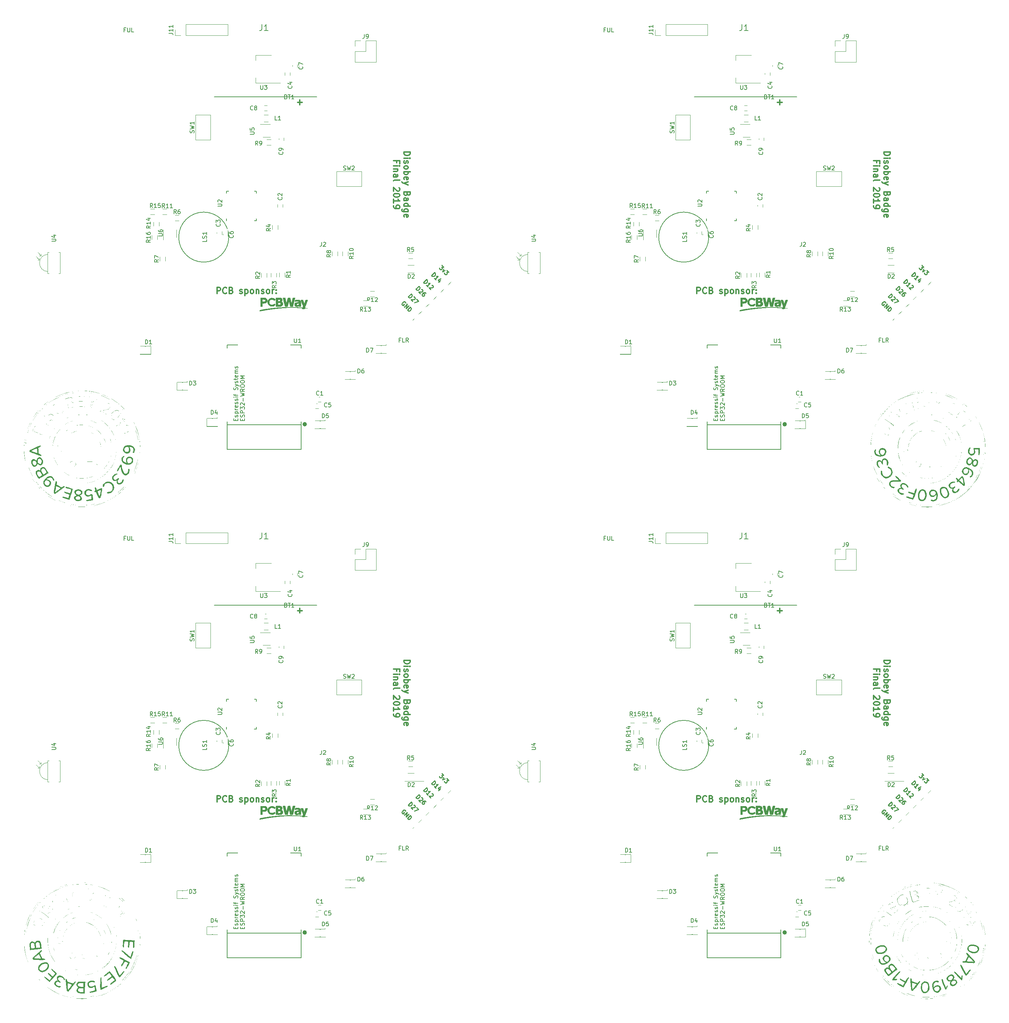
<source format=gto>
G04 #@! TF.FileFunction,Legend,Top*
%FSLAX46Y46*%
G04 Gerber Fmt 4.6, Leading zero omitted, Abs format (unit mm)*
G04 Created by KiCad (PCBNEW 4.0.7-e2-6376~58~ubuntu16.04.1) date Sat Nov  3 10:35:59 2018*
%MOMM*%
%LPD*%
G01*
G04 APERTURE LIST*
%ADD10C,0.150000*%
%ADD11C,0.300000*%
%ADD12C,0.250000*%
%ADD13C,0.120000*%
%ADD14C,0.010000*%
%ADD15C,0.500000*%
%ADD16C,2.540000*%
%ADD17R,1.150000X1.200000*%
%ADD18R,1.050000X1.460000*%
%ADD19R,1.300000X0.900000*%
%ADD20R,0.900000X1.300000*%
%ADD21R,1.200000X1.150000*%
%ADD22R,2.580000X2.000000*%
%ADD23R,2.000000X2.580000*%
%ADD24R,1.620000X1.050000*%
%ADD25R,2.200000X2.200000*%
%ADD26C,2.200000*%
%ADD27R,2.400000X4.200000*%
%ADD28R,2.400000X1.900000*%
%ADD29O,2.924000X1.700000*%
%ADD30R,1.400000X1.650000*%
%ADD31R,2.100000X2.100000*%
%ADD32O,2.100000X2.100000*%
%ADD33R,1.250000X1.050000*%
%ADD34R,2.400000X2.100000*%
%ADD35R,2.000000X1.800000*%
%ADD36R,0.800000X1.750000*%
%ADD37R,2.300000X2.000000*%
%ADD38O,0.700000X1.650000*%
%ADD39R,2.400000X3.400000*%
%ADD40O,0.650000X1.100000*%
%ADD41R,0.650000X1.100000*%
%ADD42O,1.100000X0.650000*%
%ADD43R,1.100000X0.650000*%
%ADD44R,1.687500X1.687500*%
%ADD45O,1.900000X2.924000*%
%ADD46O,2.900000X1.300000*%
%ADD47O,1.300000X2.900000*%
G04 APERTURE END LIST*
D10*
D11*
X187310714Y-144603571D02*
X187310714Y-143103571D01*
X187882142Y-143103571D01*
X188025000Y-143175000D01*
X188096428Y-143246429D01*
X188167857Y-143389286D01*
X188167857Y-143603571D01*
X188096428Y-143746429D01*
X188025000Y-143817857D01*
X187882142Y-143889286D01*
X187310714Y-143889286D01*
X189667857Y-144460714D02*
X189596428Y-144532143D01*
X189382142Y-144603571D01*
X189239285Y-144603571D01*
X189025000Y-144532143D01*
X188882142Y-144389286D01*
X188810714Y-144246429D01*
X188739285Y-143960714D01*
X188739285Y-143746429D01*
X188810714Y-143460714D01*
X188882142Y-143317857D01*
X189025000Y-143175000D01*
X189239285Y-143103571D01*
X189382142Y-143103571D01*
X189596428Y-143175000D01*
X189667857Y-143246429D01*
X190810714Y-143817857D02*
X191025000Y-143889286D01*
X191096428Y-143960714D01*
X191167857Y-144103571D01*
X191167857Y-144317857D01*
X191096428Y-144460714D01*
X191025000Y-144532143D01*
X190882142Y-144603571D01*
X190310714Y-144603571D01*
X190310714Y-143103571D01*
X190810714Y-143103571D01*
X190953571Y-143175000D01*
X191025000Y-143246429D01*
X191096428Y-143389286D01*
X191096428Y-143532143D01*
X191025000Y-143675000D01*
X190953571Y-143746429D01*
X190810714Y-143817857D01*
X190310714Y-143817857D01*
X192882142Y-144532143D02*
X193024999Y-144603571D01*
X193310714Y-144603571D01*
X193453571Y-144532143D01*
X193524999Y-144389286D01*
X193524999Y-144317857D01*
X193453571Y-144175000D01*
X193310714Y-144103571D01*
X193096428Y-144103571D01*
X192953571Y-144032143D01*
X192882142Y-143889286D01*
X192882142Y-143817857D01*
X192953571Y-143675000D01*
X193096428Y-143603571D01*
X193310714Y-143603571D01*
X193453571Y-143675000D01*
X194167857Y-143603571D02*
X194167857Y-145103571D01*
X194167857Y-143675000D02*
X194310714Y-143603571D01*
X194596428Y-143603571D01*
X194739285Y-143675000D01*
X194810714Y-143746429D01*
X194882143Y-143889286D01*
X194882143Y-144317857D01*
X194810714Y-144460714D01*
X194739285Y-144532143D01*
X194596428Y-144603571D01*
X194310714Y-144603571D01*
X194167857Y-144532143D01*
X195739286Y-144603571D02*
X195596428Y-144532143D01*
X195525000Y-144460714D01*
X195453571Y-144317857D01*
X195453571Y-143889286D01*
X195525000Y-143746429D01*
X195596428Y-143675000D01*
X195739286Y-143603571D01*
X195953571Y-143603571D01*
X196096428Y-143675000D01*
X196167857Y-143746429D01*
X196239286Y-143889286D01*
X196239286Y-144317857D01*
X196167857Y-144460714D01*
X196096428Y-144532143D01*
X195953571Y-144603571D01*
X195739286Y-144603571D01*
X196882143Y-143603571D02*
X196882143Y-144603571D01*
X196882143Y-143746429D02*
X196953571Y-143675000D01*
X197096429Y-143603571D01*
X197310714Y-143603571D01*
X197453571Y-143675000D01*
X197525000Y-143817857D01*
X197525000Y-144603571D01*
X198167857Y-144532143D02*
X198310714Y-144603571D01*
X198596429Y-144603571D01*
X198739286Y-144532143D01*
X198810714Y-144389286D01*
X198810714Y-144317857D01*
X198739286Y-144175000D01*
X198596429Y-144103571D01*
X198382143Y-144103571D01*
X198239286Y-144032143D01*
X198167857Y-143889286D01*
X198167857Y-143817857D01*
X198239286Y-143675000D01*
X198382143Y-143603571D01*
X198596429Y-143603571D01*
X198739286Y-143675000D01*
X199667858Y-144603571D02*
X199525000Y-144532143D01*
X199453572Y-144460714D01*
X199382143Y-144317857D01*
X199382143Y-143889286D01*
X199453572Y-143746429D01*
X199525000Y-143675000D01*
X199667858Y-143603571D01*
X199882143Y-143603571D01*
X200025000Y-143675000D01*
X200096429Y-143746429D01*
X200167858Y-143889286D01*
X200167858Y-144317857D01*
X200096429Y-144460714D01*
X200025000Y-144532143D01*
X199882143Y-144603571D01*
X199667858Y-144603571D01*
X200810715Y-144603571D02*
X200810715Y-143603571D01*
X200810715Y-143889286D02*
X200882143Y-143746429D01*
X200953572Y-143675000D01*
X201096429Y-143603571D01*
X201239286Y-143603571D01*
X201739286Y-144460714D02*
X201810714Y-144532143D01*
X201739286Y-144603571D01*
X201667857Y-144532143D01*
X201739286Y-144460714D01*
X201739286Y-144603571D01*
X201739286Y-143675000D02*
X201810714Y-143746429D01*
X201739286Y-143817857D01*
X201667857Y-143746429D01*
X201739286Y-143675000D01*
X201739286Y-143817857D01*
X70310714Y-144603571D02*
X70310714Y-143103571D01*
X70882142Y-143103571D01*
X71025000Y-143175000D01*
X71096428Y-143246429D01*
X71167857Y-143389286D01*
X71167857Y-143603571D01*
X71096428Y-143746429D01*
X71025000Y-143817857D01*
X70882142Y-143889286D01*
X70310714Y-143889286D01*
X72667857Y-144460714D02*
X72596428Y-144532143D01*
X72382142Y-144603571D01*
X72239285Y-144603571D01*
X72025000Y-144532143D01*
X71882142Y-144389286D01*
X71810714Y-144246429D01*
X71739285Y-143960714D01*
X71739285Y-143746429D01*
X71810714Y-143460714D01*
X71882142Y-143317857D01*
X72025000Y-143175000D01*
X72239285Y-143103571D01*
X72382142Y-143103571D01*
X72596428Y-143175000D01*
X72667857Y-143246429D01*
X73810714Y-143817857D02*
X74025000Y-143889286D01*
X74096428Y-143960714D01*
X74167857Y-144103571D01*
X74167857Y-144317857D01*
X74096428Y-144460714D01*
X74025000Y-144532143D01*
X73882142Y-144603571D01*
X73310714Y-144603571D01*
X73310714Y-143103571D01*
X73810714Y-143103571D01*
X73953571Y-143175000D01*
X74025000Y-143246429D01*
X74096428Y-143389286D01*
X74096428Y-143532143D01*
X74025000Y-143675000D01*
X73953571Y-143746429D01*
X73810714Y-143817857D01*
X73310714Y-143817857D01*
X75882142Y-144532143D02*
X76024999Y-144603571D01*
X76310714Y-144603571D01*
X76453571Y-144532143D01*
X76524999Y-144389286D01*
X76524999Y-144317857D01*
X76453571Y-144175000D01*
X76310714Y-144103571D01*
X76096428Y-144103571D01*
X75953571Y-144032143D01*
X75882142Y-143889286D01*
X75882142Y-143817857D01*
X75953571Y-143675000D01*
X76096428Y-143603571D01*
X76310714Y-143603571D01*
X76453571Y-143675000D01*
X77167857Y-143603571D02*
X77167857Y-145103571D01*
X77167857Y-143675000D02*
X77310714Y-143603571D01*
X77596428Y-143603571D01*
X77739285Y-143675000D01*
X77810714Y-143746429D01*
X77882143Y-143889286D01*
X77882143Y-144317857D01*
X77810714Y-144460714D01*
X77739285Y-144532143D01*
X77596428Y-144603571D01*
X77310714Y-144603571D01*
X77167857Y-144532143D01*
X78739286Y-144603571D02*
X78596428Y-144532143D01*
X78525000Y-144460714D01*
X78453571Y-144317857D01*
X78453571Y-143889286D01*
X78525000Y-143746429D01*
X78596428Y-143675000D01*
X78739286Y-143603571D01*
X78953571Y-143603571D01*
X79096428Y-143675000D01*
X79167857Y-143746429D01*
X79239286Y-143889286D01*
X79239286Y-144317857D01*
X79167857Y-144460714D01*
X79096428Y-144532143D01*
X78953571Y-144603571D01*
X78739286Y-144603571D01*
X79882143Y-143603571D02*
X79882143Y-144603571D01*
X79882143Y-143746429D02*
X79953571Y-143675000D01*
X80096429Y-143603571D01*
X80310714Y-143603571D01*
X80453571Y-143675000D01*
X80525000Y-143817857D01*
X80525000Y-144603571D01*
X81167857Y-144532143D02*
X81310714Y-144603571D01*
X81596429Y-144603571D01*
X81739286Y-144532143D01*
X81810714Y-144389286D01*
X81810714Y-144317857D01*
X81739286Y-144175000D01*
X81596429Y-144103571D01*
X81382143Y-144103571D01*
X81239286Y-144032143D01*
X81167857Y-143889286D01*
X81167857Y-143817857D01*
X81239286Y-143675000D01*
X81382143Y-143603571D01*
X81596429Y-143603571D01*
X81739286Y-143675000D01*
X82667858Y-144603571D02*
X82525000Y-144532143D01*
X82453572Y-144460714D01*
X82382143Y-144317857D01*
X82382143Y-143889286D01*
X82453572Y-143746429D01*
X82525000Y-143675000D01*
X82667858Y-143603571D01*
X82882143Y-143603571D01*
X83025000Y-143675000D01*
X83096429Y-143746429D01*
X83167858Y-143889286D01*
X83167858Y-144317857D01*
X83096429Y-144460714D01*
X83025000Y-144532143D01*
X82882143Y-144603571D01*
X82667858Y-144603571D01*
X83810715Y-144603571D02*
X83810715Y-143603571D01*
X83810715Y-143889286D02*
X83882143Y-143746429D01*
X83953572Y-143675000D01*
X84096429Y-143603571D01*
X84239286Y-143603571D01*
X84739286Y-144460714D02*
X84810714Y-144532143D01*
X84739286Y-144603571D01*
X84667857Y-144532143D01*
X84739286Y-144460714D01*
X84739286Y-144603571D01*
X84739286Y-143675000D02*
X84810714Y-143746429D01*
X84739286Y-143817857D01*
X84667857Y-143746429D01*
X84739286Y-143675000D01*
X84739286Y-143817857D01*
X187310714Y-20603571D02*
X187310714Y-19103571D01*
X187882142Y-19103571D01*
X188025000Y-19175000D01*
X188096428Y-19246429D01*
X188167857Y-19389286D01*
X188167857Y-19603571D01*
X188096428Y-19746429D01*
X188025000Y-19817857D01*
X187882142Y-19889286D01*
X187310714Y-19889286D01*
X189667857Y-20460714D02*
X189596428Y-20532143D01*
X189382142Y-20603571D01*
X189239285Y-20603571D01*
X189025000Y-20532143D01*
X188882142Y-20389286D01*
X188810714Y-20246429D01*
X188739285Y-19960714D01*
X188739285Y-19746429D01*
X188810714Y-19460714D01*
X188882142Y-19317857D01*
X189025000Y-19175000D01*
X189239285Y-19103571D01*
X189382142Y-19103571D01*
X189596428Y-19175000D01*
X189667857Y-19246429D01*
X190810714Y-19817857D02*
X191025000Y-19889286D01*
X191096428Y-19960714D01*
X191167857Y-20103571D01*
X191167857Y-20317857D01*
X191096428Y-20460714D01*
X191025000Y-20532143D01*
X190882142Y-20603571D01*
X190310714Y-20603571D01*
X190310714Y-19103571D01*
X190810714Y-19103571D01*
X190953571Y-19175000D01*
X191025000Y-19246429D01*
X191096428Y-19389286D01*
X191096428Y-19532143D01*
X191025000Y-19675000D01*
X190953571Y-19746429D01*
X190810714Y-19817857D01*
X190310714Y-19817857D01*
X192882142Y-20532143D02*
X193024999Y-20603571D01*
X193310714Y-20603571D01*
X193453571Y-20532143D01*
X193524999Y-20389286D01*
X193524999Y-20317857D01*
X193453571Y-20175000D01*
X193310714Y-20103571D01*
X193096428Y-20103571D01*
X192953571Y-20032143D01*
X192882142Y-19889286D01*
X192882142Y-19817857D01*
X192953571Y-19675000D01*
X193096428Y-19603571D01*
X193310714Y-19603571D01*
X193453571Y-19675000D01*
X194167857Y-19603571D02*
X194167857Y-21103571D01*
X194167857Y-19675000D02*
X194310714Y-19603571D01*
X194596428Y-19603571D01*
X194739285Y-19675000D01*
X194810714Y-19746429D01*
X194882143Y-19889286D01*
X194882143Y-20317857D01*
X194810714Y-20460714D01*
X194739285Y-20532143D01*
X194596428Y-20603571D01*
X194310714Y-20603571D01*
X194167857Y-20532143D01*
X195739286Y-20603571D02*
X195596428Y-20532143D01*
X195525000Y-20460714D01*
X195453571Y-20317857D01*
X195453571Y-19889286D01*
X195525000Y-19746429D01*
X195596428Y-19675000D01*
X195739286Y-19603571D01*
X195953571Y-19603571D01*
X196096428Y-19675000D01*
X196167857Y-19746429D01*
X196239286Y-19889286D01*
X196239286Y-20317857D01*
X196167857Y-20460714D01*
X196096428Y-20532143D01*
X195953571Y-20603571D01*
X195739286Y-20603571D01*
X196882143Y-19603571D02*
X196882143Y-20603571D01*
X196882143Y-19746429D02*
X196953571Y-19675000D01*
X197096429Y-19603571D01*
X197310714Y-19603571D01*
X197453571Y-19675000D01*
X197525000Y-19817857D01*
X197525000Y-20603571D01*
X198167857Y-20532143D02*
X198310714Y-20603571D01*
X198596429Y-20603571D01*
X198739286Y-20532143D01*
X198810714Y-20389286D01*
X198810714Y-20317857D01*
X198739286Y-20175000D01*
X198596429Y-20103571D01*
X198382143Y-20103571D01*
X198239286Y-20032143D01*
X198167857Y-19889286D01*
X198167857Y-19817857D01*
X198239286Y-19675000D01*
X198382143Y-19603571D01*
X198596429Y-19603571D01*
X198739286Y-19675000D01*
X199667858Y-20603571D02*
X199525000Y-20532143D01*
X199453572Y-20460714D01*
X199382143Y-20317857D01*
X199382143Y-19889286D01*
X199453572Y-19746429D01*
X199525000Y-19675000D01*
X199667858Y-19603571D01*
X199882143Y-19603571D01*
X200025000Y-19675000D01*
X200096429Y-19746429D01*
X200167858Y-19889286D01*
X200167858Y-20317857D01*
X200096429Y-20460714D01*
X200025000Y-20532143D01*
X199882143Y-20603571D01*
X199667858Y-20603571D01*
X200810715Y-20603571D02*
X200810715Y-19603571D01*
X200810715Y-19889286D02*
X200882143Y-19746429D01*
X200953572Y-19675000D01*
X201096429Y-19603571D01*
X201239286Y-19603571D01*
X201739286Y-20460714D02*
X201810714Y-20532143D01*
X201739286Y-20603571D01*
X201667857Y-20532143D01*
X201739286Y-20460714D01*
X201739286Y-20603571D01*
X201739286Y-19675000D02*
X201810714Y-19746429D01*
X201739286Y-19817857D01*
X201667857Y-19746429D01*
X201739286Y-19675000D01*
X201739286Y-19817857D01*
X232921429Y-110071429D02*
X234421429Y-110071429D01*
X234421429Y-110428572D01*
X234350000Y-110642857D01*
X234207143Y-110785715D01*
X234064286Y-110857143D01*
X233778571Y-110928572D01*
X233564286Y-110928572D01*
X233278571Y-110857143D01*
X233135714Y-110785715D01*
X232992857Y-110642857D01*
X232921429Y-110428572D01*
X232921429Y-110071429D01*
X232921429Y-111571429D02*
X233921429Y-111571429D01*
X234421429Y-111571429D02*
X234350000Y-111500000D01*
X234278571Y-111571429D01*
X234350000Y-111642857D01*
X234421429Y-111571429D01*
X234278571Y-111571429D01*
X232992857Y-112214286D02*
X232921429Y-112357143D01*
X232921429Y-112642858D01*
X232992857Y-112785715D01*
X233135714Y-112857143D01*
X233207143Y-112857143D01*
X233350000Y-112785715D01*
X233421429Y-112642858D01*
X233421429Y-112428572D01*
X233492857Y-112285715D01*
X233635714Y-112214286D01*
X233707143Y-112214286D01*
X233850000Y-112285715D01*
X233921429Y-112428572D01*
X233921429Y-112642858D01*
X233850000Y-112785715D01*
X232921429Y-113714287D02*
X232992857Y-113571429D01*
X233064286Y-113500001D01*
X233207143Y-113428572D01*
X233635714Y-113428572D01*
X233778571Y-113500001D01*
X233850000Y-113571429D01*
X233921429Y-113714287D01*
X233921429Y-113928572D01*
X233850000Y-114071429D01*
X233778571Y-114142858D01*
X233635714Y-114214287D01*
X233207143Y-114214287D01*
X233064286Y-114142858D01*
X232992857Y-114071429D01*
X232921429Y-113928572D01*
X232921429Y-113714287D01*
X232921429Y-114857144D02*
X234421429Y-114857144D01*
X233850000Y-114857144D02*
X233921429Y-115000001D01*
X233921429Y-115285715D01*
X233850000Y-115428572D01*
X233778571Y-115500001D01*
X233635714Y-115571430D01*
X233207143Y-115571430D01*
X233064286Y-115500001D01*
X232992857Y-115428572D01*
X232921429Y-115285715D01*
X232921429Y-115000001D01*
X232992857Y-114857144D01*
X232992857Y-116785715D02*
X232921429Y-116642858D01*
X232921429Y-116357144D01*
X232992857Y-116214287D01*
X233135714Y-116142858D01*
X233707143Y-116142858D01*
X233850000Y-116214287D01*
X233921429Y-116357144D01*
X233921429Y-116642858D01*
X233850000Y-116785715D01*
X233707143Y-116857144D01*
X233564286Y-116857144D01*
X233421429Y-116142858D01*
X233921429Y-117357144D02*
X232921429Y-117714287D01*
X233921429Y-118071429D02*
X232921429Y-117714287D01*
X232564286Y-117571429D01*
X232492857Y-117500001D01*
X232421429Y-117357144D01*
X233707143Y-120285715D02*
X233635714Y-120500001D01*
X233564286Y-120571429D01*
X233421429Y-120642858D01*
X233207143Y-120642858D01*
X233064286Y-120571429D01*
X232992857Y-120500001D01*
X232921429Y-120357143D01*
X232921429Y-119785715D01*
X234421429Y-119785715D01*
X234421429Y-120285715D01*
X234350000Y-120428572D01*
X234278571Y-120500001D01*
X234135714Y-120571429D01*
X233992857Y-120571429D01*
X233850000Y-120500001D01*
X233778571Y-120428572D01*
X233707143Y-120285715D01*
X233707143Y-119785715D01*
X232921429Y-121928572D02*
X233707143Y-121928572D01*
X233850000Y-121857143D01*
X233921429Y-121714286D01*
X233921429Y-121428572D01*
X233850000Y-121285715D01*
X232992857Y-121928572D02*
X232921429Y-121785715D01*
X232921429Y-121428572D01*
X232992857Y-121285715D01*
X233135714Y-121214286D01*
X233278571Y-121214286D01*
X233421429Y-121285715D01*
X233492857Y-121428572D01*
X233492857Y-121785715D01*
X233564286Y-121928572D01*
X232921429Y-123285715D02*
X234421429Y-123285715D01*
X232992857Y-123285715D02*
X232921429Y-123142858D01*
X232921429Y-122857144D01*
X232992857Y-122714286D01*
X233064286Y-122642858D01*
X233207143Y-122571429D01*
X233635714Y-122571429D01*
X233778571Y-122642858D01*
X233850000Y-122714286D01*
X233921429Y-122857144D01*
X233921429Y-123142858D01*
X233850000Y-123285715D01*
X233921429Y-124642858D02*
X232707143Y-124642858D01*
X232564286Y-124571429D01*
X232492857Y-124500001D01*
X232421429Y-124357144D01*
X232421429Y-124142858D01*
X232492857Y-124000001D01*
X232992857Y-124642858D02*
X232921429Y-124500001D01*
X232921429Y-124214287D01*
X232992857Y-124071429D01*
X233064286Y-124000001D01*
X233207143Y-123928572D01*
X233635714Y-123928572D01*
X233778571Y-124000001D01*
X233850000Y-124071429D01*
X233921429Y-124214287D01*
X233921429Y-124500001D01*
X233850000Y-124642858D01*
X232992857Y-125928572D02*
X232921429Y-125785715D01*
X232921429Y-125500001D01*
X232992857Y-125357144D01*
X233135714Y-125285715D01*
X233707143Y-125285715D01*
X233850000Y-125357144D01*
X233921429Y-125500001D01*
X233921429Y-125785715D01*
X233850000Y-125928572D01*
X233707143Y-126000001D01*
X233564286Y-126000001D01*
X233421429Y-125285715D01*
X231157143Y-112678573D02*
X231157143Y-112178573D01*
X230371429Y-112178573D02*
X231871429Y-112178573D01*
X231871429Y-112892859D01*
X230371429Y-113464287D02*
X231371429Y-113464287D01*
X231871429Y-113464287D02*
X231800000Y-113392858D01*
X231728571Y-113464287D01*
X231800000Y-113535715D01*
X231871429Y-113464287D01*
X231728571Y-113464287D01*
X231371429Y-114178573D02*
X230371429Y-114178573D01*
X231228571Y-114178573D02*
X231300000Y-114250001D01*
X231371429Y-114392859D01*
X231371429Y-114607144D01*
X231300000Y-114750001D01*
X231157143Y-114821430D01*
X230371429Y-114821430D01*
X230371429Y-116178573D02*
X231157143Y-116178573D01*
X231300000Y-116107144D01*
X231371429Y-115964287D01*
X231371429Y-115678573D01*
X231300000Y-115535716D01*
X230442857Y-116178573D02*
X230371429Y-116035716D01*
X230371429Y-115678573D01*
X230442857Y-115535716D01*
X230585714Y-115464287D01*
X230728571Y-115464287D01*
X230871429Y-115535716D01*
X230942857Y-115678573D01*
X230942857Y-116035716D01*
X231014286Y-116178573D01*
X230371429Y-117107145D02*
X230442857Y-116964287D01*
X230585714Y-116892859D01*
X231871429Y-116892859D01*
X231728571Y-118750001D02*
X231800000Y-118821430D01*
X231871429Y-118964287D01*
X231871429Y-119321430D01*
X231800000Y-119464287D01*
X231728571Y-119535716D01*
X231585714Y-119607144D01*
X231442857Y-119607144D01*
X231228571Y-119535716D01*
X230371429Y-118678573D01*
X230371429Y-119607144D01*
X231871429Y-120535715D02*
X231871429Y-120678572D01*
X231800000Y-120821429D01*
X231728571Y-120892858D01*
X231585714Y-120964287D01*
X231300000Y-121035715D01*
X230942857Y-121035715D01*
X230657143Y-120964287D01*
X230514286Y-120892858D01*
X230442857Y-120821429D01*
X230371429Y-120678572D01*
X230371429Y-120535715D01*
X230442857Y-120392858D01*
X230514286Y-120321429D01*
X230657143Y-120250001D01*
X230942857Y-120178572D01*
X231300000Y-120178572D01*
X231585714Y-120250001D01*
X231728571Y-120321429D01*
X231800000Y-120392858D01*
X231871429Y-120535715D01*
X230371429Y-122464286D02*
X230371429Y-121607143D01*
X230371429Y-122035715D02*
X231871429Y-122035715D01*
X231657143Y-121892858D01*
X231514286Y-121750000D01*
X231442857Y-121607143D01*
X230371429Y-123178571D02*
X230371429Y-123464286D01*
X230442857Y-123607143D01*
X230514286Y-123678571D01*
X230728571Y-123821429D01*
X231014286Y-123892857D01*
X231585714Y-123892857D01*
X231728571Y-123821429D01*
X231800000Y-123750000D01*
X231871429Y-123607143D01*
X231871429Y-123321429D01*
X231800000Y-123178571D01*
X231728571Y-123107143D01*
X231585714Y-123035714D01*
X231228571Y-123035714D01*
X231085714Y-123107143D01*
X231014286Y-123178571D01*
X230942857Y-123321429D01*
X230942857Y-123607143D01*
X231014286Y-123750000D01*
X231085714Y-123821429D01*
X231228571Y-123892857D01*
X115921429Y-110071429D02*
X117421429Y-110071429D01*
X117421429Y-110428572D01*
X117350000Y-110642857D01*
X117207143Y-110785715D01*
X117064286Y-110857143D01*
X116778571Y-110928572D01*
X116564286Y-110928572D01*
X116278571Y-110857143D01*
X116135714Y-110785715D01*
X115992857Y-110642857D01*
X115921429Y-110428572D01*
X115921429Y-110071429D01*
X115921429Y-111571429D02*
X116921429Y-111571429D01*
X117421429Y-111571429D02*
X117350000Y-111500000D01*
X117278571Y-111571429D01*
X117350000Y-111642857D01*
X117421429Y-111571429D01*
X117278571Y-111571429D01*
X115992857Y-112214286D02*
X115921429Y-112357143D01*
X115921429Y-112642858D01*
X115992857Y-112785715D01*
X116135714Y-112857143D01*
X116207143Y-112857143D01*
X116350000Y-112785715D01*
X116421429Y-112642858D01*
X116421429Y-112428572D01*
X116492857Y-112285715D01*
X116635714Y-112214286D01*
X116707143Y-112214286D01*
X116850000Y-112285715D01*
X116921429Y-112428572D01*
X116921429Y-112642858D01*
X116850000Y-112785715D01*
X115921429Y-113714287D02*
X115992857Y-113571429D01*
X116064286Y-113500001D01*
X116207143Y-113428572D01*
X116635714Y-113428572D01*
X116778571Y-113500001D01*
X116850000Y-113571429D01*
X116921429Y-113714287D01*
X116921429Y-113928572D01*
X116850000Y-114071429D01*
X116778571Y-114142858D01*
X116635714Y-114214287D01*
X116207143Y-114214287D01*
X116064286Y-114142858D01*
X115992857Y-114071429D01*
X115921429Y-113928572D01*
X115921429Y-113714287D01*
X115921429Y-114857144D02*
X117421429Y-114857144D01*
X116850000Y-114857144D02*
X116921429Y-115000001D01*
X116921429Y-115285715D01*
X116850000Y-115428572D01*
X116778571Y-115500001D01*
X116635714Y-115571430D01*
X116207143Y-115571430D01*
X116064286Y-115500001D01*
X115992857Y-115428572D01*
X115921429Y-115285715D01*
X115921429Y-115000001D01*
X115992857Y-114857144D01*
X115992857Y-116785715D02*
X115921429Y-116642858D01*
X115921429Y-116357144D01*
X115992857Y-116214287D01*
X116135714Y-116142858D01*
X116707143Y-116142858D01*
X116850000Y-116214287D01*
X116921429Y-116357144D01*
X116921429Y-116642858D01*
X116850000Y-116785715D01*
X116707143Y-116857144D01*
X116564286Y-116857144D01*
X116421429Y-116142858D01*
X116921429Y-117357144D02*
X115921429Y-117714287D01*
X116921429Y-118071429D02*
X115921429Y-117714287D01*
X115564286Y-117571429D01*
X115492857Y-117500001D01*
X115421429Y-117357144D01*
X116707143Y-120285715D02*
X116635714Y-120500001D01*
X116564286Y-120571429D01*
X116421429Y-120642858D01*
X116207143Y-120642858D01*
X116064286Y-120571429D01*
X115992857Y-120500001D01*
X115921429Y-120357143D01*
X115921429Y-119785715D01*
X117421429Y-119785715D01*
X117421429Y-120285715D01*
X117350000Y-120428572D01*
X117278571Y-120500001D01*
X117135714Y-120571429D01*
X116992857Y-120571429D01*
X116850000Y-120500001D01*
X116778571Y-120428572D01*
X116707143Y-120285715D01*
X116707143Y-119785715D01*
X115921429Y-121928572D02*
X116707143Y-121928572D01*
X116850000Y-121857143D01*
X116921429Y-121714286D01*
X116921429Y-121428572D01*
X116850000Y-121285715D01*
X115992857Y-121928572D02*
X115921429Y-121785715D01*
X115921429Y-121428572D01*
X115992857Y-121285715D01*
X116135714Y-121214286D01*
X116278571Y-121214286D01*
X116421429Y-121285715D01*
X116492857Y-121428572D01*
X116492857Y-121785715D01*
X116564286Y-121928572D01*
X115921429Y-123285715D02*
X117421429Y-123285715D01*
X115992857Y-123285715D02*
X115921429Y-123142858D01*
X115921429Y-122857144D01*
X115992857Y-122714286D01*
X116064286Y-122642858D01*
X116207143Y-122571429D01*
X116635714Y-122571429D01*
X116778571Y-122642858D01*
X116850000Y-122714286D01*
X116921429Y-122857144D01*
X116921429Y-123142858D01*
X116850000Y-123285715D01*
X116921429Y-124642858D02*
X115707143Y-124642858D01*
X115564286Y-124571429D01*
X115492857Y-124500001D01*
X115421429Y-124357144D01*
X115421429Y-124142858D01*
X115492857Y-124000001D01*
X115992857Y-124642858D02*
X115921429Y-124500001D01*
X115921429Y-124214287D01*
X115992857Y-124071429D01*
X116064286Y-124000001D01*
X116207143Y-123928572D01*
X116635714Y-123928572D01*
X116778571Y-124000001D01*
X116850000Y-124071429D01*
X116921429Y-124214287D01*
X116921429Y-124500001D01*
X116850000Y-124642858D01*
X115992857Y-125928572D02*
X115921429Y-125785715D01*
X115921429Y-125500001D01*
X115992857Y-125357144D01*
X116135714Y-125285715D01*
X116707143Y-125285715D01*
X116850000Y-125357144D01*
X116921429Y-125500001D01*
X116921429Y-125785715D01*
X116850000Y-125928572D01*
X116707143Y-126000001D01*
X116564286Y-126000001D01*
X116421429Y-125285715D01*
X114157143Y-112678573D02*
X114157143Y-112178573D01*
X113371429Y-112178573D02*
X114871429Y-112178573D01*
X114871429Y-112892859D01*
X113371429Y-113464287D02*
X114371429Y-113464287D01*
X114871429Y-113464287D02*
X114800000Y-113392858D01*
X114728571Y-113464287D01*
X114800000Y-113535715D01*
X114871429Y-113464287D01*
X114728571Y-113464287D01*
X114371429Y-114178573D02*
X113371429Y-114178573D01*
X114228571Y-114178573D02*
X114300000Y-114250001D01*
X114371429Y-114392859D01*
X114371429Y-114607144D01*
X114300000Y-114750001D01*
X114157143Y-114821430D01*
X113371429Y-114821430D01*
X113371429Y-116178573D02*
X114157143Y-116178573D01*
X114300000Y-116107144D01*
X114371429Y-115964287D01*
X114371429Y-115678573D01*
X114300000Y-115535716D01*
X113442857Y-116178573D02*
X113371429Y-116035716D01*
X113371429Y-115678573D01*
X113442857Y-115535716D01*
X113585714Y-115464287D01*
X113728571Y-115464287D01*
X113871429Y-115535716D01*
X113942857Y-115678573D01*
X113942857Y-116035716D01*
X114014286Y-116178573D01*
X113371429Y-117107145D02*
X113442857Y-116964287D01*
X113585714Y-116892859D01*
X114871429Y-116892859D01*
X114728571Y-118750001D02*
X114800000Y-118821430D01*
X114871429Y-118964287D01*
X114871429Y-119321430D01*
X114800000Y-119464287D01*
X114728571Y-119535716D01*
X114585714Y-119607144D01*
X114442857Y-119607144D01*
X114228571Y-119535716D01*
X113371429Y-118678573D01*
X113371429Y-119607144D01*
X114871429Y-120535715D02*
X114871429Y-120678572D01*
X114800000Y-120821429D01*
X114728571Y-120892858D01*
X114585714Y-120964287D01*
X114300000Y-121035715D01*
X113942857Y-121035715D01*
X113657143Y-120964287D01*
X113514286Y-120892858D01*
X113442857Y-120821429D01*
X113371429Y-120678572D01*
X113371429Y-120535715D01*
X113442857Y-120392858D01*
X113514286Y-120321429D01*
X113657143Y-120250001D01*
X113942857Y-120178572D01*
X114300000Y-120178572D01*
X114585714Y-120250001D01*
X114728571Y-120321429D01*
X114800000Y-120392858D01*
X114871429Y-120535715D01*
X113371429Y-122464286D02*
X113371429Y-121607143D01*
X113371429Y-122035715D02*
X114871429Y-122035715D01*
X114657143Y-121892858D01*
X114514286Y-121750000D01*
X114442857Y-121607143D01*
X113371429Y-123178571D02*
X113371429Y-123464286D01*
X113442857Y-123607143D01*
X113514286Y-123678571D01*
X113728571Y-123821429D01*
X114014286Y-123892857D01*
X114585714Y-123892857D01*
X114728571Y-123821429D01*
X114800000Y-123750000D01*
X114871429Y-123607143D01*
X114871429Y-123321429D01*
X114800000Y-123178571D01*
X114728571Y-123107143D01*
X114585714Y-123035714D01*
X114228571Y-123035714D01*
X114085714Y-123107143D01*
X114014286Y-123178571D01*
X113942857Y-123321429D01*
X113942857Y-123607143D01*
X114014286Y-123750000D01*
X114085714Y-123821429D01*
X114228571Y-123892857D01*
X232921429Y13928571D02*
X234421429Y13928571D01*
X234421429Y13571428D01*
X234350000Y13357143D01*
X234207143Y13214285D01*
X234064286Y13142857D01*
X233778571Y13071428D01*
X233564286Y13071428D01*
X233278571Y13142857D01*
X233135714Y13214285D01*
X232992857Y13357143D01*
X232921429Y13571428D01*
X232921429Y13928571D01*
X232921429Y12428571D02*
X233921429Y12428571D01*
X234421429Y12428571D02*
X234350000Y12500000D01*
X234278571Y12428571D01*
X234350000Y12357143D01*
X234421429Y12428571D01*
X234278571Y12428571D01*
X232992857Y11785714D02*
X232921429Y11642857D01*
X232921429Y11357142D01*
X232992857Y11214285D01*
X233135714Y11142857D01*
X233207143Y11142857D01*
X233350000Y11214285D01*
X233421429Y11357142D01*
X233421429Y11571428D01*
X233492857Y11714285D01*
X233635714Y11785714D01*
X233707143Y11785714D01*
X233850000Y11714285D01*
X233921429Y11571428D01*
X233921429Y11357142D01*
X233850000Y11214285D01*
X232921429Y10285713D02*
X232992857Y10428571D01*
X233064286Y10499999D01*
X233207143Y10571428D01*
X233635714Y10571428D01*
X233778571Y10499999D01*
X233850000Y10428571D01*
X233921429Y10285713D01*
X233921429Y10071428D01*
X233850000Y9928571D01*
X233778571Y9857142D01*
X233635714Y9785713D01*
X233207143Y9785713D01*
X233064286Y9857142D01*
X232992857Y9928571D01*
X232921429Y10071428D01*
X232921429Y10285713D01*
X232921429Y9142856D02*
X234421429Y9142856D01*
X233850000Y9142856D02*
X233921429Y8999999D01*
X233921429Y8714285D01*
X233850000Y8571428D01*
X233778571Y8499999D01*
X233635714Y8428570D01*
X233207143Y8428570D01*
X233064286Y8499999D01*
X232992857Y8571428D01*
X232921429Y8714285D01*
X232921429Y8999999D01*
X232992857Y9142856D01*
X232992857Y7214285D02*
X232921429Y7357142D01*
X232921429Y7642856D01*
X232992857Y7785713D01*
X233135714Y7857142D01*
X233707143Y7857142D01*
X233850000Y7785713D01*
X233921429Y7642856D01*
X233921429Y7357142D01*
X233850000Y7214285D01*
X233707143Y7142856D01*
X233564286Y7142856D01*
X233421429Y7857142D01*
X233921429Y6642856D02*
X232921429Y6285713D01*
X233921429Y5928571D02*
X232921429Y6285713D01*
X232564286Y6428571D01*
X232492857Y6499999D01*
X232421429Y6642856D01*
X233707143Y3714285D02*
X233635714Y3499999D01*
X233564286Y3428571D01*
X233421429Y3357142D01*
X233207143Y3357142D01*
X233064286Y3428571D01*
X232992857Y3499999D01*
X232921429Y3642857D01*
X232921429Y4214285D01*
X234421429Y4214285D01*
X234421429Y3714285D01*
X234350000Y3571428D01*
X234278571Y3499999D01*
X234135714Y3428571D01*
X233992857Y3428571D01*
X233850000Y3499999D01*
X233778571Y3571428D01*
X233707143Y3714285D01*
X233707143Y4214285D01*
X232921429Y2071428D02*
X233707143Y2071428D01*
X233850000Y2142857D01*
X233921429Y2285714D01*
X233921429Y2571428D01*
X233850000Y2714285D01*
X232992857Y2071428D02*
X232921429Y2214285D01*
X232921429Y2571428D01*
X232992857Y2714285D01*
X233135714Y2785714D01*
X233278571Y2785714D01*
X233421429Y2714285D01*
X233492857Y2571428D01*
X233492857Y2214285D01*
X233564286Y2071428D01*
X232921429Y714285D02*
X234421429Y714285D01*
X232992857Y714285D02*
X232921429Y857142D01*
X232921429Y1142856D01*
X232992857Y1285714D01*
X233064286Y1357142D01*
X233207143Y1428571D01*
X233635714Y1428571D01*
X233778571Y1357142D01*
X233850000Y1285714D01*
X233921429Y1142856D01*
X233921429Y857142D01*
X233850000Y714285D01*
X233921429Y-642858D02*
X232707143Y-642858D01*
X232564286Y-571429D01*
X232492857Y-500001D01*
X232421429Y-357144D01*
X232421429Y-142858D01*
X232492857Y-1D01*
X232992857Y-642858D02*
X232921429Y-500001D01*
X232921429Y-214287D01*
X232992857Y-71429D01*
X233064286Y-1D01*
X233207143Y71428D01*
X233635714Y71428D01*
X233778571Y-1D01*
X233850000Y-71429D01*
X233921429Y-214287D01*
X233921429Y-500001D01*
X233850000Y-642858D01*
X232992857Y-1928572D02*
X232921429Y-1785715D01*
X232921429Y-1500001D01*
X232992857Y-1357144D01*
X233135714Y-1285715D01*
X233707143Y-1285715D01*
X233850000Y-1357144D01*
X233921429Y-1500001D01*
X233921429Y-1785715D01*
X233850000Y-1928572D01*
X233707143Y-2000001D01*
X233564286Y-2000001D01*
X233421429Y-1285715D01*
X231157143Y11321427D02*
X231157143Y11821427D01*
X230371429Y11821427D02*
X231871429Y11821427D01*
X231871429Y11107141D01*
X230371429Y10535713D02*
X231371429Y10535713D01*
X231871429Y10535713D02*
X231800000Y10607142D01*
X231728571Y10535713D01*
X231800000Y10464285D01*
X231871429Y10535713D01*
X231728571Y10535713D01*
X231371429Y9821427D02*
X230371429Y9821427D01*
X231228571Y9821427D02*
X231300000Y9749999D01*
X231371429Y9607141D01*
X231371429Y9392856D01*
X231300000Y9249999D01*
X231157143Y9178570D01*
X230371429Y9178570D01*
X230371429Y7821427D02*
X231157143Y7821427D01*
X231300000Y7892856D01*
X231371429Y8035713D01*
X231371429Y8321427D01*
X231300000Y8464284D01*
X230442857Y7821427D02*
X230371429Y7964284D01*
X230371429Y8321427D01*
X230442857Y8464284D01*
X230585714Y8535713D01*
X230728571Y8535713D01*
X230871429Y8464284D01*
X230942857Y8321427D01*
X230942857Y7964284D01*
X231014286Y7821427D01*
X230371429Y6892855D02*
X230442857Y7035713D01*
X230585714Y7107141D01*
X231871429Y7107141D01*
X231728571Y5249999D02*
X231800000Y5178570D01*
X231871429Y5035713D01*
X231871429Y4678570D01*
X231800000Y4535713D01*
X231728571Y4464284D01*
X231585714Y4392856D01*
X231442857Y4392856D01*
X231228571Y4464284D01*
X230371429Y5321427D01*
X230371429Y4392856D01*
X231871429Y3464285D02*
X231871429Y3321428D01*
X231800000Y3178571D01*
X231728571Y3107142D01*
X231585714Y3035713D01*
X231300000Y2964285D01*
X230942857Y2964285D01*
X230657143Y3035713D01*
X230514286Y3107142D01*
X230442857Y3178571D01*
X230371429Y3321428D01*
X230371429Y3464285D01*
X230442857Y3607142D01*
X230514286Y3678571D01*
X230657143Y3749999D01*
X230942857Y3821428D01*
X231300000Y3821428D01*
X231585714Y3749999D01*
X231728571Y3678571D01*
X231800000Y3607142D01*
X231871429Y3464285D01*
X230371429Y1535714D02*
X230371429Y2392857D01*
X230371429Y1964285D02*
X231871429Y1964285D01*
X231657143Y2107142D01*
X231514286Y2250000D01*
X231442857Y2392857D01*
X230371429Y821429D02*
X230371429Y535714D01*
X230442857Y392857D01*
X230514286Y321429D01*
X230728571Y178571D01*
X231014286Y107143D01*
X231585714Y107143D01*
X231728571Y178571D01*
X231800000Y250000D01*
X231871429Y392857D01*
X231871429Y678571D01*
X231800000Y821429D01*
X231728571Y892857D01*
X231585714Y964286D01*
X231228571Y964286D01*
X231085714Y892857D01*
X231014286Y821429D01*
X230942857Y678571D01*
X230942857Y392857D01*
X231014286Y250000D01*
X231085714Y178571D01*
X231228571Y107143D01*
X206953572Y-97957143D02*
X208096429Y-97957143D01*
X207525000Y-98528571D02*
X207525000Y-97385714D01*
X89953572Y-97957143D02*
X91096429Y-97957143D01*
X90525000Y-98528571D02*
X90525000Y-97385714D01*
X206953572Y26042857D02*
X208096429Y26042857D01*
X207525000Y25471429D02*
X207525000Y26614286D01*
D12*
X242145431Y-137695981D02*
X242583164Y-138133714D01*
X242078088Y-138167385D01*
X242179104Y-138268401D01*
X242212776Y-138369416D01*
X242212776Y-138436760D01*
X242179103Y-138537776D01*
X242010745Y-138706134D01*
X241909729Y-138739806D01*
X241842386Y-138739806D01*
X241741371Y-138706134D01*
X241539340Y-138504103D01*
X241505668Y-138403088D01*
X241505668Y-138335745D01*
X242583164Y-138605118D02*
X242280118Y-139244882D01*
X242919882Y-138941836D01*
X243357615Y-138908164D02*
X243795348Y-139345898D01*
X243290271Y-139379569D01*
X243391287Y-139480584D01*
X243424959Y-139581600D01*
X243424959Y-139648943D01*
X243391286Y-139749959D01*
X243222928Y-139918317D01*
X243121913Y-139951989D01*
X243054569Y-139951989D01*
X242953554Y-139918317D01*
X242751523Y-139716286D01*
X242717851Y-139615271D01*
X242717851Y-139547928D01*
X125145431Y-137695981D02*
X125583164Y-138133714D01*
X125078088Y-138167385D01*
X125179104Y-138268401D01*
X125212776Y-138369416D01*
X125212776Y-138436760D01*
X125179103Y-138537776D01*
X125010745Y-138706134D01*
X124909729Y-138739806D01*
X124842386Y-138739806D01*
X124741371Y-138706134D01*
X124539340Y-138504103D01*
X124505668Y-138403088D01*
X124505668Y-138335745D01*
X125583164Y-138605118D02*
X125280118Y-139244882D01*
X125919882Y-138941836D01*
X126357615Y-138908164D02*
X126795348Y-139345898D01*
X126290271Y-139379569D01*
X126391287Y-139480584D01*
X126424959Y-139581600D01*
X126424959Y-139648943D01*
X126391286Y-139749959D01*
X126222928Y-139918317D01*
X126121913Y-139951989D01*
X126054569Y-139951989D01*
X125953554Y-139918317D01*
X125751523Y-139716286D01*
X125717851Y-139615271D01*
X125717851Y-139547928D01*
X242145431Y-13695981D02*
X242583164Y-14133714D01*
X242078088Y-14167385D01*
X242179104Y-14268401D01*
X242212776Y-14369416D01*
X242212776Y-14436760D01*
X242179103Y-14537776D01*
X242010745Y-14706134D01*
X241909729Y-14739806D01*
X241842386Y-14739806D01*
X241741371Y-14706134D01*
X241539340Y-14504103D01*
X241505668Y-14403088D01*
X241505668Y-14335745D01*
X242583164Y-14605118D02*
X242280118Y-15244882D01*
X242919882Y-14941836D01*
X243357615Y-14908164D02*
X243795348Y-15345898D01*
X243290271Y-15379569D01*
X243391287Y-15480584D01*
X243424959Y-15581600D01*
X243424959Y-15648943D01*
X243391286Y-15749959D01*
X243222928Y-15918317D01*
X243121913Y-15951989D01*
X243054569Y-15951989D01*
X242953554Y-15918317D01*
X242751523Y-15716286D01*
X242717851Y-15615271D01*
X242717851Y-15547928D01*
X239621488Y-140161252D02*
X240328595Y-139454145D01*
X240496954Y-139622504D01*
X240564298Y-139757191D01*
X240564298Y-139891878D01*
X240530626Y-139992893D01*
X240429611Y-140161252D01*
X240328595Y-140262268D01*
X240160237Y-140363283D01*
X240059222Y-140396955D01*
X239924535Y-140396955D01*
X239789847Y-140329610D01*
X239621488Y-140161252D01*
X240698985Y-141238748D02*
X240294924Y-140834687D01*
X240496954Y-141036717D02*
X241204061Y-140329610D01*
X241035702Y-140363282D01*
X240901015Y-140363282D01*
X240800000Y-140329610D01*
X241776481Y-141373435D02*
X241305076Y-141844840D01*
X241877496Y-140935702D02*
X241204061Y-141272420D01*
X241641794Y-141710153D01*
X122621488Y-140161252D02*
X123328595Y-139454145D01*
X123496954Y-139622504D01*
X123564298Y-139757191D01*
X123564298Y-139891878D01*
X123530626Y-139992893D01*
X123429611Y-140161252D01*
X123328595Y-140262268D01*
X123160237Y-140363283D01*
X123059222Y-140396955D01*
X122924535Y-140396955D01*
X122789847Y-140329610D01*
X122621488Y-140161252D01*
X123698985Y-141238748D02*
X123294924Y-140834687D01*
X123496954Y-141036717D02*
X124204061Y-140329610D01*
X124035702Y-140363282D01*
X123901015Y-140363282D01*
X123800000Y-140329610D01*
X124776481Y-141373435D02*
X124305076Y-141844840D01*
X124877496Y-140935702D02*
X124204061Y-141272420D01*
X124641794Y-141710153D01*
X239621488Y-16161252D02*
X240328595Y-15454145D01*
X240496954Y-15622504D01*
X240564298Y-15757191D01*
X240564298Y-15891878D01*
X240530626Y-15992893D01*
X240429611Y-16161252D01*
X240328595Y-16262268D01*
X240160237Y-16363283D01*
X240059222Y-16396955D01*
X239924535Y-16396955D01*
X239789847Y-16329610D01*
X239621488Y-16161252D01*
X240698985Y-17238748D02*
X240294924Y-16834687D01*
X240496954Y-17036717D02*
X241204061Y-16329610D01*
X241035702Y-16363282D01*
X240901015Y-16363282D01*
X240800000Y-16329610D01*
X241776481Y-17373435D02*
X241305076Y-17844840D01*
X241877496Y-16935702D02*
X241204061Y-17272420D01*
X241641794Y-17710153D01*
X237671488Y-141861252D02*
X238378595Y-141154145D01*
X238546954Y-141322504D01*
X238614298Y-141457191D01*
X238614298Y-141591878D01*
X238580626Y-141692893D01*
X238479611Y-141861252D01*
X238378595Y-141962268D01*
X238210237Y-142063283D01*
X238109222Y-142096955D01*
X237974535Y-142096955D01*
X237839847Y-142029610D01*
X237671488Y-141861252D01*
X238748985Y-142938748D02*
X238344924Y-142534687D01*
X238546954Y-142736717D02*
X239254061Y-142029610D01*
X239085702Y-142063282D01*
X238951015Y-142063282D01*
X238850000Y-142029610D01*
X239658122Y-142568359D02*
X239725465Y-142568359D01*
X239826481Y-142602030D01*
X239994840Y-142770390D01*
X240028512Y-142871405D01*
X240028512Y-142938748D01*
X239994840Y-143039763D01*
X239927496Y-143107107D01*
X239792810Y-143174450D01*
X238984687Y-143174450D01*
X239422420Y-143612183D01*
X120671488Y-141861252D02*
X121378595Y-141154145D01*
X121546954Y-141322504D01*
X121614298Y-141457191D01*
X121614298Y-141591878D01*
X121580626Y-141692893D01*
X121479611Y-141861252D01*
X121378595Y-141962268D01*
X121210237Y-142063283D01*
X121109222Y-142096955D01*
X120974535Y-142096955D01*
X120839847Y-142029610D01*
X120671488Y-141861252D01*
X121748985Y-142938748D02*
X121344924Y-142534687D01*
X121546954Y-142736717D02*
X122254061Y-142029610D01*
X122085702Y-142063282D01*
X121951015Y-142063282D01*
X121850000Y-142029610D01*
X122658122Y-142568359D02*
X122725465Y-142568359D01*
X122826481Y-142602030D01*
X122994840Y-142770390D01*
X123028512Y-142871405D01*
X123028512Y-142938748D01*
X122994840Y-143039763D01*
X122927496Y-143107107D01*
X122792810Y-143174450D01*
X121984687Y-143174450D01*
X122422420Y-143612183D01*
X237671488Y-17861252D02*
X238378595Y-17154145D01*
X238546954Y-17322504D01*
X238614298Y-17457191D01*
X238614298Y-17591878D01*
X238580626Y-17692893D01*
X238479611Y-17861252D01*
X238378595Y-17962268D01*
X238210237Y-18063283D01*
X238109222Y-18096955D01*
X237974535Y-18096955D01*
X237839847Y-18029610D01*
X237671488Y-17861252D01*
X238748985Y-18938748D02*
X238344924Y-18534687D01*
X238546954Y-18736717D02*
X239254061Y-18029610D01*
X239085702Y-18063282D01*
X238951015Y-18063282D01*
X238850000Y-18029610D01*
X239658122Y-18568359D02*
X239725465Y-18568359D01*
X239826481Y-18602030D01*
X239994840Y-18770390D01*
X240028512Y-18871405D01*
X240028512Y-18938748D01*
X239994840Y-19039763D01*
X239927496Y-19107107D01*
X239792810Y-19174450D01*
X238984687Y-19174450D01*
X239422420Y-19612183D01*
X235821488Y-143536252D02*
X236528595Y-142829145D01*
X236696954Y-142997504D01*
X236764298Y-143132191D01*
X236764298Y-143266878D01*
X236730626Y-143367893D01*
X236629611Y-143536252D01*
X236528595Y-143637268D01*
X236360237Y-143738283D01*
X236259222Y-143771955D01*
X236124535Y-143771955D01*
X235989847Y-143704610D01*
X235821488Y-143536252D01*
X237134687Y-143569924D02*
X237202030Y-143569924D01*
X237303045Y-143603595D01*
X237471405Y-143771955D01*
X237505076Y-143872970D01*
X237505076Y-143940313D01*
X237471405Y-144041328D01*
X237404061Y-144108672D01*
X237269374Y-144176015D01*
X236461252Y-144176015D01*
X236898985Y-144613748D01*
X238212183Y-144512733D02*
X238077496Y-144378045D01*
X237976481Y-144344374D01*
X237909137Y-144344374D01*
X237740778Y-144378045D01*
X237572420Y-144479061D01*
X237303045Y-144748435D01*
X237269374Y-144849450D01*
X237269374Y-144916794D01*
X237303045Y-145017809D01*
X237437733Y-145152496D01*
X237538748Y-145186168D01*
X237606092Y-145186168D01*
X237707107Y-145152496D01*
X237875465Y-144984138D01*
X237909138Y-144883122D01*
X237909138Y-144815778D01*
X237875466Y-144714763D01*
X237740778Y-144580076D01*
X237639763Y-144546404D01*
X237572420Y-144546404D01*
X237471404Y-144580076D01*
X118821488Y-143536252D02*
X119528595Y-142829145D01*
X119696954Y-142997504D01*
X119764298Y-143132191D01*
X119764298Y-143266878D01*
X119730626Y-143367893D01*
X119629611Y-143536252D01*
X119528595Y-143637268D01*
X119360237Y-143738283D01*
X119259222Y-143771955D01*
X119124535Y-143771955D01*
X118989847Y-143704610D01*
X118821488Y-143536252D01*
X120134687Y-143569924D02*
X120202030Y-143569924D01*
X120303045Y-143603595D01*
X120471405Y-143771955D01*
X120505076Y-143872970D01*
X120505076Y-143940313D01*
X120471405Y-144041328D01*
X120404061Y-144108672D01*
X120269374Y-144176015D01*
X119461252Y-144176015D01*
X119898985Y-144613748D01*
X121212183Y-144512733D02*
X121077496Y-144378045D01*
X120976481Y-144344374D01*
X120909137Y-144344374D01*
X120740778Y-144378045D01*
X120572420Y-144479061D01*
X120303045Y-144748435D01*
X120269374Y-144849450D01*
X120269374Y-144916794D01*
X120303045Y-145017809D01*
X120437733Y-145152496D01*
X120538748Y-145186168D01*
X120606092Y-145186168D01*
X120707107Y-145152496D01*
X120875465Y-144984138D01*
X120909138Y-144883122D01*
X120909138Y-144815778D01*
X120875466Y-144714763D01*
X120740778Y-144580076D01*
X120639763Y-144546404D01*
X120572420Y-144546404D01*
X120471404Y-144580076D01*
X235821488Y-19536252D02*
X236528595Y-18829145D01*
X236696954Y-18997504D01*
X236764298Y-19132191D01*
X236764298Y-19266878D01*
X236730626Y-19367893D01*
X236629611Y-19536252D01*
X236528595Y-19637268D01*
X236360237Y-19738283D01*
X236259222Y-19771955D01*
X236124535Y-19771955D01*
X235989847Y-19704610D01*
X235821488Y-19536252D01*
X237134687Y-19569924D02*
X237202030Y-19569924D01*
X237303045Y-19603595D01*
X237471405Y-19771955D01*
X237505076Y-19872970D01*
X237505076Y-19940313D01*
X237471405Y-20041328D01*
X237404061Y-20108672D01*
X237269374Y-20176015D01*
X236461252Y-20176015D01*
X236898985Y-20613748D01*
X238212183Y-20512733D02*
X238077496Y-20378045D01*
X237976481Y-20344374D01*
X237909137Y-20344374D01*
X237740778Y-20378045D01*
X237572420Y-20479061D01*
X237303045Y-20748435D01*
X237269374Y-20849450D01*
X237269374Y-20916794D01*
X237303045Y-21017809D01*
X237437733Y-21152496D01*
X237538748Y-21186168D01*
X237606092Y-21186168D01*
X237707107Y-21152496D01*
X237875465Y-20984138D01*
X237909138Y-20883122D01*
X237909138Y-20815778D01*
X237875466Y-20714763D01*
X237740778Y-20580076D01*
X237639763Y-20546404D01*
X237572420Y-20546404D01*
X237471404Y-20580076D01*
X233946488Y-145361252D02*
X234653595Y-144654145D01*
X234821954Y-144822504D01*
X234889298Y-144957191D01*
X234889298Y-145091878D01*
X234855626Y-145192893D01*
X234754611Y-145361252D01*
X234653595Y-145462268D01*
X234485237Y-145563283D01*
X234384222Y-145596955D01*
X234249535Y-145596955D01*
X234114847Y-145529610D01*
X233946488Y-145361252D01*
X235259687Y-145394924D02*
X235327030Y-145394924D01*
X235428045Y-145428595D01*
X235596405Y-145596955D01*
X235630076Y-145697970D01*
X235630076Y-145765313D01*
X235596405Y-145866328D01*
X235529061Y-145933672D01*
X235394374Y-146001015D01*
X234586252Y-146001015D01*
X235023985Y-146438748D01*
X235966794Y-145967343D02*
X236438198Y-146438748D01*
X235428045Y-146842809D01*
X116946488Y-145361252D02*
X117653595Y-144654145D01*
X117821954Y-144822504D01*
X117889298Y-144957191D01*
X117889298Y-145091878D01*
X117855626Y-145192893D01*
X117754611Y-145361252D01*
X117653595Y-145462268D01*
X117485237Y-145563283D01*
X117384222Y-145596955D01*
X117249535Y-145596955D01*
X117114847Y-145529610D01*
X116946488Y-145361252D01*
X118259687Y-145394924D02*
X118327030Y-145394924D01*
X118428045Y-145428595D01*
X118596405Y-145596955D01*
X118630076Y-145697970D01*
X118630076Y-145765313D01*
X118596405Y-145866328D01*
X118529061Y-145933672D01*
X118394374Y-146001015D01*
X117586252Y-146001015D01*
X118023985Y-146438748D01*
X118966794Y-145967343D02*
X119438198Y-146438748D01*
X118428045Y-146842809D01*
X233946488Y-21361252D02*
X234653595Y-20654145D01*
X234821954Y-20822504D01*
X234889298Y-20957191D01*
X234889298Y-21091878D01*
X234855626Y-21192893D01*
X234754611Y-21361252D01*
X234653595Y-21462268D01*
X234485237Y-21563283D01*
X234384222Y-21596955D01*
X234249535Y-21596955D01*
X234114847Y-21529610D01*
X233946488Y-21361252D01*
X235259687Y-21394924D02*
X235327030Y-21394924D01*
X235428045Y-21428595D01*
X235596405Y-21596955D01*
X235630076Y-21697970D01*
X235630076Y-21765313D01*
X235596405Y-21866328D01*
X235529061Y-21933672D01*
X235394374Y-22001015D01*
X234586252Y-22001015D01*
X235023985Y-22438748D01*
X235966794Y-21967343D02*
X236438198Y-22438748D01*
X235428045Y-22842809D01*
X233314806Y-146857699D02*
X233281134Y-146756684D01*
X233180119Y-146655669D01*
X233045431Y-146588325D01*
X232910745Y-146588325D01*
X232809729Y-146621996D01*
X232641371Y-146723012D01*
X232540355Y-146824027D01*
X232439340Y-146992386D01*
X232405668Y-147093401D01*
X232405668Y-147228088D01*
X232473012Y-147362776D01*
X232540356Y-147430119D01*
X232675043Y-147497462D01*
X232742386Y-147497462D01*
X232978088Y-147261760D01*
X232843401Y-147127074D01*
X232978088Y-147867851D02*
X233685195Y-147160745D01*
X233382149Y-148271913D01*
X234089256Y-147564806D01*
X233718867Y-148608630D02*
X234425973Y-147901523D01*
X234594332Y-148069882D01*
X234661676Y-148204569D01*
X234661676Y-148339256D01*
X234628004Y-148440271D01*
X234526989Y-148608630D01*
X234425973Y-148709646D01*
X234257615Y-148810661D01*
X234156600Y-148844333D01*
X234021913Y-148844333D01*
X233887225Y-148776988D01*
X233718867Y-148608630D01*
X116314806Y-146857699D02*
X116281134Y-146756684D01*
X116180119Y-146655669D01*
X116045431Y-146588325D01*
X115910745Y-146588325D01*
X115809729Y-146621996D01*
X115641371Y-146723012D01*
X115540355Y-146824027D01*
X115439340Y-146992386D01*
X115405668Y-147093401D01*
X115405668Y-147228088D01*
X115473012Y-147362776D01*
X115540356Y-147430119D01*
X115675043Y-147497462D01*
X115742386Y-147497462D01*
X115978088Y-147261760D01*
X115843401Y-147127074D01*
X115978088Y-147867851D02*
X116685195Y-147160745D01*
X116382149Y-148271913D01*
X117089256Y-147564806D01*
X116718867Y-148608630D02*
X117425973Y-147901523D01*
X117594332Y-148069882D01*
X117661676Y-148204569D01*
X117661676Y-148339256D01*
X117628004Y-148440271D01*
X117526989Y-148608630D01*
X117425973Y-148709646D01*
X117257615Y-148810661D01*
X117156600Y-148844333D01*
X117021913Y-148844333D01*
X116887225Y-148776988D01*
X116718867Y-148608630D01*
X233314806Y-22857699D02*
X233281134Y-22756684D01*
X233180119Y-22655669D01*
X233045431Y-22588325D01*
X232910745Y-22588325D01*
X232809729Y-22621996D01*
X232641371Y-22723012D01*
X232540355Y-22824027D01*
X232439340Y-22992386D01*
X232405668Y-23093401D01*
X232405668Y-23228088D01*
X232473012Y-23362776D01*
X232540356Y-23430119D01*
X232675043Y-23497462D01*
X232742386Y-23497462D01*
X232978088Y-23261760D01*
X232843401Y-23127074D01*
X232978088Y-23867851D02*
X233685195Y-23160745D01*
X233382149Y-24271913D01*
X234089256Y-23564806D01*
X233718867Y-24608630D02*
X234425973Y-23901523D01*
X234594332Y-24069882D01*
X234661676Y-24204569D01*
X234661676Y-24339256D01*
X234628004Y-24440271D01*
X234526989Y-24608630D01*
X234425973Y-24709646D01*
X234257615Y-24810661D01*
X234156600Y-24844333D01*
X234021913Y-24844333D01*
X233887225Y-24776988D01*
X233718867Y-24608630D01*
X116314806Y-22857699D02*
X116281134Y-22756684D01*
X116180119Y-22655669D01*
X116045431Y-22588325D01*
X115910745Y-22588325D01*
X115809729Y-22621996D01*
X115641371Y-22723012D01*
X115540355Y-22824027D01*
X115439340Y-22992386D01*
X115405668Y-23093401D01*
X115405668Y-23228088D01*
X115473012Y-23362776D01*
X115540356Y-23430119D01*
X115675043Y-23497462D01*
X115742386Y-23497462D01*
X115978088Y-23261760D01*
X115843401Y-23127074D01*
X115978088Y-23867851D02*
X116685195Y-23160745D01*
X116382149Y-24271913D01*
X117089256Y-23564806D01*
X116718867Y-24608630D02*
X117425973Y-23901523D01*
X117594332Y-24069882D01*
X117661676Y-24204569D01*
X117661676Y-24339256D01*
X117628004Y-24440271D01*
X117526989Y-24608630D01*
X117425973Y-24709646D01*
X117257615Y-24810661D01*
X117156600Y-24844333D01*
X117021913Y-24844333D01*
X116887225Y-24776988D01*
X116718867Y-24608630D01*
X116946488Y-21361252D02*
X117653595Y-20654145D01*
X117821954Y-20822504D01*
X117889298Y-20957191D01*
X117889298Y-21091878D01*
X117855626Y-21192893D01*
X117754611Y-21361252D01*
X117653595Y-21462268D01*
X117485237Y-21563283D01*
X117384222Y-21596955D01*
X117249535Y-21596955D01*
X117114847Y-21529610D01*
X116946488Y-21361252D01*
X118259687Y-21394924D02*
X118327030Y-21394924D01*
X118428045Y-21428595D01*
X118596405Y-21596955D01*
X118630076Y-21697970D01*
X118630076Y-21765313D01*
X118596405Y-21866328D01*
X118529061Y-21933672D01*
X118394374Y-22001015D01*
X117586252Y-22001015D01*
X118023985Y-22438748D01*
X118966794Y-21967343D02*
X119438198Y-22438748D01*
X118428045Y-22842809D01*
X118821488Y-19536252D02*
X119528595Y-18829145D01*
X119696954Y-18997504D01*
X119764298Y-19132191D01*
X119764298Y-19266878D01*
X119730626Y-19367893D01*
X119629611Y-19536252D01*
X119528595Y-19637268D01*
X119360237Y-19738283D01*
X119259222Y-19771955D01*
X119124535Y-19771955D01*
X118989847Y-19704610D01*
X118821488Y-19536252D01*
X120134687Y-19569924D02*
X120202030Y-19569924D01*
X120303045Y-19603595D01*
X120471405Y-19771955D01*
X120505076Y-19872970D01*
X120505076Y-19940313D01*
X120471405Y-20041328D01*
X120404061Y-20108672D01*
X120269374Y-20176015D01*
X119461252Y-20176015D01*
X119898985Y-20613748D01*
X121212183Y-20512733D02*
X121077496Y-20378045D01*
X120976481Y-20344374D01*
X120909137Y-20344374D01*
X120740778Y-20378045D01*
X120572420Y-20479061D01*
X120303045Y-20748435D01*
X120269374Y-20849450D01*
X120269374Y-20916794D01*
X120303045Y-21017809D01*
X120437733Y-21152496D01*
X120538748Y-21186168D01*
X120606092Y-21186168D01*
X120707107Y-21152496D01*
X120875465Y-20984138D01*
X120909138Y-20883122D01*
X120909138Y-20815778D01*
X120875466Y-20714763D01*
X120740778Y-20580076D01*
X120639763Y-20546404D01*
X120572420Y-20546404D01*
X120471404Y-20580076D01*
X120671488Y-17861252D02*
X121378595Y-17154145D01*
X121546954Y-17322504D01*
X121614298Y-17457191D01*
X121614298Y-17591878D01*
X121580626Y-17692893D01*
X121479611Y-17861252D01*
X121378595Y-17962268D01*
X121210237Y-18063283D01*
X121109222Y-18096955D01*
X120974535Y-18096955D01*
X120839847Y-18029610D01*
X120671488Y-17861252D01*
X121748985Y-18938748D02*
X121344924Y-18534687D01*
X121546954Y-18736717D02*
X122254061Y-18029610D01*
X122085702Y-18063282D01*
X121951015Y-18063282D01*
X121850000Y-18029610D01*
X122658122Y-18568359D02*
X122725465Y-18568359D01*
X122826481Y-18602030D01*
X122994840Y-18770390D01*
X123028512Y-18871405D01*
X123028512Y-18938748D01*
X122994840Y-19039763D01*
X122927496Y-19107107D01*
X122792810Y-19174450D01*
X121984687Y-19174450D01*
X122422420Y-19612183D01*
X122621488Y-16161252D02*
X123328595Y-15454145D01*
X123496954Y-15622504D01*
X123564298Y-15757191D01*
X123564298Y-15891878D01*
X123530626Y-15992893D01*
X123429611Y-16161252D01*
X123328595Y-16262268D01*
X123160237Y-16363283D01*
X123059222Y-16396955D01*
X122924535Y-16396955D01*
X122789847Y-16329610D01*
X122621488Y-16161252D01*
X123698985Y-17238748D02*
X123294924Y-16834687D01*
X123496954Y-17036717D02*
X124204061Y-16329610D01*
X124035702Y-16363282D01*
X123901015Y-16363282D01*
X123800000Y-16329610D01*
X124776481Y-17373435D02*
X124305076Y-17844840D01*
X124877496Y-16935702D02*
X124204061Y-17272420D01*
X124641794Y-17710153D01*
X125145431Y-13695981D02*
X125583164Y-14133714D01*
X125078088Y-14167385D01*
X125179104Y-14268401D01*
X125212776Y-14369416D01*
X125212776Y-14436760D01*
X125179103Y-14537776D01*
X125010745Y-14706134D01*
X124909729Y-14739806D01*
X124842386Y-14739806D01*
X124741371Y-14706134D01*
X124539340Y-14504103D01*
X124505668Y-14403088D01*
X124505668Y-14335745D01*
X125583164Y-14605118D02*
X125280118Y-15244882D01*
X125919882Y-14941836D01*
X126357615Y-14908164D02*
X126795348Y-15345898D01*
X126290271Y-15379569D01*
X126391287Y-15480584D01*
X126424959Y-15581600D01*
X126424959Y-15648943D01*
X126391286Y-15749959D01*
X126222928Y-15918317D01*
X126121913Y-15951989D01*
X126054569Y-15951989D01*
X125953554Y-15918317D01*
X125751523Y-15716286D01*
X125717851Y-15615271D01*
X125717851Y-15547928D01*
D11*
X89953572Y26042857D02*
X91096429Y26042857D01*
X90525000Y25471429D02*
X90525000Y26614286D01*
X115921429Y13928571D02*
X117421429Y13928571D01*
X117421429Y13571428D01*
X117350000Y13357143D01*
X117207143Y13214285D01*
X117064286Y13142857D01*
X116778571Y13071428D01*
X116564286Y13071428D01*
X116278571Y13142857D01*
X116135714Y13214285D01*
X115992857Y13357143D01*
X115921429Y13571428D01*
X115921429Y13928571D01*
X115921429Y12428571D02*
X116921429Y12428571D01*
X117421429Y12428571D02*
X117350000Y12500000D01*
X117278571Y12428571D01*
X117350000Y12357143D01*
X117421429Y12428571D01*
X117278571Y12428571D01*
X115992857Y11785714D02*
X115921429Y11642857D01*
X115921429Y11357142D01*
X115992857Y11214285D01*
X116135714Y11142857D01*
X116207143Y11142857D01*
X116350000Y11214285D01*
X116421429Y11357142D01*
X116421429Y11571428D01*
X116492857Y11714285D01*
X116635714Y11785714D01*
X116707143Y11785714D01*
X116850000Y11714285D01*
X116921429Y11571428D01*
X116921429Y11357142D01*
X116850000Y11214285D01*
X115921429Y10285713D02*
X115992857Y10428571D01*
X116064286Y10499999D01*
X116207143Y10571428D01*
X116635714Y10571428D01*
X116778571Y10499999D01*
X116850000Y10428571D01*
X116921429Y10285713D01*
X116921429Y10071428D01*
X116850000Y9928571D01*
X116778571Y9857142D01*
X116635714Y9785713D01*
X116207143Y9785713D01*
X116064286Y9857142D01*
X115992857Y9928571D01*
X115921429Y10071428D01*
X115921429Y10285713D01*
X115921429Y9142856D02*
X117421429Y9142856D01*
X116850000Y9142856D02*
X116921429Y8999999D01*
X116921429Y8714285D01*
X116850000Y8571428D01*
X116778571Y8499999D01*
X116635714Y8428570D01*
X116207143Y8428570D01*
X116064286Y8499999D01*
X115992857Y8571428D01*
X115921429Y8714285D01*
X115921429Y8999999D01*
X115992857Y9142856D01*
X115992857Y7214285D02*
X115921429Y7357142D01*
X115921429Y7642856D01*
X115992857Y7785713D01*
X116135714Y7857142D01*
X116707143Y7857142D01*
X116850000Y7785713D01*
X116921429Y7642856D01*
X116921429Y7357142D01*
X116850000Y7214285D01*
X116707143Y7142856D01*
X116564286Y7142856D01*
X116421429Y7857142D01*
X116921429Y6642856D02*
X115921429Y6285713D01*
X116921429Y5928571D02*
X115921429Y6285713D01*
X115564286Y6428571D01*
X115492857Y6499999D01*
X115421429Y6642856D01*
X116707143Y3714285D02*
X116635714Y3499999D01*
X116564286Y3428571D01*
X116421429Y3357142D01*
X116207143Y3357142D01*
X116064286Y3428571D01*
X115992857Y3499999D01*
X115921429Y3642857D01*
X115921429Y4214285D01*
X117421429Y4214285D01*
X117421429Y3714285D01*
X117350000Y3571428D01*
X117278571Y3499999D01*
X117135714Y3428571D01*
X116992857Y3428571D01*
X116850000Y3499999D01*
X116778571Y3571428D01*
X116707143Y3714285D01*
X116707143Y4214285D01*
X115921429Y2071428D02*
X116707143Y2071428D01*
X116850000Y2142857D01*
X116921429Y2285714D01*
X116921429Y2571428D01*
X116850000Y2714285D01*
X115992857Y2071428D02*
X115921429Y2214285D01*
X115921429Y2571428D01*
X115992857Y2714285D01*
X116135714Y2785714D01*
X116278571Y2785714D01*
X116421429Y2714285D01*
X116492857Y2571428D01*
X116492857Y2214285D01*
X116564286Y2071428D01*
X115921429Y714285D02*
X117421429Y714285D01*
X115992857Y714285D02*
X115921429Y857142D01*
X115921429Y1142856D01*
X115992857Y1285714D01*
X116064286Y1357142D01*
X116207143Y1428571D01*
X116635714Y1428571D01*
X116778571Y1357142D01*
X116850000Y1285714D01*
X116921429Y1142856D01*
X116921429Y857142D01*
X116850000Y714285D01*
X116921429Y-642858D02*
X115707143Y-642858D01*
X115564286Y-571429D01*
X115492857Y-500001D01*
X115421429Y-357144D01*
X115421429Y-142858D01*
X115492857Y-1D01*
X115992857Y-642858D02*
X115921429Y-500001D01*
X115921429Y-214287D01*
X115992857Y-71429D01*
X116064286Y-1D01*
X116207143Y71428D01*
X116635714Y71428D01*
X116778571Y-1D01*
X116850000Y-71429D01*
X116921429Y-214287D01*
X116921429Y-500001D01*
X116850000Y-642858D01*
X115992857Y-1928572D02*
X115921429Y-1785715D01*
X115921429Y-1500001D01*
X115992857Y-1357144D01*
X116135714Y-1285715D01*
X116707143Y-1285715D01*
X116850000Y-1357144D01*
X116921429Y-1500001D01*
X116921429Y-1785715D01*
X116850000Y-1928572D01*
X116707143Y-2000001D01*
X116564286Y-2000001D01*
X116421429Y-1285715D01*
X114157143Y11321427D02*
X114157143Y11821427D01*
X113371429Y11821427D02*
X114871429Y11821427D01*
X114871429Y11107141D01*
X113371429Y10535713D02*
X114371429Y10535713D01*
X114871429Y10535713D02*
X114800000Y10607142D01*
X114728571Y10535713D01*
X114800000Y10464285D01*
X114871429Y10535713D01*
X114728571Y10535713D01*
X114371429Y9821427D02*
X113371429Y9821427D01*
X114228571Y9821427D02*
X114300000Y9749999D01*
X114371429Y9607141D01*
X114371429Y9392856D01*
X114300000Y9249999D01*
X114157143Y9178570D01*
X113371429Y9178570D01*
X113371429Y7821427D02*
X114157143Y7821427D01*
X114300000Y7892856D01*
X114371429Y8035713D01*
X114371429Y8321427D01*
X114300000Y8464284D01*
X113442857Y7821427D02*
X113371429Y7964284D01*
X113371429Y8321427D01*
X113442857Y8464284D01*
X113585714Y8535713D01*
X113728571Y8535713D01*
X113871429Y8464284D01*
X113942857Y8321427D01*
X113942857Y7964284D01*
X114014286Y7821427D01*
X113371429Y6892855D02*
X113442857Y7035713D01*
X113585714Y7107141D01*
X114871429Y7107141D01*
X114728571Y5249999D02*
X114800000Y5178570D01*
X114871429Y5035713D01*
X114871429Y4678570D01*
X114800000Y4535713D01*
X114728571Y4464284D01*
X114585714Y4392856D01*
X114442857Y4392856D01*
X114228571Y4464284D01*
X113371429Y5321427D01*
X113371429Y4392856D01*
X114871429Y3464285D02*
X114871429Y3321428D01*
X114800000Y3178571D01*
X114728571Y3107142D01*
X114585714Y3035713D01*
X114300000Y2964285D01*
X113942857Y2964285D01*
X113657143Y3035713D01*
X113514286Y3107142D01*
X113442857Y3178571D01*
X113371429Y3321428D01*
X113371429Y3464285D01*
X113442857Y3607142D01*
X113514286Y3678571D01*
X113657143Y3749999D01*
X113942857Y3821428D01*
X114300000Y3821428D01*
X114585714Y3749999D01*
X114728571Y3678571D01*
X114800000Y3607142D01*
X114871429Y3464285D01*
X113371429Y1535714D02*
X113371429Y2392857D01*
X113371429Y1964285D02*
X114871429Y1964285D01*
X114657143Y2107142D01*
X114514286Y2250000D01*
X114442857Y2392857D01*
X113371429Y821429D02*
X113371429Y535714D01*
X113442857Y392857D01*
X113514286Y321429D01*
X113728571Y178571D01*
X114014286Y107143D01*
X114585714Y107143D01*
X114728571Y178571D01*
X114800000Y250000D01*
X114871429Y392857D01*
X114871429Y678571D01*
X114800000Y821429D01*
X114728571Y892857D01*
X114585714Y964286D01*
X114228571Y964286D01*
X114085714Y892857D01*
X114014286Y821429D01*
X113942857Y678571D01*
X113942857Y392857D01*
X114014286Y250000D01*
X114085714Y178571D01*
X114228571Y107143D01*
X70310714Y-20603571D02*
X70310714Y-19103571D01*
X70882142Y-19103571D01*
X71025000Y-19175000D01*
X71096428Y-19246429D01*
X71167857Y-19389286D01*
X71167857Y-19603571D01*
X71096428Y-19746429D01*
X71025000Y-19817857D01*
X70882142Y-19889286D01*
X70310714Y-19889286D01*
X72667857Y-20460714D02*
X72596428Y-20532143D01*
X72382142Y-20603571D01*
X72239285Y-20603571D01*
X72025000Y-20532143D01*
X71882142Y-20389286D01*
X71810714Y-20246429D01*
X71739285Y-19960714D01*
X71739285Y-19746429D01*
X71810714Y-19460714D01*
X71882142Y-19317857D01*
X72025000Y-19175000D01*
X72239285Y-19103571D01*
X72382142Y-19103571D01*
X72596428Y-19175000D01*
X72667857Y-19246429D01*
X73810714Y-19817857D02*
X74025000Y-19889286D01*
X74096428Y-19960714D01*
X74167857Y-20103571D01*
X74167857Y-20317857D01*
X74096428Y-20460714D01*
X74025000Y-20532143D01*
X73882142Y-20603571D01*
X73310714Y-20603571D01*
X73310714Y-19103571D01*
X73810714Y-19103571D01*
X73953571Y-19175000D01*
X74025000Y-19246429D01*
X74096428Y-19389286D01*
X74096428Y-19532143D01*
X74025000Y-19675000D01*
X73953571Y-19746429D01*
X73810714Y-19817857D01*
X73310714Y-19817857D01*
X75882142Y-20532143D02*
X76024999Y-20603571D01*
X76310714Y-20603571D01*
X76453571Y-20532143D01*
X76524999Y-20389286D01*
X76524999Y-20317857D01*
X76453571Y-20175000D01*
X76310714Y-20103571D01*
X76096428Y-20103571D01*
X75953571Y-20032143D01*
X75882142Y-19889286D01*
X75882142Y-19817857D01*
X75953571Y-19675000D01*
X76096428Y-19603571D01*
X76310714Y-19603571D01*
X76453571Y-19675000D01*
X77167857Y-19603571D02*
X77167857Y-21103571D01*
X77167857Y-19675000D02*
X77310714Y-19603571D01*
X77596428Y-19603571D01*
X77739285Y-19675000D01*
X77810714Y-19746429D01*
X77882143Y-19889286D01*
X77882143Y-20317857D01*
X77810714Y-20460714D01*
X77739285Y-20532143D01*
X77596428Y-20603571D01*
X77310714Y-20603571D01*
X77167857Y-20532143D01*
X78739286Y-20603571D02*
X78596428Y-20532143D01*
X78525000Y-20460714D01*
X78453571Y-20317857D01*
X78453571Y-19889286D01*
X78525000Y-19746429D01*
X78596428Y-19675000D01*
X78739286Y-19603571D01*
X78953571Y-19603571D01*
X79096428Y-19675000D01*
X79167857Y-19746429D01*
X79239286Y-19889286D01*
X79239286Y-20317857D01*
X79167857Y-20460714D01*
X79096428Y-20532143D01*
X78953571Y-20603571D01*
X78739286Y-20603571D01*
X79882143Y-19603571D02*
X79882143Y-20603571D01*
X79882143Y-19746429D02*
X79953571Y-19675000D01*
X80096429Y-19603571D01*
X80310714Y-19603571D01*
X80453571Y-19675000D01*
X80525000Y-19817857D01*
X80525000Y-20603571D01*
X81167857Y-20532143D02*
X81310714Y-20603571D01*
X81596429Y-20603571D01*
X81739286Y-20532143D01*
X81810714Y-20389286D01*
X81810714Y-20317857D01*
X81739286Y-20175000D01*
X81596429Y-20103571D01*
X81382143Y-20103571D01*
X81239286Y-20032143D01*
X81167857Y-19889286D01*
X81167857Y-19817857D01*
X81239286Y-19675000D01*
X81382143Y-19603571D01*
X81596429Y-19603571D01*
X81739286Y-19675000D01*
X82667858Y-20603571D02*
X82525000Y-20532143D01*
X82453572Y-20460714D01*
X82382143Y-20317857D01*
X82382143Y-19889286D01*
X82453572Y-19746429D01*
X82525000Y-19675000D01*
X82667858Y-19603571D01*
X82882143Y-19603571D01*
X83025000Y-19675000D01*
X83096429Y-19746429D01*
X83167858Y-19889286D01*
X83167858Y-20317857D01*
X83096429Y-20460714D01*
X83025000Y-20532143D01*
X82882143Y-20603571D01*
X82667858Y-20603571D01*
X83810715Y-20603571D02*
X83810715Y-19603571D01*
X83810715Y-19889286D02*
X83882143Y-19746429D01*
X83953572Y-19675000D01*
X84096429Y-19603571D01*
X84239286Y-19603571D01*
X84739286Y-20460714D02*
X84810714Y-20532143D01*
X84739286Y-20603571D01*
X84667857Y-20532143D01*
X84739286Y-20460714D01*
X84739286Y-20603571D01*
X84739286Y-19675000D02*
X84810714Y-19746429D01*
X84739286Y-19817857D01*
X84667857Y-19746429D01*
X84739286Y-19675000D01*
X84739286Y-19817857D01*
D13*
X205700000Y-89425000D02*
X205700000Y-88725000D01*
X206900000Y-88725000D02*
X206900000Y-89425000D01*
X88700000Y-89425000D02*
X88700000Y-88725000D01*
X89900000Y-88725000D02*
X89900000Y-89425000D01*
X205700000Y34575000D02*
X205700000Y35275000D01*
X206900000Y35275000D02*
X206900000Y34575000D01*
X177460000Y-130850000D02*
X177460000Y-129050000D01*
X174240000Y-129050000D02*
X174240000Y-131500000D01*
X60460000Y-130850000D02*
X60460000Y-129050000D01*
X57240000Y-129050000D02*
X57240000Y-131500000D01*
X177460000Y-6850000D02*
X177460000Y-5050000D01*
X174240000Y-5050000D02*
X174240000Y-7500000D01*
X172755000Y-130375000D02*
X172755000Y-131375000D01*
X171395000Y-131375000D02*
X171395000Y-130375000D01*
X55755000Y-130375000D02*
X55755000Y-131375000D01*
X54395000Y-131375000D02*
X54395000Y-130375000D01*
X172755000Y-6375000D02*
X172755000Y-7375000D01*
X171395000Y-7375000D02*
X171395000Y-6375000D01*
X172075000Y-125305000D02*
X171075000Y-125305000D01*
X171075000Y-123945000D02*
X172075000Y-123945000D01*
X55075000Y-125305000D02*
X54075000Y-125305000D01*
X54075000Y-123945000D02*
X55075000Y-123945000D01*
X172075000Y-1305000D02*
X171075000Y-1305000D01*
X171075000Y55000D02*
X172075000Y55000D01*
X171895000Y-128125000D02*
X171895000Y-127125000D01*
X173255000Y-127125000D02*
X173255000Y-128125000D01*
X54895000Y-128125000D02*
X54895000Y-127125000D01*
X56255000Y-127125000D02*
X56255000Y-128125000D01*
X171895000Y-4125000D02*
X171895000Y-3125000D01*
X173255000Y-3125000D02*
X173255000Y-4125000D01*
X223000000Y-146295000D02*
X224000000Y-146295000D01*
X224000000Y-147655000D02*
X223000000Y-147655000D01*
X106000000Y-146295000D02*
X107000000Y-146295000D01*
X107000000Y-147655000D02*
X106000000Y-147655000D01*
X223000000Y-22295000D02*
X224000000Y-22295000D01*
X224000000Y-23655000D02*
X223000000Y-23655000D01*
X224700000Y-143995000D02*
X225700000Y-143995000D01*
X225700000Y-145355000D02*
X224700000Y-145355000D01*
X107700000Y-143995000D02*
X108700000Y-143995000D01*
X108700000Y-145355000D02*
X107700000Y-145355000D01*
X224700000Y-19995000D02*
X225700000Y-19995000D01*
X225700000Y-21355000D02*
X224700000Y-21355000D01*
X175075000Y-125305000D02*
X174075000Y-125305000D01*
X174075000Y-123945000D02*
X175075000Y-123945000D01*
X58075000Y-125305000D02*
X57075000Y-125305000D01*
X57075000Y-123945000D02*
X58075000Y-123945000D01*
X175075000Y-1305000D02*
X174075000Y-1305000D01*
X174075000Y55000D02*
X175075000Y55000D01*
X219255000Y-134375000D02*
X219255000Y-135375000D01*
X217895000Y-135375000D02*
X217895000Y-134375000D01*
X102255000Y-134375000D02*
X102255000Y-135375000D01*
X100895000Y-135375000D02*
X100895000Y-134375000D01*
X219255000Y-10375000D02*
X219255000Y-11375000D01*
X217895000Y-11375000D02*
X217895000Y-10375000D01*
X200475000Y-108405000D02*
X199475000Y-108405000D01*
X199475000Y-107045000D02*
X200475000Y-107045000D01*
X83475000Y-108405000D02*
X82475000Y-108405000D01*
X82475000Y-107045000D02*
X83475000Y-107045000D01*
X200475000Y15595000D02*
X199475000Y15595000D01*
X199475000Y16955000D02*
X200475000Y16955000D01*
X216755000Y-134375000D02*
X216755000Y-135375000D01*
X215395000Y-135375000D02*
X215395000Y-134375000D01*
X99755000Y-134375000D02*
X99755000Y-135375000D01*
X98395000Y-135375000D02*
X98395000Y-134375000D01*
X216755000Y-10375000D02*
X216755000Y-11375000D01*
X215395000Y-11375000D02*
X215395000Y-10375000D01*
X174755000Y-135625000D02*
X174755000Y-136625000D01*
X173395000Y-136625000D02*
X173395000Y-135625000D01*
X57755000Y-135625000D02*
X57755000Y-136625000D01*
X56395000Y-136625000D02*
X56395000Y-135625000D01*
X174755000Y-11625000D02*
X174755000Y-12625000D01*
X173395000Y-12625000D02*
X173395000Y-11625000D01*
X178075000Y-126805000D02*
X177075000Y-126805000D01*
X177075000Y-125445000D02*
X178075000Y-125445000D01*
X61075000Y-126805000D02*
X60075000Y-126805000D01*
X60075000Y-125445000D02*
X61075000Y-125445000D01*
X178075000Y-2805000D02*
X177075000Y-2805000D01*
X177075000Y-1445000D02*
X178075000Y-1445000D01*
X235025000Y-136030000D02*
X234025000Y-136030000D01*
X234025000Y-134670000D02*
X235025000Y-134670000D01*
X118025000Y-136030000D02*
X117025000Y-136030000D01*
X117025000Y-134670000D02*
X118025000Y-134670000D01*
X235025000Y-12030000D02*
X234025000Y-12030000D01*
X234025000Y-10670000D02*
X235025000Y-10670000D01*
X200820000Y-128925000D02*
X200820000Y-127925000D01*
X202180000Y-127925000D02*
X202180000Y-128925000D01*
X83820000Y-128925000D02*
X83820000Y-127925000D01*
X85180000Y-127925000D02*
X85180000Y-128925000D01*
X200820000Y-4925000D02*
X200820000Y-3925000D01*
X202180000Y-3925000D02*
X202180000Y-4925000D01*
X201830000Y-139575000D02*
X201830000Y-140575000D01*
X200470000Y-140575000D02*
X200470000Y-139575000D01*
X84830000Y-139575000D02*
X84830000Y-140575000D01*
X83470000Y-140575000D02*
X83470000Y-139575000D01*
X201830000Y-15575000D02*
X201830000Y-16575000D01*
X200470000Y-16575000D02*
X200470000Y-15575000D01*
X199430000Y-139625000D02*
X199430000Y-140625000D01*
X198070000Y-140625000D02*
X198070000Y-139625000D01*
X82430000Y-139625000D02*
X82430000Y-140625000D01*
X81070000Y-140625000D02*
X81070000Y-139625000D01*
X199430000Y-15625000D02*
X199430000Y-16625000D01*
X198070000Y-16625000D02*
X198070000Y-15625000D01*
X203880000Y-139525000D02*
X203880000Y-140525000D01*
X202520000Y-140525000D02*
X202520000Y-139525000D01*
X86880000Y-139525000D02*
X86880000Y-140525000D01*
X85520000Y-140525000D02*
X85520000Y-139525000D01*
X203880000Y-15525000D02*
X203880000Y-16525000D01*
X202520000Y-16525000D02*
X202520000Y-15525000D01*
X202425000Y-107250000D02*
X202425000Y-106550000D01*
X203625000Y-106550000D02*
X203625000Y-107250000D01*
X85425000Y-107250000D02*
X85425000Y-106550000D01*
X86625000Y-106550000D02*
X86625000Y-107250000D01*
X202425000Y16750000D02*
X202425000Y17450000D01*
X203625000Y17450000D02*
X203625000Y16750000D01*
X198850000Y-98750000D02*
X199550000Y-98750000D01*
X199550000Y-99950000D02*
X198850000Y-99950000D01*
X81850000Y-98750000D02*
X82550000Y-98750000D01*
X82550000Y-99950000D02*
X81850000Y-99950000D01*
X198850000Y25250000D02*
X199550000Y25250000D01*
X199550000Y24050000D02*
X198850000Y24050000D01*
X188750000Y-130575000D02*
X188750000Y-129875000D01*
X189950000Y-129875000D02*
X189950000Y-130575000D01*
X71750000Y-130575000D02*
X71750000Y-129875000D01*
X72950000Y-129875000D02*
X72950000Y-130575000D01*
X188750000Y-6575000D02*
X188750000Y-5875000D01*
X189950000Y-5875000D02*
X189950000Y-6575000D01*
X212050000Y-172625000D02*
X211350000Y-172625000D01*
X211350000Y-171425000D02*
X212050000Y-171425000D01*
X95050000Y-172625000D02*
X94350000Y-172625000D01*
X94350000Y-171425000D02*
X95050000Y-171425000D01*
X212050000Y-48625000D02*
X211350000Y-48625000D01*
X211350000Y-47425000D02*
X212050000Y-47425000D01*
X203900000Y-91375000D02*
X203900000Y-90675000D01*
X205100000Y-90675000D02*
X205100000Y-91375000D01*
X86900000Y-91375000D02*
X86900000Y-90675000D01*
X88100000Y-90675000D02*
X88100000Y-91375000D01*
X203900000Y32625000D02*
X203900000Y33325000D01*
X205100000Y33325000D02*
X205100000Y32625000D01*
X187300000Y-130175000D02*
X187300000Y-129475000D01*
X188500000Y-129475000D02*
X188500000Y-130175000D01*
X70300000Y-130175000D02*
X70300000Y-129475000D01*
X71500000Y-129475000D02*
X71500000Y-130175000D01*
X187300000Y-6175000D02*
X187300000Y-5475000D01*
X188500000Y-5475000D02*
X188500000Y-6175000D01*
X203325000Y-122850000D02*
X203325000Y-123550000D01*
X202125000Y-123550000D02*
X202125000Y-122850000D01*
X86325000Y-122850000D02*
X86325000Y-123550000D01*
X85125000Y-123550000D02*
X85125000Y-122850000D01*
X203325000Y1150000D02*
X203325000Y450000D01*
X202125000Y450000D02*
X202125000Y1150000D01*
X212700000Y-171025000D02*
X212000000Y-171025000D01*
X212000000Y-169825000D02*
X212700000Y-169825000D01*
X95700000Y-171025000D02*
X95000000Y-171025000D01*
X95000000Y-169825000D02*
X95700000Y-169825000D01*
X212700000Y-47025000D02*
X212000000Y-47025000D01*
X212000000Y-45825000D02*
X212700000Y-45825000D01*
X216440000Y-114815000D02*
X222560000Y-114815000D01*
X222560000Y-114815000D02*
X222560000Y-118435000D01*
X222560000Y-118435000D02*
X216440000Y-118435000D01*
X216440000Y-118435000D02*
X216440000Y-114815000D01*
X99440000Y-114815000D02*
X105560000Y-114815000D01*
X105560000Y-114815000D02*
X105560000Y-118435000D01*
X105560000Y-118435000D02*
X99440000Y-118435000D01*
X99440000Y-118435000D02*
X99440000Y-114815000D01*
X216440000Y9185000D02*
X222560000Y9185000D01*
X222560000Y9185000D02*
X222560000Y5565000D01*
X222560000Y5565000D02*
X216440000Y5565000D01*
X216440000Y5565000D02*
X216440000Y9185000D01*
X182090000Y-107085000D02*
X182090000Y-100965000D01*
X182090000Y-100965000D02*
X185710000Y-100965000D01*
X185710000Y-100965000D02*
X185710000Y-107085000D01*
X185710000Y-107085000D02*
X182090000Y-107085000D01*
X65090000Y-107085000D02*
X65090000Y-100965000D01*
X65090000Y-100965000D02*
X68710000Y-100965000D01*
X68710000Y-100965000D02*
X68710000Y-107085000D01*
X68710000Y-107085000D02*
X65090000Y-107085000D01*
X182090000Y16915000D02*
X182090000Y23035000D01*
X182090000Y23035000D02*
X185710000Y23035000D01*
X185710000Y23035000D02*
X185710000Y16915000D01*
X185710000Y16915000D02*
X182090000Y16915000D01*
X198510000Y-106385000D02*
X200270000Y-106385000D01*
X200270000Y-103315000D02*
X197840000Y-103315000D01*
X81510000Y-106385000D02*
X83270000Y-106385000D01*
X83270000Y-103315000D02*
X80840000Y-103315000D01*
X198510000Y17615000D02*
X200270000Y17615000D01*
X200270000Y20685000D02*
X197840000Y20685000D01*
X148735000Y-139725000D02*
X149075000Y-139725000D01*
X149075000Y-139725000D02*
X149075000Y-134525000D01*
X149075000Y-134525000D02*
X148735000Y-134525000D01*
X146415000Y-139725000D02*
X146075000Y-139725000D01*
X146075000Y-139725000D02*
X146075000Y-134525000D01*
X146075000Y-134525000D02*
X146415000Y-134525000D01*
X144425000Y-135355000D02*
X144425000Y-134955000D01*
X144425000Y-135355000D02*
X144025000Y-135355000D01*
X144425000Y-135355000D02*
X143625000Y-134555000D01*
X144025000Y-136355000D02*
X143225000Y-135555000D01*
X144025000Y-136355000D02*
X143625000Y-136355000D01*
X144025000Y-136355000D02*
X144025000Y-135955000D01*
X146073264Y-135025083D02*
G75*
G03X146075000Y-139225000I101736J-2099917D01*
G01*
X31735000Y-139725000D02*
X32075000Y-139725000D01*
X32075000Y-139725000D02*
X32075000Y-134525000D01*
X32075000Y-134525000D02*
X31735000Y-134525000D01*
X29415000Y-139725000D02*
X29075000Y-139725000D01*
X29075000Y-139725000D02*
X29075000Y-134525000D01*
X29075000Y-134525000D02*
X29415000Y-134525000D01*
X27425000Y-135355000D02*
X27425000Y-134955000D01*
X27425000Y-135355000D02*
X27025000Y-135355000D01*
X27425000Y-135355000D02*
X26625000Y-134555000D01*
X27025000Y-136355000D02*
X26225000Y-135555000D01*
X27025000Y-136355000D02*
X26625000Y-136355000D01*
X27025000Y-136355000D02*
X27025000Y-135955000D01*
X29073264Y-135025083D02*
G75*
G03X29075000Y-139225000I101736J-2099917D01*
G01*
X148735000Y-15725000D02*
X149075000Y-15725000D01*
X149075000Y-15725000D02*
X149075000Y-10525000D01*
X149075000Y-10525000D02*
X148735000Y-10525000D01*
X146415000Y-15725000D02*
X146075000Y-15725000D01*
X146075000Y-15725000D02*
X146075000Y-10525000D01*
X146075000Y-10525000D02*
X146415000Y-10525000D01*
X144425000Y-11355000D02*
X144425000Y-10955000D01*
X144425000Y-11355000D02*
X144025000Y-11355000D01*
X144425000Y-11355000D02*
X143625000Y-10555000D01*
X144025000Y-12355000D02*
X143225000Y-11555000D01*
X144025000Y-12355000D02*
X143625000Y-12355000D01*
X144025000Y-12355000D02*
X144025000Y-11955000D01*
X146073264Y-11025083D02*
G75*
G03X146075000Y-15225000I101736J-2099917D01*
G01*
X196790000Y-86415000D02*
X196790000Y-87675000D01*
X196790000Y-93235000D02*
X196790000Y-91975000D01*
X200550000Y-86415000D02*
X196790000Y-86415000D01*
X202800000Y-93235000D02*
X196790000Y-93235000D01*
X79790000Y-86415000D02*
X79790000Y-87675000D01*
X79790000Y-93235000D02*
X79790000Y-91975000D01*
X83550000Y-86415000D02*
X79790000Y-86415000D01*
X85800000Y-93235000D02*
X79790000Y-93235000D01*
X196790000Y37585000D02*
X196790000Y36325000D01*
X196790000Y30765000D02*
X196790000Y32025000D01*
X200550000Y37585000D02*
X196790000Y37585000D01*
X202800000Y30765000D02*
X196790000Y30765000D01*
D10*
X190200000Y-130825000D02*
G75*
G03X190200000Y-130825000I-6100000J0D01*
G01*
X73200000Y-130825000D02*
G75*
G03X73200000Y-130825000I-6100000J0D01*
G01*
X190200000Y-6825000D02*
G75*
G03X190200000Y-6825000I-6100000J0D01*
G01*
D13*
X198800000Y-102675000D02*
X199800000Y-102675000D01*
X199800000Y-100975000D02*
X198800000Y-100975000D01*
X81800000Y-102675000D02*
X82800000Y-102675000D01*
X82800000Y-100975000D02*
X81800000Y-100975000D01*
X198800000Y21325000D02*
X199800000Y21325000D01*
X199800000Y23025000D02*
X198800000Y23025000D01*
X189935000Y-81580000D02*
X189935000Y-78920000D01*
X179715000Y-81580000D02*
X189935000Y-81580000D01*
X179715000Y-78920000D02*
X189935000Y-78920000D01*
X179715000Y-81580000D02*
X179715000Y-78920000D01*
X178445000Y-81580000D02*
X177115000Y-81580000D01*
X177115000Y-81580000D02*
X177115000Y-80250000D01*
X72935000Y-81580000D02*
X72935000Y-78920000D01*
X62715000Y-81580000D02*
X72935000Y-81580000D01*
X62715000Y-78920000D02*
X72935000Y-78920000D01*
X62715000Y-81580000D02*
X62715000Y-78920000D01*
X61445000Y-81580000D02*
X60115000Y-81580000D01*
X60115000Y-81580000D02*
X60115000Y-80250000D01*
X189935000Y42420000D02*
X189935000Y45080000D01*
X179715000Y42420000D02*
X189935000Y42420000D01*
X179715000Y45080000D02*
X189935000Y45080000D01*
X179715000Y42420000D02*
X179715000Y45080000D01*
X178445000Y42420000D02*
X177115000Y42420000D01*
X177115000Y42420000D02*
X177115000Y43750000D01*
X220970000Y-88095000D02*
X226170000Y-88095000D01*
X220970000Y-85495000D02*
X220970000Y-88095000D01*
X226170000Y-82895000D02*
X226170000Y-88095000D01*
X220970000Y-85495000D02*
X223570000Y-85495000D01*
X223570000Y-85495000D02*
X223570000Y-82895000D01*
X223570000Y-82895000D02*
X226170000Y-82895000D01*
X220970000Y-84225000D02*
X220970000Y-82895000D01*
X220970000Y-82895000D02*
X222300000Y-82895000D01*
X103970000Y-88095000D02*
X109170000Y-88095000D01*
X103970000Y-85495000D02*
X103970000Y-88095000D01*
X109170000Y-82895000D02*
X109170000Y-88095000D01*
X103970000Y-85495000D02*
X106570000Y-85495000D01*
X106570000Y-85495000D02*
X106570000Y-82895000D01*
X106570000Y-82895000D02*
X109170000Y-82895000D01*
X103970000Y-84225000D02*
X103970000Y-82895000D01*
X103970000Y-82895000D02*
X105300000Y-82895000D01*
X220970000Y35905000D02*
X226170000Y35905000D01*
X220970000Y38505000D02*
X220970000Y35905000D01*
X226170000Y41105000D02*
X226170000Y35905000D01*
X220970000Y38505000D02*
X223570000Y38505000D01*
X223570000Y38505000D02*
X223570000Y41105000D01*
X223570000Y41105000D02*
X226170000Y41105000D01*
X220970000Y39775000D02*
X220970000Y41105000D01*
X220970000Y41105000D02*
X222300000Y41105000D01*
D10*
X228575000Y-157100000D02*
G75*
G03X228575000Y-157100000I-50000J0D01*
G01*
X226125000Y-157300000D02*
X226125000Y-157400000D01*
X228625000Y-157300000D02*
X226125000Y-157300000D01*
X228625000Y-159200000D02*
X228625000Y-157300000D01*
X226125000Y-159200000D02*
X228625000Y-159200000D01*
X226125000Y-157400000D02*
X226125000Y-159200000D01*
X228325000Y-158250000D02*
X228425000Y-158250000D01*
X111575000Y-157100000D02*
G75*
G03X111575000Y-157100000I-50000J0D01*
G01*
X109125000Y-157300000D02*
X109125000Y-157400000D01*
X111625000Y-157300000D02*
X109125000Y-157300000D01*
X111625000Y-159200000D02*
X111625000Y-157300000D01*
X109125000Y-159200000D02*
X111625000Y-159200000D01*
X109125000Y-157400000D02*
X109125000Y-159200000D01*
X111325000Y-158250000D02*
X111425000Y-158250000D01*
X228575000Y-33100000D02*
G75*
G03X228575000Y-33100000I-50000J0D01*
G01*
X226125000Y-33300000D02*
X226125000Y-33400000D01*
X228625000Y-33300000D02*
X226125000Y-33300000D01*
X228625000Y-35200000D02*
X228625000Y-33300000D01*
X226125000Y-35200000D02*
X228625000Y-35200000D01*
X226125000Y-33400000D02*
X226125000Y-35200000D01*
X228325000Y-34250000D02*
X228425000Y-34250000D01*
X221025000Y-163450000D02*
G75*
G03X221025000Y-163450000I-50000J0D01*
G01*
X218575000Y-163650000D02*
X218575000Y-163750000D01*
X221075000Y-163650000D02*
X218575000Y-163650000D01*
X221075000Y-165550000D02*
X221075000Y-163650000D01*
X218575000Y-165550000D02*
X221075000Y-165550000D01*
X218575000Y-163750000D02*
X218575000Y-165550000D01*
X220775000Y-164600000D02*
X220875000Y-164600000D01*
X104025000Y-163450000D02*
G75*
G03X104025000Y-163450000I-50000J0D01*
G01*
X101575000Y-163650000D02*
X101575000Y-163750000D01*
X104075000Y-163650000D02*
X101575000Y-163650000D01*
X104075000Y-165550000D02*
X104075000Y-163650000D01*
X101575000Y-165550000D02*
X104075000Y-165550000D01*
X101575000Y-163750000D02*
X101575000Y-165550000D01*
X103775000Y-164600000D02*
X103875000Y-164600000D01*
X221025000Y-39450000D02*
G75*
G03X221025000Y-39450000I-50000J0D01*
G01*
X218575000Y-39650000D02*
X218575000Y-39750000D01*
X221075000Y-39650000D02*
X218575000Y-39650000D01*
X221075000Y-41550000D02*
X221075000Y-39650000D01*
X218575000Y-41550000D02*
X221075000Y-41550000D01*
X218575000Y-39750000D02*
X218575000Y-41550000D01*
X220775000Y-40600000D02*
X220875000Y-40600000D01*
X213700000Y-175475000D02*
G75*
G03X213700000Y-175475000I-50000J0D01*
G01*
X211250000Y-175675000D02*
X211250000Y-175775000D01*
X213750000Y-175675000D02*
X211250000Y-175675000D01*
X213750000Y-177575000D02*
X213750000Y-175675000D01*
X211250000Y-177575000D02*
X213750000Y-177575000D01*
X211250000Y-175775000D02*
X211250000Y-177575000D01*
X213450000Y-176625000D02*
X213550000Y-176625000D01*
X96700000Y-175475000D02*
G75*
G03X96700000Y-175475000I-50000J0D01*
G01*
X94250000Y-175675000D02*
X94250000Y-175775000D01*
X96750000Y-175675000D02*
X94250000Y-175675000D01*
X96750000Y-177575000D02*
X96750000Y-175675000D01*
X94250000Y-177575000D02*
X96750000Y-177575000D01*
X94250000Y-175775000D02*
X94250000Y-177575000D01*
X96450000Y-176625000D02*
X96550000Y-176625000D01*
X213700000Y-51475000D02*
G75*
G03X213700000Y-51475000I-50000J0D01*
G01*
X211250000Y-51675000D02*
X211250000Y-51775000D01*
X213750000Y-51675000D02*
X211250000Y-51675000D01*
X213750000Y-53575000D02*
X213750000Y-51675000D01*
X211250000Y-53575000D02*
X213750000Y-53575000D01*
X211250000Y-51775000D02*
X211250000Y-53575000D01*
X213450000Y-52625000D02*
X213550000Y-52625000D01*
X187375000Y-174900000D02*
G75*
G03X187375000Y-174900000I-50000J0D01*
G01*
X184925000Y-175100000D02*
X184925000Y-175200000D01*
X187425000Y-175100000D02*
X184925000Y-175100000D01*
X187425000Y-177000000D02*
X187425000Y-175100000D01*
X184925000Y-177000000D02*
X187425000Y-177000000D01*
X184925000Y-175200000D02*
X184925000Y-177000000D01*
X187125000Y-176050000D02*
X187225000Y-176050000D01*
X70375000Y-174900000D02*
G75*
G03X70375000Y-174900000I-50000J0D01*
G01*
X67925000Y-175100000D02*
X67925000Y-175200000D01*
X70425000Y-175100000D02*
X67925000Y-175100000D01*
X70425000Y-177000000D02*
X70425000Y-175100000D01*
X67925000Y-177000000D02*
X70425000Y-177000000D01*
X67925000Y-175200000D02*
X67925000Y-177000000D01*
X70125000Y-176050000D02*
X70225000Y-176050000D01*
X187375000Y-50900000D02*
G75*
G03X187375000Y-50900000I-50000J0D01*
G01*
X184925000Y-51100000D02*
X184925000Y-51200000D01*
X187425000Y-51100000D02*
X184925000Y-51100000D01*
X187425000Y-53000000D02*
X187425000Y-51100000D01*
X184925000Y-53000000D02*
X187425000Y-53000000D01*
X184925000Y-51200000D02*
X184925000Y-53000000D01*
X187125000Y-52050000D02*
X187225000Y-52050000D01*
X180100000Y-166075000D02*
G75*
G03X180100000Y-166075000I-50000J0D01*
G01*
X177650000Y-166275000D02*
X177650000Y-166375000D01*
X180150000Y-166275000D02*
X177650000Y-166275000D01*
X180150000Y-168175000D02*
X180150000Y-166275000D01*
X177650000Y-168175000D02*
X180150000Y-168175000D01*
X177650000Y-166375000D02*
X177650000Y-168175000D01*
X179850000Y-167225000D02*
X179950000Y-167225000D01*
X63100000Y-166075000D02*
G75*
G03X63100000Y-166075000I-50000J0D01*
G01*
X60650000Y-166275000D02*
X60650000Y-166375000D01*
X63150000Y-166275000D02*
X60650000Y-166275000D01*
X63150000Y-168175000D02*
X63150000Y-166275000D01*
X60650000Y-168175000D02*
X63150000Y-168175000D01*
X60650000Y-166375000D02*
X60650000Y-168175000D01*
X62850000Y-167225000D02*
X62950000Y-167225000D01*
X180100000Y-42075000D02*
G75*
G03X180100000Y-42075000I-50000J0D01*
G01*
X177650000Y-42275000D02*
X177650000Y-42375000D01*
X180150000Y-42275000D02*
X177650000Y-42275000D01*
X180150000Y-44175000D02*
X180150000Y-42275000D01*
X177650000Y-44175000D02*
X180150000Y-44175000D01*
X177650000Y-42375000D02*
X177650000Y-44175000D01*
X179850000Y-43225000D02*
X179950000Y-43225000D01*
D13*
X237750000Y-139525000D02*
X237750000Y-137625000D01*
X237750000Y-137625000D02*
X233050000Y-137625000D01*
X237750000Y-139525000D02*
X233050000Y-139525000D01*
X120750000Y-139525000D02*
X120750000Y-137625000D01*
X120750000Y-137625000D02*
X116050000Y-137625000D01*
X120750000Y-139525000D02*
X116050000Y-139525000D01*
X237750000Y-15525000D02*
X237750000Y-13625000D01*
X237750000Y-13625000D02*
X233050000Y-13625000D01*
X237750000Y-15525000D02*
X233050000Y-15525000D01*
D10*
X171100000Y-157275000D02*
G75*
G03X171100000Y-157275000I-50000J0D01*
G01*
X168650000Y-157475000D02*
X168650000Y-157575000D01*
X171150000Y-157475000D02*
X168650000Y-157475000D01*
X171150000Y-159375000D02*
X171150000Y-157475000D01*
X168650000Y-159375000D02*
X171150000Y-159375000D01*
X168650000Y-157575000D02*
X168650000Y-159375000D01*
X170850000Y-158425000D02*
X170950000Y-158425000D01*
X54100000Y-157275000D02*
G75*
G03X54100000Y-157275000I-50000J0D01*
G01*
X51650000Y-157475000D02*
X51650000Y-157575000D01*
X54150000Y-157475000D02*
X51650000Y-157475000D01*
X54150000Y-159375000D02*
X54150000Y-157475000D01*
X51650000Y-159375000D02*
X54150000Y-159375000D01*
X51650000Y-157575000D02*
X51650000Y-159375000D01*
X53850000Y-158425000D02*
X53950000Y-158425000D01*
X171100000Y-33275000D02*
G75*
G03X171100000Y-33275000I-50000J0D01*
G01*
X168650000Y-33475000D02*
X168650000Y-33575000D01*
X171150000Y-33475000D02*
X168650000Y-33475000D01*
X171150000Y-35375000D02*
X171150000Y-33475000D01*
X168650000Y-35375000D02*
X171150000Y-35375000D01*
X168650000Y-33575000D02*
X168650000Y-35375000D01*
X170850000Y-34425000D02*
X170950000Y-34425000D01*
D14*
G36*
X208147607Y-146123451D02*
X208199433Y-146134177D01*
X208231909Y-146154926D01*
X208252660Y-146188002D01*
X208263005Y-146215786D01*
X208288544Y-146284070D01*
X208316084Y-146345467D01*
X208317436Y-146348088D01*
X208338958Y-146399338D01*
X208347000Y-146436000D01*
X208356554Y-146476699D01*
X208378089Y-146526852D01*
X208403529Y-146589881D01*
X208422808Y-146661343D01*
X208423394Y-146664436D01*
X208444228Y-146738926D01*
X208475057Y-146812774D01*
X208477102Y-146816686D01*
X208503321Y-146881242D01*
X208516092Y-146942635D01*
X208516333Y-146949642D01*
X208529484Y-147001067D01*
X208561721Y-147024554D01*
X208602219Y-147013851D01*
X208612363Y-147005103D01*
X208632770Y-146969914D01*
X208656528Y-146907800D01*
X208675415Y-146843578D01*
X208698326Y-146763522D01*
X208722977Y-146691815D01*
X208739646Y-146653078D01*
X208762427Y-146592547D01*
X208770921Y-146541833D01*
X208780658Y-146489436D01*
X208803900Y-146423584D01*
X208812667Y-146404250D01*
X208838695Y-146337824D01*
X208853237Y-146276474D01*
X208854282Y-146262816D01*
X208875030Y-146202064D01*
X208917608Y-146161468D01*
X208952996Y-146140091D01*
X208992684Y-146127427D01*
X209047668Y-146121843D01*
X209128941Y-146121707D01*
X209176899Y-146122985D01*
X209373583Y-146129083D01*
X209369370Y-146221110D01*
X209359289Y-146291054D01*
X209339456Y-146350718D01*
X209333128Y-146362020D01*
X209308747Y-146412184D01*
X209284418Y-146482017D01*
X209275845Y-146513410D01*
X209255102Y-146582918D01*
X209231739Y-146640598D01*
X209222129Y-146657668D01*
X209199384Y-146704112D01*
X209193667Y-146732065D01*
X209184118Y-146770473D01*
X209160315Y-146826192D01*
X209151333Y-146843695D01*
X209124507Y-146902277D01*
X209109898Y-146950774D01*
X209109000Y-146960112D01*
X209099353Y-147001831D01*
X209075332Y-147059566D01*
X209066667Y-147076528D01*
X209039980Y-147133503D01*
X209025309Y-147178790D01*
X209024333Y-147187416D01*
X209014800Y-147225314D01*
X208991030Y-147280721D01*
X208982000Y-147298305D01*
X208955408Y-147354206D01*
X208940697Y-147397341D01*
X208939666Y-147405429D01*
X208931206Y-147442775D01*
X208908237Y-147508994D01*
X208874374Y-147594702D01*
X208833235Y-147690515D01*
X208810700Y-147740068D01*
X208785782Y-147802479D01*
X208771587Y-147854924D01*
X208770333Y-147867650D01*
X208758481Y-147915592D01*
X208737107Y-147955684D01*
X208714407Y-148003231D01*
X208710649Y-148037457D01*
X208737136Y-148066549D01*
X208802256Y-148092838D01*
X208902355Y-148115424D01*
X209033774Y-148133405D01*
X209136206Y-148142335D01*
X209225509Y-148150286D01*
X209297897Y-148159823D01*
X209343673Y-148169500D01*
X209354413Y-148174897D01*
X209338221Y-148180843D01*
X209286378Y-148185957D01*
X209205564Y-148189883D01*
X209102460Y-148192268D01*
X209015856Y-148192833D01*
X208886788Y-148193012D01*
X208793174Y-148194163D01*
X208728133Y-148197212D01*
X208684785Y-148203083D01*
X208656251Y-148212701D01*
X208635649Y-148226991D01*
X208616444Y-148246507D01*
X208592640Y-148270020D01*
X208567518Y-148285151D01*
X208532026Y-148293431D01*
X208477111Y-148296394D01*
X208393719Y-148295572D01*
X208335129Y-148294132D01*
X208103583Y-148288083D01*
X208096419Y-148224583D01*
X208085182Y-148171198D01*
X208070012Y-148137810D01*
X208041729Y-148126514D01*
X207981374Y-148115122D01*
X207899168Y-148105304D01*
X207844343Y-148100912D01*
X207745999Y-148092767D01*
X207655584Y-148082369D01*
X207586917Y-148071427D01*
X207565528Y-148066423D01*
X207529536Y-148061487D01*
X207455941Y-148055826D01*
X207349461Y-148049655D01*
X207214816Y-148043189D01*
X207056725Y-148036644D01*
X206879907Y-148030235D01*
X206689082Y-148024177D01*
X206560111Y-148020539D01*
X206302553Y-148014958D01*
X206028715Y-148011440D01*
X205743621Y-148009893D01*
X205452295Y-148010226D01*
X205159763Y-148012346D01*
X204871048Y-148016161D01*
X204591175Y-148021579D01*
X204325168Y-148028510D01*
X204078053Y-148036859D01*
X203854853Y-148046536D01*
X203660593Y-148057449D01*
X203500297Y-148069506D01*
X203415167Y-148078089D01*
X203289671Y-148091414D01*
X203140103Y-148105445D01*
X202984659Y-148118569D01*
X202841536Y-148129171D01*
X202833083Y-148129735D01*
X202709205Y-148138720D01*
X202588975Y-148148830D01*
X202484091Y-148158990D01*
X202406251Y-148168123D01*
X202389873Y-148170510D01*
X202315487Y-148179970D01*
X202213918Y-148189910D01*
X202100276Y-148198957D01*
X202019456Y-148204148D01*
X201905406Y-148212627D01*
X201791533Y-148224514D01*
X201693406Y-148238016D01*
X201642067Y-148247550D01*
X201566200Y-148261239D01*
X201462729Y-148275615D01*
X201346306Y-148288808D01*
X201250483Y-148297509D01*
X201143099Y-148307219D01*
X201044949Y-148318320D01*
X200967239Y-148329408D01*
X200922677Y-148338611D01*
X200868524Y-148350182D01*
X200787870Y-148362013D01*
X200696473Y-148371857D01*
X200679260Y-148373312D01*
X200575748Y-148384045D01*
X200468669Y-148398988D01*
X200380341Y-148415004D01*
X200376549Y-148415837D01*
X200288480Y-148432168D01*
X200181500Y-148447453D01*
X200080216Y-148458245D01*
X199971403Y-148470845D01*
X199848599Y-148490421D01*
X199739857Y-148512415D01*
X199648800Y-148531559D01*
X199563803Y-148545766D01*
X199500739Y-148552457D01*
X199492145Y-148552667D01*
X199425658Y-148558173D01*
X199369376Y-148571474D01*
X199368037Y-148571995D01*
X199325519Y-148583370D01*
X199253755Y-148597143D01*
X199165564Y-148610960D01*
X199128917Y-148615925D01*
X199027834Y-148630809D01*
X198928497Y-148648499D01*
X198848653Y-148665758D01*
X198832583Y-148669968D01*
X198751110Y-148688531D01*
X198653361Y-148705161D01*
X198589167Y-148713182D01*
X198497547Y-148725422D01*
X198388270Y-148744416D01*
X198284611Y-148766110D01*
X198282250Y-148766662D01*
X198193917Y-148785624D01*
X198113719Y-148799795D01*
X198056628Y-148806591D01*
X198049417Y-148806837D01*
X197987425Y-148814561D01*
X197915243Y-148833039D01*
X197901250Y-148837806D01*
X197817099Y-148862057D01*
X197752040Y-148868876D01*
X197716212Y-148857990D01*
X197710673Y-148825958D01*
X197723992Y-148771964D01*
X197750366Y-148708456D01*
X197783995Y-148647882D01*
X197819076Y-148602689D01*
X197842809Y-148586388D01*
X197881444Y-148577824D01*
X197948190Y-148566169D01*
X198029185Y-148553829D01*
X198036004Y-148552865D01*
X198113879Y-148540882D01*
X198175052Y-148529541D01*
X198207637Y-148521079D01*
X198209130Y-148520321D01*
X198235950Y-148513429D01*
X198295552Y-148502854D01*
X198378709Y-148490120D01*
X198462167Y-148478583D01*
X198558480Y-148465088D01*
X198639446Y-148452260D01*
X198695729Y-148441675D01*
X198717255Y-148435577D01*
X198745199Y-148427860D01*
X198805334Y-148416476D01*
X198887863Y-148403164D01*
X198953881Y-148393605D01*
X199064373Y-148377975D01*
X199177033Y-148361466D01*
X199273976Y-148346722D01*
X199308833Y-148341183D01*
X199401926Y-148327123D01*
X199512839Y-148311890D01*
X199615750Y-148299000D01*
X199707943Y-148286499D01*
X199794165Y-148271906D01*
X199857374Y-148258143D01*
X199862681Y-148256663D01*
X199915686Y-148245826D01*
X199998523Y-148234067D01*
X200098766Y-148222983D01*
X200180181Y-148215897D01*
X200319273Y-148203962D01*
X200477338Y-148188195D01*
X200643114Y-148169916D01*
X200805340Y-148150445D01*
X200952753Y-148131103D01*
X201074091Y-148113209D01*
X201115619Y-148106258D01*
X201176835Y-148097648D01*
X201270918Y-148087129D01*
X201388495Y-148075623D01*
X201520194Y-148064051D01*
X201644786Y-148054214D01*
X201801119Y-148042127D01*
X201970825Y-148028255D01*
X202138566Y-148013902D01*
X202289000Y-148000367D01*
X202367417Y-147992902D01*
X202500192Y-147981220D01*
X202638233Y-147971355D01*
X202766675Y-147964230D01*
X202870659Y-147960772D01*
X202886000Y-147960609D01*
X202977567Y-147958178D01*
X203098674Y-147952221D01*
X203236742Y-147943498D01*
X203379197Y-147932769D01*
X203457500Y-147926051D01*
X203546411Y-147918807D01*
X203642342Y-147912665D01*
X203749121Y-147907556D01*
X203870575Y-147903413D01*
X204010529Y-147900167D01*
X204172812Y-147897751D01*
X204361250Y-147896096D01*
X204579669Y-147895134D01*
X204831897Y-147894797D01*
X205121761Y-147895016D01*
X205193167Y-147895136D01*
X205435520Y-147895887D01*
X205669753Y-147897201D01*
X205891691Y-147899019D01*
X206097158Y-147901279D01*
X206281979Y-147903919D01*
X206441978Y-147906879D01*
X206572980Y-147910097D01*
X206670808Y-147913512D01*
X206731287Y-147917064D01*
X206738333Y-147917763D01*
X206812132Y-147924890D01*
X206919405Y-147933728D01*
X207051357Y-147943628D01*
X207199193Y-147953942D01*
X207354120Y-147964024D01*
X207429057Y-147968628D01*
X207577296Y-147978310D01*
X207716236Y-147988808D01*
X207838708Y-147999469D01*
X207937544Y-148009640D01*
X208005575Y-148018668D01*
X208028631Y-148023266D01*
X208087869Y-148035654D01*
X208129662Y-148030361D01*
X208163795Y-148001234D01*
X208200053Y-147942119D01*
X208220381Y-147902683D01*
X208263614Y-147771572D01*
X208268713Y-147632443D01*
X208235587Y-147495842D01*
X208224033Y-147469036D01*
X208197377Y-147406741D01*
X208180612Y-147357636D01*
X208177667Y-147341454D01*
X208166328Y-147302715D01*
X208148768Y-147271501D01*
X208119549Y-147216780D01*
X208104751Y-147176833D01*
X208080796Y-147102861D01*
X208046081Y-147007250D01*
X208007064Y-146907035D01*
X207970205Y-146819248D01*
X207963395Y-146804098D01*
X207938931Y-146744671D01*
X207924510Y-146698354D01*
X207922948Y-146687681D01*
X207913755Y-146651425D01*
X207891550Y-146595619D01*
X207881333Y-146573583D01*
X207855602Y-146510746D01*
X207840946Y-146456494D01*
X207839718Y-146444146D01*
X207826438Y-146396331D01*
X207795498Y-146344073D01*
X207795371Y-146343910D01*
X207761491Y-146273862D01*
X207758329Y-146208764D01*
X207764917Y-146129083D01*
X207955417Y-146122859D01*
X208068810Y-146120446D01*
X208147607Y-146123451D01*
X208147607Y-146123451D01*
G37*
X208147607Y-146123451D02*
X208199433Y-146134177D01*
X208231909Y-146154926D01*
X208252660Y-146188002D01*
X208263005Y-146215786D01*
X208288544Y-146284070D01*
X208316084Y-146345467D01*
X208317436Y-146348088D01*
X208338958Y-146399338D01*
X208347000Y-146436000D01*
X208356554Y-146476699D01*
X208378089Y-146526852D01*
X208403529Y-146589881D01*
X208422808Y-146661343D01*
X208423394Y-146664436D01*
X208444228Y-146738926D01*
X208475057Y-146812774D01*
X208477102Y-146816686D01*
X208503321Y-146881242D01*
X208516092Y-146942635D01*
X208516333Y-146949642D01*
X208529484Y-147001067D01*
X208561721Y-147024554D01*
X208602219Y-147013851D01*
X208612363Y-147005103D01*
X208632770Y-146969914D01*
X208656528Y-146907800D01*
X208675415Y-146843578D01*
X208698326Y-146763522D01*
X208722977Y-146691815D01*
X208739646Y-146653078D01*
X208762427Y-146592547D01*
X208770921Y-146541833D01*
X208780658Y-146489436D01*
X208803900Y-146423584D01*
X208812667Y-146404250D01*
X208838695Y-146337824D01*
X208853237Y-146276474D01*
X208854282Y-146262816D01*
X208875030Y-146202064D01*
X208917608Y-146161468D01*
X208952996Y-146140091D01*
X208992684Y-146127427D01*
X209047668Y-146121843D01*
X209128941Y-146121707D01*
X209176899Y-146122985D01*
X209373583Y-146129083D01*
X209369370Y-146221110D01*
X209359289Y-146291054D01*
X209339456Y-146350718D01*
X209333128Y-146362020D01*
X209308747Y-146412184D01*
X209284418Y-146482017D01*
X209275845Y-146513410D01*
X209255102Y-146582918D01*
X209231739Y-146640598D01*
X209222129Y-146657668D01*
X209199384Y-146704112D01*
X209193667Y-146732065D01*
X209184118Y-146770473D01*
X209160315Y-146826192D01*
X209151333Y-146843695D01*
X209124507Y-146902277D01*
X209109898Y-146950774D01*
X209109000Y-146960112D01*
X209099353Y-147001831D01*
X209075332Y-147059566D01*
X209066667Y-147076528D01*
X209039980Y-147133503D01*
X209025309Y-147178790D01*
X209024333Y-147187416D01*
X209014800Y-147225314D01*
X208991030Y-147280721D01*
X208982000Y-147298305D01*
X208955408Y-147354206D01*
X208940697Y-147397341D01*
X208939666Y-147405429D01*
X208931206Y-147442775D01*
X208908237Y-147508994D01*
X208874374Y-147594702D01*
X208833235Y-147690515D01*
X208810700Y-147740068D01*
X208785782Y-147802479D01*
X208771587Y-147854924D01*
X208770333Y-147867650D01*
X208758481Y-147915592D01*
X208737107Y-147955684D01*
X208714407Y-148003231D01*
X208710649Y-148037457D01*
X208737136Y-148066549D01*
X208802256Y-148092838D01*
X208902355Y-148115424D01*
X209033774Y-148133405D01*
X209136206Y-148142335D01*
X209225509Y-148150286D01*
X209297897Y-148159823D01*
X209343673Y-148169500D01*
X209354413Y-148174897D01*
X209338221Y-148180843D01*
X209286378Y-148185957D01*
X209205564Y-148189883D01*
X209102460Y-148192268D01*
X209015856Y-148192833D01*
X208886788Y-148193012D01*
X208793174Y-148194163D01*
X208728133Y-148197212D01*
X208684785Y-148203083D01*
X208656251Y-148212701D01*
X208635649Y-148226991D01*
X208616444Y-148246507D01*
X208592640Y-148270020D01*
X208567518Y-148285151D01*
X208532026Y-148293431D01*
X208477111Y-148296394D01*
X208393719Y-148295572D01*
X208335129Y-148294132D01*
X208103583Y-148288083D01*
X208096419Y-148224583D01*
X208085182Y-148171198D01*
X208070012Y-148137810D01*
X208041729Y-148126514D01*
X207981374Y-148115122D01*
X207899168Y-148105304D01*
X207844343Y-148100912D01*
X207745999Y-148092767D01*
X207655584Y-148082369D01*
X207586917Y-148071427D01*
X207565528Y-148066423D01*
X207529536Y-148061487D01*
X207455941Y-148055826D01*
X207349461Y-148049655D01*
X207214816Y-148043189D01*
X207056725Y-148036644D01*
X206879907Y-148030235D01*
X206689082Y-148024177D01*
X206560111Y-148020539D01*
X206302553Y-148014958D01*
X206028715Y-148011440D01*
X205743621Y-148009893D01*
X205452295Y-148010226D01*
X205159763Y-148012346D01*
X204871048Y-148016161D01*
X204591175Y-148021579D01*
X204325168Y-148028510D01*
X204078053Y-148036859D01*
X203854853Y-148046536D01*
X203660593Y-148057449D01*
X203500297Y-148069506D01*
X203415167Y-148078089D01*
X203289671Y-148091414D01*
X203140103Y-148105445D01*
X202984659Y-148118569D01*
X202841536Y-148129171D01*
X202833083Y-148129735D01*
X202709205Y-148138720D01*
X202588975Y-148148830D01*
X202484091Y-148158990D01*
X202406251Y-148168123D01*
X202389873Y-148170510D01*
X202315487Y-148179970D01*
X202213918Y-148189910D01*
X202100276Y-148198957D01*
X202019456Y-148204148D01*
X201905406Y-148212627D01*
X201791533Y-148224514D01*
X201693406Y-148238016D01*
X201642067Y-148247550D01*
X201566200Y-148261239D01*
X201462729Y-148275615D01*
X201346306Y-148288808D01*
X201250483Y-148297509D01*
X201143099Y-148307219D01*
X201044949Y-148318320D01*
X200967239Y-148329408D01*
X200922677Y-148338611D01*
X200868524Y-148350182D01*
X200787870Y-148362013D01*
X200696473Y-148371857D01*
X200679260Y-148373312D01*
X200575748Y-148384045D01*
X200468669Y-148398988D01*
X200380341Y-148415004D01*
X200376549Y-148415837D01*
X200288480Y-148432168D01*
X200181500Y-148447453D01*
X200080216Y-148458245D01*
X199971403Y-148470845D01*
X199848599Y-148490421D01*
X199739857Y-148512415D01*
X199648800Y-148531559D01*
X199563803Y-148545766D01*
X199500739Y-148552457D01*
X199492145Y-148552667D01*
X199425658Y-148558173D01*
X199369376Y-148571474D01*
X199368037Y-148571995D01*
X199325519Y-148583370D01*
X199253755Y-148597143D01*
X199165564Y-148610960D01*
X199128917Y-148615925D01*
X199027834Y-148630809D01*
X198928497Y-148648499D01*
X198848653Y-148665758D01*
X198832583Y-148669968D01*
X198751110Y-148688531D01*
X198653361Y-148705161D01*
X198589167Y-148713182D01*
X198497547Y-148725422D01*
X198388270Y-148744416D01*
X198284611Y-148766110D01*
X198282250Y-148766662D01*
X198193917Y-148785624D01*
X198113719Y-148799795D01*
X198056628Y-148806591D01*
X198049417Y-148806837D01*
X197987425Y-148814561D01*
X197915243Y-148833039D01*
X197901250Y-148837806D01*
X197817099Y-148862057D01*
X197752040Y-148868876D01*
X197716212Y-148857990D01*
X197710673Y-148825958D01*
X197723992Y-148771964D01*
X197750366Y-148708456D01*
X197783995Y-148647882D01*
X197819076Y-148602689D01*
X197842809Y-148586388D01*
X197881444Y-148577824D01*
X197948190Y-148566169D01*
X198029185Y-148553829D01*
X198036004Y-148552865D01*
X198113879Y-148540882D01*
X198175052Y-148529541D01*
X198207637Y-148521079D01*
X198209130Y-148520321D01*
X198235950Y-148513429D01*
X198295552Y-148502854D01*
X198378709Y-148490120D01*
X198462167Y-148478583D01*
X198558480Y-148465088D01*
X198639446Y-148452260D01*
X198695729Y-148441675D01*
X198717255Y-148435577D01*
X198745199Y-148427860D01*
X198805334Y-148416476D01*
X198887863Y-148403164D01*
X198953881Y-148393605D01*
X199064373Y-148377975D01*
X199177033Y-148361466D01*
X199273976Y-148346722D01*
X199308833Y-148341183D01*
X199401926Y-148327123D01*
X199512839Y-148311890D01*
X199615750Y-148299000D01*
X199707943Y-148286499D01*
X199794165Y-148271906D01*
X199857374Y-148258143D01*
X199862681Y-148256663D01*
X199915686Y-148245826D01*
X199998523Y-148234067D01*
X200098766Y-148222983D01*
X200180181Y-148215897D01*
X200319273Y-148203962D01*
X200477338Y-148188195D01*
X200643114Y-148169916D01*
X200805340Y-148150445D01*
X200952753Y-148131103D01*
X201074091Y-148113209D01*
X201115619Y-148106258D01*
X201176835Y-148097648D01*
X201270918Y-148087129D01*
X201388495Y-148075623D01*
X201520194Y-148064051D01*
X201644786Y-148054214D01*
X201801119Y-148042127D01*
X201970825Y-148028255D01*
X202138566Y-148013902D01*
X202289000Y-148000367D01*
X202367417Y-147992902D01*
X202500192Y-147981220D01*
X202638233Y-147971355D01*
X202766675Y-147964230D01*
X202870659Y-147960772D01*
X202886000Y-147960609D01*
X202977567Y-147958178D01*
X203098674Y-147952221D01*
X203236742Y-147943498D01*
X203379197Y-147932769D01*
X203457500Y-147926051D01*
X203546411Y-147918807D01*
X203642342Y-147912665D01*
X203749121Y-147907556D01*
X203870575Y-147903413D01*
X204010529Y-147900167D01*
X204172812Y-147897751D01*
X204361250Y-147896096D01*
X204579669Y-147895134D01*
X204831897Y-147894797D01*
X205121761Y-147895016D01*
X205193167Y-147895136D01*
X205435520Y-147895887D01*
X205669753Y-147897201D01*
X205891691Y-147899019D01*
X206097158Y-147901279D01*
X206281979Y-147903919D01*
X206441978Y-147906879D01*
X206572980Y-147910097D01*
X206670808Y-147913512D01*
X206731287Y-147917064D01*
X206738333Y-147917763D01*
X206812132Y-147924890D01*
X206919405Y-147933728D01*
X207051357Y-147943628D01*
X207199193Y-147953942D01*
X207354120Y-147964024D01*
X207429057Y-147968628D01*
X207577296Y-147978310D01*
X207716236Y-147988808D01*
X207838708Y-147999469D01*
X207937544Y-148009640D01*
X208005575Y-148018668D01*
X208028631Y-148023266D01*
X208087869Y-148035654D01*
X208129662Y-148030361D01*
X208163795Y-148001234D01*
X208200053Y-147942119D01*
X208220381Y-147902683D01*
X208263614Y-147771572D01*
X208268713Y-147632443D01*
X208235587Y-147495842D01*
X208224033Y-147469036D01*
X208197377Y-147406741D01*
X208180612Y-147357636D01*
X208177667Y-147341454D01*
X208166328Y-147302715D01*
X208148768Y-147271501D01*
X208119549Y-147216780D01*
X208104751Y-147176833D01*
X208080796Y-147102861D01*
X208046081Y-147007250D01*
X208007064Y-146907035D01*
X207970205Y-146819248D01*
X207963395Y-146804098D01*
X207938931Y-146744671D01*
X207924510Y-146698354D01*
X207922948Y-146687681D01*
X207913755Y-146651425D01*
X207891550Y-146595619D01*
X207881333Y-146573583D01*
X207855602Y-146510746D01*
X207840946Y-146456494D01*
X207839718Y-146444146D01*
X207826438Y-146396331D01*
X207795498Y-146344073D01*
X207795371Y-146343910D01*
X207761491Y-146273862D01*
X207758329Y-146208764D01*
X207764917Y-146129083D01*
X207955417Y-146122859D01*
X208068810Y-146120446D01*
X208147607Y-146123451D01*
G36*
X207041616Y-146108103D02*
X207150846Y-146109148D01*
X207231803Y-146111779D01*
X207291517Y-146116721D01*
X207337018Y-146124703D01*
X207375337Y-146136452D01*
X207413503Y-146152694D01*
X207436833Y-146163737D01*
X207536495Y-146219453D01*
X207606194Y-146281446D01*
X207657782Y-146362585D01*
X207689653Y-146438167D01*
X207702936Y-146476208D01*
X207713174Y-146514196D01*
X207720692Y-146557912D01*
X207725813Y-146613136D01*
X207728862Y-146685650D01*
X207730163Y-146781233D01*
X207730041Y-146905667D01*
X207728819Y-147064733D01*
X207728226Y-147126083D01*
X207722583Y-147695417D01*
X207495664Y-147701418D01*
X207394294Y-147703466D01*
X207326844Y-147702387D01*
X207284943Y-147696961D01*
X207260221Y-147685966D01*
X207244306Y-147668180D01*
X207241864Y-147664376D01*
X207197669Y-147628038D01*
X207139242Y-147626351D01*
X207086337Y-147653095D01*
X206960655Y-147724629D01*
X206818607Y-147762080D01*
X206670332Y-147764373D01*
X206525968Y-147730435D01*
X206491556Y-147716108D01*
X206373899Y-147640632D01*
X206286438Y-147537974D01*
X206231382Y-147412715D01*
X206210939Y-147269434D01*
X206214440Y-147222839D01*
X206722721Y-147222839D01*
X206735561Y-147307125D01*
X206773093Y-147356805D01*
X206846189Y-147394510D01*
X206848090Y-147395186D01*
X206908471Y-147413130D01*
X206953934Y-147420617D01*
X206964551Y-147419745D01*
X207000105Y-147409551D01*
X207056832Y-147393947D01*
X207072315Y-147389761D01*
X207146986Y-147362623D01*
X207193242Y-147324084D01*
X207216443Y-147265214D01*
X207221952Y-147177083D01*
X207220899Y-147142285D01*
X207216818Y-147065739D01*
X207209939Y-147021701D01*
X207195784Y-147000382D01*
X207169879Y-146991990D01*
X207151083Y-146989577D01*
X207070996Y-146991159D01*
X206974987Y-147008153D01*
X206881294Y-147036031D01*
X206808154Y-147070267D01*
X206797906Y-147077250D01*
X206744590Y-147141044D01*
X206722721Y-147222839D01*
X206214440Y-147222839D01*
X206219739Y-147152343D01*
X206260770Y-147025648D01*
X206338896Y-146917925D01*
X206453048Y-146829835D01*
X206602155Y-146762038D01*
X206785145Y-146715193D01*
X206966058Y-146692379D01*
X207057719Y-146683970D01*
X207134456Y-146674506D01*
X207185780Y-146665408D01*
X207200064Y-146660683D01*
X207223793Y-146625319D01*
X207212329Y-146574945D01*
X207167238Y-146515549D01*
X207160323Y-146508752D01*
X207127785Y-146479990D01*
X207095617Y-146461362D01*
X207053359Y-146450210D01*
X206990555Y-146443876D01*
X206896749Y-146439705D01*
X206887253Y-146439374D01*
X206782415Y-146437314D01*
X206707018Y-146440728D01*
X206648353Y-146451141D01*
X206593712Y-146470080D01*
X206578989Y-146476415D01*
X206506408Y-146502129D01*
X206435205Y-146516984D01*
X206376308Y-146519944D01*
X206340647Y-146509978D01*
X206334921Y-146499500D01*
X206334254Y-146468209D01*
X206333802Y-146408867D01*
X206333676Y-146351333D01*
X206333872Y-146280022D01*
X206334378Y-146225548D01*
X206334921Y-146203710D01*
X206352629Y-146180981D01*
X206394708Y-146151324D01*
X206404958Y-146145502D01*
X206433965Y-146132388D01*
X206470410Y-146122667D01*
X206520631Y-146115853D01*
X206590968Y-146111464D01*
X206687759Y-146109014D01*
X206817344Y-146108019D01*
X206897083Y-146107917D01*
X207041616Y-146108103D01*
X207041616Y-146108103D01*
G37*
X207041616Y-146108103D02*
X207150846Y-146109148D01*
X207231803Y-146111779D01*
X207291517Y-146116721D01*
X207337018Y-146124703D01*
X207375337Y-146136452D01*
X207413503Y-146152694D01*
X207436833Y-146163737D01*
X207536495Y-146219453D01*
X207606194Y-146281446D01*
X207657782Y-146362585D01*
X207689653Y-146438167D01*
X207702936Y-146476208D01*
X207713174Y-146514196D01*
X207720692Y-146557912D01*
X207725813Y-146613136D01*
X207728862Y-146685650D01*
X207730163Y-146781233D01*
X207730041Y-146905667D01*
X207728819Y-147064733D01*
X207728226Y-147126083D01*
X207722583Y-147695417D01*
X207495664Y-147701418D01*
X207394294Y-147703466D01*
X207326844Y-147702387D01*
X207284943Y-147696961D01*
X207260221Y-147685966D01*
X207244306Y-147668180D01*
X207241864Y-147664376D01*
X207197669Y-147628038D01*
X207139242Y-147626351D01*
X207086337Y-147653095D01*
X206960655Y-147724629D01*
X206818607Y-147762080D01*
X206670332Y-147764373D01*
X206525968Y-147730435D01*
X206491556Y-147716108D01*
X206373899Y-147640632D01*
X206286438Y-147537974D01*
X206231382Y-147412715D01*
X206210939Y-147269434D01*
X206214440Y-147222839D01*
X206722721Y-147222839D01*
X206735561Y-147307125D01*
X206773093Y-147356805D01*
X206846189Y-147394510D01*
X206848090Y-147395186D01*
X206908471Y-147413130D01*
X206953934Y-147420617D01*
X206964551Y-147419745D01*
X207000105Y-147409551D01*
X207056832Y-147393947D01*
X207072315Y-147389761D01*
X207146986Y-147362623D01*
X207193242Y-147324084D01*
X207216443Y-147265214D01*
X207221952Y-147177083D01*
X207220899Y-147142285D01*
X207216818Y-147065739D01*
X207209939Y-147021701D01*
X207195784Y-147000382D01*
X207169879Y-146991990D01*
X207151083Y-146989577D01*
X207070996Y-146991159D01*
X206974987Y-147008153D01*
X206881294Y-147036031D01*
X206808154Y-147070267D01*
X206797906Y-147077250D01*
X206744590Y-147141044D01*
X206722721Y-147222839D01*
X206214440Y-147222839D01*
X206219739Y-147152343D01*
X206260770Y-147025648D01*
X206338896Y-146917925D01*
X206453048Y-146829835D01*
X206602155Y-146762038D01*
X206785145Y-146715193D01*
X206966058Y-146692379D01*
X207057719Y-146683970D01*
X207134456Y-146674506D01*
X207185780Y-146665408D01*
X207200064Y-146660683D01*
X207223793Y-146625319D01*
X207212329Y-146574945D01*
X207167238Y-146515549D01*
X207160323Y-146508752D01*
X207127785Y-146479990D01*
X207095617Y-146461362D01*
X207053359Y-146450210D01*
X206990555Y-146443876D01*
X206896749Y-146439705D01*
X206887253Y-146439374D01*
X206782415Y-146437314D01*
X206707018Y-146440728D01*
X206648353Y-146451141D01*
X206593712Y-146470080D01*
X206578989Y-146476415D01*
X206506408Y-146502129D01*
X206435205Y-146516984D01*
X206376308Y-146519944D01*
X206340647Y-146509978D01*
X206334921Y-146499500D01*
X206334254Y-146468209D01*
X206333802Y-146408867D01*
X206333676Y-146351333D01*
X206333872Y-146280022D01*
X206334378Y-146225548D01*
X206334921Y-146203710D01*
X206352629Y-146180981D01*
X206394708Y-146151324D01*
X206404958Y-146145502D01*
X206433965Y-146132388D01*
X206470410Y-146122667D01*
X206520631Y-146115853D01*
X206590968Y-146111464D01*
X206687759Y-146109014D01*
X206817344Y-146108019D01*
X206897083Y-146107917D01*
X207041616Y-146108103D01*
G36*
X202043658Y-145591480D02*
X202181351Y-145593232D01*
X202257665Y-145594712D01*
X202420124Y-145598641D01*
X202546761Y-145602886D01*
X202644086Y-145608029D01*
X202718611Y-145614654D01*
X202776847Y-145623343D01*
X202825303Y-145634677D01*
X202870491Y-145649239D01*
X202871550Y-145649619D01*
X203012983Y-145715277D01*
X203115849Y-145797034D01*
X203181035Y-145895646D01*
X203191021Y-145921465D01*
X203223735Y-146067720D01*
X203216605Y-146201313D01*
X203168903Y-146325778D01*
X203083865Y-146440385D01*
X203036204Y-146494821D01*
X203002947Y-146538229D01*
X202991833Y-146559525D01*
X203009450Y-146579659D01*
X203052655Y-146603528D01*
X203060625Y-146606887D01*
X203168514Y-146661226D01*
X203246837Y-146728367D01*
X203299844Y-146815239D01*
X203331787Y-146928770D01*
X203346786Y-147073236D01*
X203350813Y-147169532D01*
X203349997Y-147235710D01*
X203342445Y-147283881D01*
X203326259Y-147326158D01*
X203299624Y-147374515D01*
X203203443Y-147498262D01*
X203076683Y-147598796D01*
X202926969Y-147671146D01*
X202790825Y-147706218D01*
X202722957Y-147713779D01*
X202627600Y-147719662D01*
X202511732Y-147723898D01*
X202382331Y-147726512D01*
X202246374Y-147727534D01*
X202110841Y-147726991D01*
X201982709Y-147724911D01*
X201868956Y-147721323D01*
X201776561Y-147716255D01*
X201712502Y-147709734D01*
X201683756Y-147701789D01*
X201683733Y-147701767D01*
X201677530Y-147684466D01*
X201672318Y-147644279D01*
X201668037Y-147578616D01*
X201664623Y-147484889D01*
X201662015Y-147360507D01*
X201660151Y-147202881D01*
X201659304Y-147064453D01*
X202167116Y-147064453D01*
X202171409Y-147153391D01*
X202180129Y-147234097D01*
X202192730Y-147295235D01*
X202208666Y-147325469D01*
X202208667Y-147325469D01*
X202259483Y-147341017D01*
X202338039Y-147347076D01*
X202430980Y-147344327D01*
X202524953Y-147333453D01*
X202606603Y-147315136D01*
X202638359Y-147303521D01*
X202721591Y-147252388D01*
X202778633Y-147189898D01*
X202802471Y-147136562D01*
X202817670Y-147074716D01*
X202822859Y-147017154D01*
X202816663Y-146976667D01*
X202802760Y-146965167D01*
X202780786Y-146947821D01*
X202770795Y-146926651D01*
X202733193Y-146877723D01*
X202656454Y-146842989D01*
X202541414Y-146822701D01*
X202409776Y-146817000D01*
X202315539Y-146817834D01*
X202254692Y-146821523D01*
X202218307Y-146829851D01*
X202197455Y-146844599D01*
X202186279Y-146861614D01*
X202174004Y-146907229D01*
X202167799Y-146978620D01*
X202167116Y-147064453D01*
X201659304Y-147064453D01*
X201658967Y-147009422D01*
X201658403Y-146777542D01*
X201658333Y-146643836D01*
X201658333Y-146221210D01*
X202166686Y-146221210D01*
X202170252Y-146299899D01*
X202177691Y-146366020D01*
X202188671Y-146406310D01*
X202191733Y-146410600D01*
X202226788Y-146424446D01*
X202293205Y-146433408D01*
X202365220Y-146436000D01*
X202451625Y-146433371D01*
X202511934Y-146422874D01*
X202562198Y-146400590D01*
X202593820Y-146380204D01*
X202643110Y-146342091D01*
X202666711Y-146305993D01*
X202673939Y-146253643D01*
X202674333Y-146222311D01*
X202669225Y-146150989D01*
X202649474Y-146102825D01*
X202618994Y-146068900D01*
X202561435Y-146034401D01*
X202482159Y-146010617D01*
X202393104Y-145998272D01*
X202306205Y-145998090D01*
X202233401Y-146010799D01*
X202186629Y-146037122D01*
X202182532Y-146042384D01*
X202172494Y-146079188D01*
X202167322Y-146143219D01*
X202166686Y-146221210D01*
X201658333Y-146221210D01*
X201658333Y-145611306D01*
X201712624Y-145597680D01*
X201748860Y-145594223D01*
X201820632Y-145592013D01*
X201921159Y-145591086D01*
X202043658Y-145591480D01*
X202043658Y-145591480D01*
G37*
X202043658Y-145591480D02*
X202181351Y-145593232D01*
X202257665Y-145594712D01*
X202420124Y-145598641D01*
X202546761Y-145602886D01*
X202644086Y-145608029D01*
X202718611Y-145614654D01*
X202776847Y-145623343D01*
X202825303Y-145634677D01*
X202870491Y-145649239D01*
X202871550Y-145649619D01*
X203012983Y-145715277D01*
X203115849Y-145797034D01*
X203181035Y-145895646D01*
X203191021Y-145921465D01*
X203223735Y-146067720D01*
X203216605Y-146201313D01*
X203168903Y-146325778D01*
X203083865Y-146440385D01*
X203036204Y-146494821D01*
X203002947Y-146538229D01*
X202991833Y-146559525D01*
X203009450Y-146579659D01*
X203052655Y-146603528D01*
X203060625Y-146606887D01*
X203168514Y-146661226D01*
X203246837Y-146728367D01*
X203299844Y-146815239D01*
X203331787Y-146928770D01*
X203346786Y-147073236D01*
X203350813Y-147169532D01*
X203349997Y-147235710D01*
X203342445Y-147283881D01*
X203326259Y-147326158D01*
X203299624Y-147374515D01*
X203203443Y-147498262D01*
X203076683Y-147598796D01*
X202926969Y-147671146D01*
X202790825Y-147706218D01*
X202722957Y-147713779D01*
X202627600Y-147719662D01*
X202511732Y-147723898D01*
X202382331Y-147726512D01*
X202246374Y-147727534D01*
X202110841Y-147726991D01*
X201982709Y-147724911D01*
X201868956Y-147721323D01*
X201776561Y-147716255D01*
X201712502Y-147709734D01*
X201683756Y-147701789D01*
X201683733Y-147701767D01*
X201677530Y-147684466D01*
X201672318Y-147644279D01*
X201668037Y-147578616D01*
X201664623Y-147484889D01*
X201662015Y-147360507D01*
X201660151Y-147202881D01*
X201659304Y-147064453D01*
X202167116Y-147064453D01*
X202171409Y-147153391D01*
X202180129Y-147234097D01*
X202192730Y-147295235D01*
X202208666Y-147325469D01*
X202208667Y-147325469D01*
X202259483Y-147341017D01*
X202338039Y-147347076D01*
X202430980Y-147344327D01*
X202524953Y-147333453D01*
X202606603Y-147315136D01*
X202638359Y-147303521D01*
X202721591Y-147252388D01*
X202778633Y-147189898D01*
X202802471Y-147136562D01*
X202817670Y-147074716D01*
X202822859Y-147017154D01*
X202816663Y-146976667D01*
X202802760Y-146965167D01*
X202780786Y-146947821D01*
X202770795Y-146926651D01*
X202733193Y-146877723D01*
X202656454Y-146842989D01*
X202541414Y-146822701D01*
X202409776Y-146817000D01*
X202315539Y-146817834D01*
X202254692Y-146821523D01*
X202218307Y-146829851D01*
X202197455Y-146844599D01*
X202186279Y-146861614D01*
X202174004Y-146907229D01*
X202167799Y-146978620D01*
X202167116Y-147064453D01*
X201659304Y-147064453D01*
X201658967Y-147009422D01*
X201658403Y-146777542D01*
X201658333Y-146643836D01*
X201658333Y-146221210D01*
X202166686Y-146221210D01*
X202170252Y-146299899D01*
X202177691Y-146366020D01*
X202188671Y-146406310D01*
X202191733Y-146410600D01*
X202226788Y-146424446D01*
X202293205Y-146433408D01*
X202365220Y-146436000D01*
X202451625Y-146433371D01*
X202511934Y-146422874D01*
X202562198Y-146400590D01*
X202593820Y-146380204D01*
X202643110Y-146342091D01*
X202666711Y-146305993D01*
X202673939Y-146253643D01*
X202674333Y-146222311D01*
X202669225Y-146150989D01*
X202649474Y-146102825D01*
X202618994Y-146068900D01*
X202561435Y-146034401D01*
X202482159Y-146010617D01*
X202393104Y-145998272D01*
X202306205Y-145998090D01*
X202233401Y-146010799D01*
X202186629Y-146037122D01*
X202182532Y-146042384D01*
X202172494Y-146079188D01*
X202167322Y-146143219D01*
X202166686Y-146221210D01*
X201658333Y-146221210D01*
X201658333Y-145611306D01*
X201712624Y-145597680D01*
X201748860Y-145594223D01*
X201820632Y-145592013D01*
X201921159Y-145591086D01*
X202043658Y-145591480D01*
G36*
X198558515Y-145632778D02*
X198700274Y-145635878D01*
X198828853Y-145640615D01*
X198935077Y-145646638D01*
X199009773Y-145653594D01*
X199019029Y-145654898D01*
X199180167Y-145695118D01*
X199310697Y-145763074D01*
X199413783Y-145860985D01*
X199489365Y-145984155D01*
X199521303Y-146078318D01*
X199540078Y-146189783D01*
X199545458Y-146305800D01*
X199537210Y-146413618D01*
X199515102Y-146500488D01*
X199499333Y-146531250D01*
X199470784Y-146583863D01*
X199457297Y-146627408D01*
X199457139Y-146630617D01*
X199439642Y-146669143D01*
X199393471Y-146719477D01*
X199327752Y-146774373D01*
X199251614Y-146826583D01*
X199174183Y-146868860D01*
X199138165Y-146883889D01*
X199073947Y-146902859D01*
X198994211Y-146917408D01*
X198891034Y-146928542D01*
X198756494Y-146937268D01*
X198695000Y-146940184D01*
X198366917Y-146954583D01*
X198356333Y-147325000D01*
X198345750Y-147695417D01*
X198154224Y-147701446D01*
X198067918Y-147702571D01*
X197998237Y-147700505D01*
X197955582Y-147695690D01*
X197947849Y-147692627D01*
X197944750Y-147669029D01*
X197942009Y-147608162D01*
X197939631Y-147515087D01*
X197937620Y-147394867D01*
X197935981Y-147252565D01*
X197934720Y-147093242D01*
X197933842Y-146921960D01*
X197933350Y-146743783D01*
X197933252Y-146563771D01*
X197933550Y-146386989D01*
X197933958Y-146288707D01*
X198354417Y-146288707D01*
X198355482Y-146383556D01*
X198360590Y-146467499D01*
X198369865Y-146529915D01*
X198381733Y-146558767D01*
X198418548Y-146573359D01*
X198486223Y-146581830D01*
X198573756Y-146584376D01*
X198670149Y-146581195D01*
X198764400Y-146572484D01*
X198845510Y-146558440D01*
X198876438Y-146549898D01*
X198986086Y-146497276D01*
X199064658Y-146423678D01*
X199107808Y-146333557D01*
X199112724Y-146307713D01*
X199114646Y-146245408D01*
X199096915Y-146190698D01*
X199064463Y-146138291D01*
X199020101Y-146082160D01*
X198976663Y-146039410D01*
X198961119Y-146028571D01*
X198917829Y-146015976D01*
X198845467Y-146005919D01*
X198754484Y-145998690D01*
X198655329Y-145994580D01*
X198558451Y-145993879D01*
X198474301Y-145996877D01*
X198413327Y-146003865D01*
X198388103Y-146012650D01*
X198374237Y-146044923D01*
X198363918Y-146108770D01*
X198357270Y-146193571D01*
X198354417Y-146288707D01*
X197933958Y-146288707D01*
X197934251Y-146218496D01*
X197935360Y-146063357D01*
X197936880Y-145926633D01*
X197938819Y-145813387D01*
X197941179Y-145728680D01*
X197943968Y-145677576D01*
X197945848Y-145665148D01*
X197954772Y-145653956D01*
X197975288Y-145645527D01*
X198012629Y-145639484D01*
X198072029Y-145635452D01*
X198158722Y-145633056D01*
X198277941Y-145631921D01*
X198412752Y-145631666D01*
X198558515Y-145632778D01*
X198558515Y-145632778D01*
G37*
X198558515Y-145632778D02*
X198700274Y-145635878D01*
X198828853Y-145640615D01*
X198935077Y-145646638D01*
X199009773Y-145653594D01*
X199019029Y-145654898D01*
X199180167Y-145695118D01*
X199310697Y-145763074D01*
X199413783Y-145860985D01*
X199489365Y-145984155D01*
X199521303Y-146078318D01*
X199540078Y-146189783D01*
X199545458Y-146305800D01*
X199537210Y-146413618D01*
X199515102Y-146500488D01*
X199499333Y-146531250D01*
X199470784Y-146583863D01*
X199457297Y-146627408D01*
X199457139Y-146630617D01*
X199439642Y-146669143D01*
X199393471Y-146719477D01*
X199327752Y-146774373D01*
X199251614Y-146826583D01*
X199174183Y-146868860D01*
X199138165Y-146883889D01*
X199073947Y-146902859D01*
X198994211Y-146917408D01*
X198891034Y-146928542D01*
X198756494Y-146937268D01*
X198695000Y-146940184D01*
X198366917Y-146954583D01*
X198356333Y-147325000D01*
X198345750Y-147695417D01*
X198154224Y-147701446D01*
X198067918Y-147702571D01*
X197998237Y-147700505D01*
X197955582Y-147695690D01*
X197947849Y-147692627D01*
X197944750Y-147669029D01*
X197942009Y-147608162D01*
X197939631Y-147515087D01*
X197937620Y-147394867D01*
X197935981Y-147252565D01*
X197934720Y-147093242D01*
X197933842Y-146921960D01*
X197933350Y-146743783D01*
X197933252Y-146563771D01*
X197933550Y-146386989D01*
X197933958Y-146288707D01*
X198354417Y-146288707D01*
X198355482Y-146383556D01*
X198360590Y-146467499D01*
X198369865Y-146529915D01*
X198381733Y-146558767D01*
X198418548Y-146573359D01*
X198486223Y-146581830D01*
X198573756Y-146584376D01*
X198670149Y-146581195D01*
X198764400Y-146572484D01*
X198845510Y-146558440D01*
X198876438Y-146549898D01*
X198986086Y-146497276D01*
X199064658Y-146423678D01*
X199107808Y-146333557D01*
X199112724Y-146307713D01*
X199114646Y-146245408D01*
X199096915Y-146190698D01*
X199064463Y-146138291D01*
X199020101Y-146082160D01*
X198976663Y-146039410D01*
X198961119Y-146028571D01*
X198917829Y-146015976D01*
X198845467Y-146005919D01*
X198754484Y-145998690D01*
X198655329Y-145994580D01*
X198558451Y-145993879D01*
X198474301Y-145996877D01*
X198413327Y-146003865D01*
X198388103Y-146012650D01*
X198374237Y-146044923D01*
X198363918Y-146108770D01*
X198357270Y-146193571D01*
X198354417Y-146288707D01*
X197933958Y-146288707D01*
X197934251Y-146218496D01*
X197935360Y-146063357D01*
X197936880Y-145926633D01*
X197938819Y-145813387D01*
X197941179Y-145728680D01*
X197943968Y-145677576D01*
X197945848Y-145665148D01*
X197954772Y-145653956D01*
X197975288Y-145645527D01*
X198012629Y-145639484D01*
X198072029Y-145635452D01*
X198158722Y-145633056D01*
X198277941Y-145631921D01*
X198412752Y-145631666D01*
X198558515Y-145632778D01*
G36*
X206132485Y-145590588D02*
X206211561Y-145593962D01*
X206265799Y-145598866D01*
X206281519Y-145602181D01*
X206309564Y-145634282D01*
X206310065Y-145698500D01*
X206283023Y-145794849D01*
X206272667Y-145822167D01*
X206248601Y-145890733D01*
X206233265Y-145948860D01*
X206230333Y-145971646D01*
X206223506Y-146013914D01*
X206205862Y-146079395D01*
X206188000Y-146134170D01*
X206165052Y-146206556D01*
X206149806Y-146268273D01*
X206145973Y-146297683D01*
X206140240Y-146339183D01*
X206124923Y-146406360D01*
X206103640Y-146483625D01*
X206073201Y-146585618D01*
X206039558Y-146698345D01*
X206018360Y-146769375D01*
X205996902Y-146847397D01*
X205981794Y-146914062D01*
X205976333Y-146954583D01*
X205970806Y-146996089D01*
X205955768Y-147062895D01*
X205936202Y-147134500D01*
X205884915Y-147314654D01*
X205842040Y-147482377D01*
X205819503Y-147579000D01*
X205793125Y-147695417D01*
X205508548Y-147701274D01*
X205378102Y-147702532D01*
X205285002Y-147699885D01*
X205224411Y-147693014D01*
X205191492Y-147681598D01*
X205189425Y-147680107D01*
X205167826Y-147646757D01*
X205143971Y-147584881D01*
X205122907Y-147507653D01*
X205122300Y-147504917D01*
X205088135Y-147351692D01*
X205060527Y-147233371D01*
X205037773Y-147143338D01*
X205018171Y-147074975D01*
X205000016Y-147021667D01*
X204993749Y-147005490D01*
X204971852Y-146937556D01*
X204959922Y-146875058D01*
X204959272Y-146864196D01*
X204951546Y-146805646D01*
X204932922Y-146733363D01*
X204907592Y-146658576D01*
X204879745Y-146592515D01*
X204853573Y-146546407D01*
X204835006Y-146531250D01*
X204811214Y-146551689D01*
X204788123Y-146610144D01*
X204778524Y-146647667D01*
X204757909Y-146734995D01*
X204735722Y-146823779D01*
X204726362Y-146859333D01*
X204706530Y-146932603D01*
X204681817Y-147023816D01*
X204663284Y-147092167D01*
X204630113Y-147217427D01*
X204598737Y-147341293D01*
X204571703Y-147453287D01*
X204551557Y-147542929D01*
X204542432Y-147589583D01*
X204532674Y-147635438D01*
X204516958Y-147667337D01*
X204488364Y-147687781D01*
X204439969Y-147699273D01*
X204364853Y-147704314D01*
X204256095Y-147705408D01*
X204222200Y-147705356D01*
X204117342Y-147703542D01*
X204025867Y-147699061D01*
X203957210Y-147692576D01*
X203920805Y-147684744D01*
X203919733Y-147684178D01*
X203894656Y-147651496D01*
X203874742Y-147594676D01*
X203870672Y-147573696D01*
X203856301Y-147502298D01*
X203834104Y-147414356D01*
X203817376Y-147356750D01*
X203794710Y-147278909D01*
X203764546Y-147168192D01*
X203729045Y-147032940D01*
X203690368Y-146881493D01*
X203650678Y-146722192D01*
X203617117Y-146584167D01*
X203559891Y-146354823D01*
X203503998Y-146148181D01*
X203476903Y-146055000D01*
X203455660Y-145978175D01*
X203440630Y-145912672D01*
X203435276Y-145875083D01*
X203424554Y-145825045D01*
X203404583Y-145779833D01*
X203381148Y-145719311D01*
X203373583Y-145671177D01*
X203377577Y-145638966D01*
X203394719Y-145616464D01*
X203431234Y-145601976D01*
X203493345Y-145593806D01*
X203587276Y-145590259D01*
X203672946Y-145589622D01*
X203788624Y-145592718D01*
X203867960Y-145603772D01*
X203916538Y-145624866D01*
X203939940Y-145658077D01*
X203944333Y-145690701D01*
X203949078Y-145726773D01*
X203961678Y-145791563D01*
X203979677Y-145872729D01*
X203985075Y-145895564D01*
X204007236Y-145992068D01*
X204033238Y-146111388D01*
X204059036Y-146234747D01*
X204071852Y-146298417D01*
X204110469Y-146490635D01*
X204142909Y-146643327D01*
X204170220Y-146758675D01*
X204193448Y-146838864D01*
X204213643Y-146886079D01*
X204231851Y-146902504D01*
X204249121Y-146890323D01*
X204266500Y-146851722D01*
X204285036Y-146788884D01*
X204292679Y-146758792D01*
X204316248Y-146663945D01*
X204344233Y-146552136D01*
X204370610Y-146447428D01*
X204370824Y-146446583D01*
X204396371Y-146343316D01*
X204422536Y-146233843D01*
X204443752Y-146141476D01*
X204444153Y-146139667D01*
X204464847Y-146054677D01*
X204487365Y-145974879D01*
X204503044Y-145928000D01*
X204524153Y-145859081D01*
X204542168Y-145777467D01*
X204546060Y-145753701D01*
X204559970Y-145688049D01*
X204583907Y-145642396D01*
X204624765Y-145613230D01*
X204689436Y-145597036D01*
X204784814Y-145590302D01*
X204868544Y-145589333D01*
X204982564Y-145591570D01*
X205057457Y-145598505D01*
X205096203Y-145610477D01*
X205101695Y-145615792D01*
X205120829Y-145657007D01*
X205145477Y-145724549D01*
X205171379Y-145804682D01*
X205194277Y-145883671D01*
X205209914Y-145947777D01*
X205214333Y-145979129D01*
X205221200Y-146023482D01*
X205238938Y-146090505D01*
X205256667Y-146145163D01*
X205280048Y-146222500D01*
X205295422Y-146294087D01*
X205299000Y-146330167D01*
X205306090Y-146385997D01*
X205324349Y-146461391D01*
X205341333Y-146515170D01*
X205364955Y-146594995D01*
X205380450Y-146671516D01*
X205383956Y-146710433D01*
X205391631Y-146806584D01*
X205413703Y-146863318D01*
X205447043Y-146880500D01*
X205485096Y-146870915D01*
X205513018Y-146838069D01*
X205533805Y-146775824D01*
X205550455Y-146678042D01*
X205552104Y-146665315D01*
X205565065Y-146578971D01*
X205580157Y-146501663D01*
X205594202Y-146449586D01*
X205594725Y-146448182D01*
X205609330Y-146396568D01*
X205625300Y-146320079D01*
X205638294Y-146241073D01*
X205653955Y-146148078D01*
X205673489Y-146055613D01*
X205689454Y-145994883D01*
X205711703Y-145909224D01*
X205729532Y-145818551D01*
X205732667Y-145797198D01*
X205749971Y-145724057D01*
X205777733Y-145659800D01*
X205788443Y-145643740D01*
X205810522Y-145618752D01*
X205835536Y-145602877D01*
X205872989Y-145594055D01*
X205932383Y-145590229D01*
X206023220Y-145589340D01*
X206039638Y-145589333D01*
X206132485Y-145590588D01*
X206132485Y-145590588D01*
G37*
X206132485Y-145590588D02*
X206211561Y-145593962D01*
X206265799Y-145598866D01*
X206281519Y-145602181D01*
X206309564Y-145634282D01*
X206310065Y-145698500D01*
X206283023Y-145794849D01*
X206272667Y-145822167D01*
X206248601Y-145890733D01*
X206233265Y-145948860D01*
X206230333Y-145971646D01*
X206223506Y-146013914D01*
X206205862Y-146079395D01*
X206188000Y-146134170D01*
X206165052Y-146206556D01*
X206149806Y-146268273D01*
X206145973Y-146297683D01*
X206140240Y-146339183D01*
X206124923Y-146406360D01*
X206103640Y-146483625D01*
X206073201Y-146585618D01*
X206039558Y-146698345D01*
X206018360Y-146769375D01*
X205996902Y-146847397D01*
X205981794Y-146914062D01*
X205976333Y-146954583D01*
X205970806Y-146996089D01*
X205955768Y-147062895D01*
X205936202Y-147134500D01*
X205884915Y-147314654D01*
X205842040Y-147482377D01*
X205819503Y-147579000D01*
X205793125Y-147695417D01*
X205508548Y-147701274D01*
X205378102Y-147702532D01*
X205285002Y-147699885D01*
X205224411Y-147693014D01*
X205191492Y-147681598D01*
X205189425Y-147680107D01*
X205167826Y-147646757D01*
X205143971Y-147584881D01*
X205122907Y-147507653D01*
X205122300Y-147504917D01*
X205088135Y-147351692D01*
X205060527Y-147233371D01*
X205037773Y-147143338D01*
X205018171Y-147074975D01*
X205000016Y-147021667D01*
X204993749Y-147005490D01*
X204971852Y-146937556D01*
X204959922Y-146875058D01*
X204959272Y-146864196D01*
X204951546Y-146805646D01*
X204932922Y-146733363D01*
X204907592Y-146658576D01*
X204879745Y-146592515D01*
X204853573Y-146546407D01*
X204835006Y-146531250D01*
X204811214Y-146551689D01*
X204788123Y-146610144D01*
X204778524Y-146647667D01*
X204757909Y-146734995D01*
X204735722Y-146823779D01*
X204726362Y-146859333D01*
X204706530Y-146932603D01*
X204681817Y-147023816D01*
X204663284Y-147092167D01*
X204630113Y-147217427D01*
X204598737Y-147341293D01*
X204571703Y-147453287D01*
X204551557Y-147542929D01*
X204542432Y-147589583D01*
X204532674Y-147635438D01*
X204516958Y-147667337D01*
X204488364Y-147687781D01*
X204439969Y-147699273D01*
X204364853Y-147704314D01*
X204256095Y-147705408D01*
X204222200Y-147705356D01*
X204117342Y-147703542D01*
X204025867Y-147699061D01*
X203957210Y-147692576D01*
X203920805Y-147684744D01*
X203919733Y-147684178D01*
X203894656Y-147651496D01*
X203874742Y-147594676D01*
X203870672Y-147573696D01*
X203856301Y-147502298D01*
X203834104Y-147414356D01*
X203817376Y-147356750D01*
X203794710Y-147278909D01*
X203764546Y-147168192D01*
X203729045Y-147032940D01*
X203690368Y-146881493D01*
X203650678Y-146722192D01*
X203617117Y-146584167D01*
X203559891Y-146354823D01*
X203503998Y-146148181D01*
X203476903Y-146055000D01*
X203455660Y-145978175D01*
X203440630Y-145912672D01*
X203435276Y-145875083D01*
X203424554Y-145825045D01*
X203404583Y-145779833D01*
X203381148Y-145719311D01*
X203373583Y-145671177D01*
X203377577Y-145638966D01*
X203394719Y-145616464D01*
X203431234Y-145601976D01*
X203493345Y-145593806D01*
X203587276Y-145590259D01*
X203672946Y-145589622D01*
X203788624Y-145592718D01*
X203867960Y-145603772D01*
X203916538Y-145624866D01*
X203939940Y-145658077D01*
X203944333Y-145690701D01*
X203949078Y-145726773D01*
X203961678Y-145791563D01*
X203979677Y-145872729D01*
X203985075Y-145895564D01*
X204007236Y-145992068D01*
X204033238Y-146111388D01*
X204059036Y-146234747D01*
X204071852Y-146298417D01*
X204110469Y-146490635D01*
X204142909Y-146643327D01*
X204170220Y-146758675D01*
X204193448Y-146838864D01*
X204213643Y-146886079D01*
X204231851Y-146902504D01*
X204249121Y-146890323D01*
X204266500Y-146851722D01*
X204285036Y-146788884D01*
X204292679Y-146758792D01*
X204316248Y-146663945D01*
X204344233Y-146552136D01*
X204370610Y-146447428D01*
X204370824Y-146446583D01*
X204396371Y-146343316D01*
X204422536Y-146233843D01*
X204443752Y-146141476D01*
X204444153Y-146139667D01*
X204464847Y-146054677D01*
X204487365Y-145974879D01*
X204503044Y-145928000D01*
X204524153Y-145859081D01*
X204542168Y-145777467D01*
X204546060Y-145753701D01*
X204559970Y-145688049D01*
X204583907Y-145642396D01*
X204624765Y-145613230D01*
X204689436Y-145597036D01*
X204784814Y-145590302D01*
X204868544Y-145589333D01*
X204982564Y-145591570D01*
X205057457Y-145598505D01*
X205096203Y-145610477D01*
X205101695Y-145615792D01*
X205120829Y-145657007D01*
X205145477Y-145724549D01*
X205171379Y-145804682D01*
X205194277Y-145883671D01*
X205209914Y-145947777D01*
X205214333Y-145979129D01*
X205221200Y-146023482D01*
X205238938Y-146090505D01*
X205256667Y-146145163D01*
X205280048Y-146222500D01*
X205295422Y-146294087D01*
X205299000Y-146330167D01*
X205306090Y-146385997D01*
X205324349Y-146461391D01*
X205341333Y-146515170D01*
X205364955Y-146594995D01*
X205380450Y-146671516D01*
X205383956Y-146710433D01*
X205391631Y-146806584D01*
X205413703Y-146863318D01*
X205447043Y-146880500D01*
X205485096Y-146870915D01*
X205513018Y-146838069D01*
X205533805Y-146775824D01*
X205550455Y-146678042D01*
X205552104Y-146665315D01*
X205565065Y-146578971D01*
X205580157Y-146501663D01*
X205594202Y-146449586D01*
X205594725Y-146448182D01*
X205609330Y-146396568D01*
X205625300Y-146320079D01*
X205638294Y-146241073D01*
X205653955Y-146148078D01*
X205673489Y-146055613D01*
X205689454Y-145994883D01*
X205711703Y-145909224D01*
X205729532Y-145818551D01*
X205732667Y-145797198D01*
X205749971Y-145724057D01*
X205777733Y-145659800D01*
X205788443Y-145643740D01*
X205810522Y-145618752D01*
X205835536Y-145602877D01*
X205872989Y-145594055D01*
X205932383Y-145590229D01*
X206023220Y-145589340D01*
X206039638Y-145589333D01*
X206132485Y-145590588D01*
G36*
X200796687Y-145663403D02*
X200956784Y-145687849D01*
X201100858Y-145728591D01*
X201213833Y-145782055D01*
X201255034Y-145805220D01*
X201309083Y-145832892D01*
X201394774Y-145885462D01*
X201461510Y-145946982D01*
X201498574Y-146007492D01*
X201499239Y-146009593D01*
X201502226Y-146046156D01*
X201483642Y-146085317D01*
X201437869Y-146138428D01*
X201432922Y-146143560D01*
X201367185Y-146208552D01*
X201319376Y-146243851D01*
X201279485Y-146251575D01*
X201237505Y-146233838D01*
X201186878Y-146195581D01*
X201043228Y-146097764D01*
X200895056Y-146038362D01*
X200732526Y-146013793D01*
X200684666Y-146012666D01*
X200524513Y-146026051D01*
X200390112Y-146068346D01*
X200273574Y-146142763D01*
X200205711Y-146207656D01*
X200134154Y-146289410D01*
X200086483Y-146356996D01*
X200054807Y-146424215D01*
X200031235Y-146504870D01*
X200028038Y-146518430D01*
X200013745Y-146656940D01*
X200029555Y-146801160D01*
X200072105Y-146939512D01*
X200138031Y-147060417D01*
X200208417Y-147139503D01*
X200331876Y-147223356D01*
X200478681Y-147284529D01*
X200552036Y-147303429D01*
X200715416Y-147316512D01*
X200881431Y-147292282D01*
X201039177Y-147233537D01*
X201177748Y-147143074D01*
X201177939Y-147142913D01*
X201237012Y-147103840D01*
X201290635Y-147097126D01*
X201349021Y-147123933D01*
X201404272Y-147168713D01*
X201463791Y-147232264D01*
X201486155Y-147287350D01*
X201471028Y-147341985D01*
X201418075Y-147404184D01*
X201393484Y-147426645D01*
X201240014Y-147533948D01*
X201060819Y-147609875D01*
X200859408Y-147653669D01*
X200639289Y-147664575D01*
X200403971Y-147641833D01*
X200399506Y-147641092D01*
X200251722Y-147597545D01*
X200104358Y-147520353D01*
X199967343Y-147417120D01*
X199850604Y-147295453D01*
X199764071Y-147162956D01*
X199757363Y-147149195D01*
X199707455Y-147040751D01*
X199673731Y-146957178D01*
X199653085Y-146885667D01*
X199642412Y-146813407D01*
X199638605Y-146727585D01*
X199638342Y-146658250D01*
X199640990Y-146544800D01*
X199648859Y-146464477D01*
X199663146Y-146408265D01*
X199674888Y-146383083D01*
X199699854Y-146327566D01*
X199710846Y-146280786D01*
X199710869Y-146279441D01*
X199724156Y-146235622D01*
X199759586Y-146170130D01*
X199810808Y-146092597D01*
X199871471Y-146012658D01*
X199933643Y-145941595D01*
X200013323Y-145875072D01*
X200121236Y-145808006D01*
X200243906Y-145747100D01*
X200367857Y-145699058D01*
X200477885Y-145670867D01*
X200632932Y-145657119D01*
X200796687Y-145663403D01*
X200796687Y-145663403D01*
G37*
X200796687Y-145663403D02*
X200956784Y-145687849D01*
X201100858Y-145728591D01*
X201213833Y-145782055D01*
X201255034Y-145805220D01*
X201309083Y-145832892D01*
X201394774Y-145885462D01*
X201461510Y-145946982D01*
X201498574Y-146007492D01*
X201499239Y-146009593D01*
X201502226Y-146046156D01*
X201483642Y-146085317D01*
X201437869Y-146138428D01*
X201432922Y-146143560D01*
X201367185Y-146208552D01*
X201319376Y-146243851D01*
X201279485Y-146251575D01*
X201237505Y-146233838D01*
X201186878Y-146195581D01*
X201043228Y-146097764D01*
X200895056Y-146038362D01*
X200732526Y-146013793D01*
X200684666Y-146012666D01*
X200524513Y-146026051D01*
X200390112Y-146068346D01*
X200273574Y-146142763D01*
X200205711Y-146207656D01*
X200134154Y-146289410D01*
X200086483Y-146356996D01*
X200054807Y-146424215D01*
X200031235Y-146504870D01*
X200028038Y-146518430D01*
X200013745Y-146656940D01*
X200029555Y-146801160D01*
X200072105Y-146939512D01*
X200138031Y-147060417D01*
X200208417Y-147139503D01*
X200331876Y-147223356D01*
X200478681Y-147284529D01*
X200552036Y-147303429D01*
X200715416Y-147316512D01*
X200881431Y-147292282D01*
X201039177Y-147233537D01*
X201177748Y-147143074D01*
X201177939Y-147142913D01*
X201237012Y-147103840D01*
X201290635Y-147097126D01*
X201349021Y-147123933D01*
X201404272Y-147168713D01*
X201463791Y-147232264D01*
X201486155Y-147287350D01*
X201471028Y-147341985D01*
X201418075Y-147404184D01*
X201393484Y-147426645D01*
X201240014Y-147533948D01*
X201060819Y-147609875D01*
X200859408Y-147653669D01*
X200639289Y-147664575D01*
X200403971Y-147641833D01*
X200399506Y-147641092D01*
X200251722Y-147597545D01*
X200104358Y-147520353D01*
X199967343Y-147417120D01*
X199850604Y-147295453D01*
X199764071Y-147162956D01*
X199757363Y-147149195D01*
X199707455Y-147040751D01*
X199673731Y-146957178D01*
X199653085Y-146885667D01*
X199642412Y-146813407D01*
X199638605Y-146727585D01*
X199638342Y-146658250D01*
X199640990Y-146544800D01*
X199648859Y-146464477D01*
X199663146Y-146408265D01*
X199674888Y-146383083D01*
X199699854Y-146327566D01*
X199710846Y-146280786D01*
X199710869Y-146279441D01*
X199724156Y-146235622D01*
X199759586Y-146170130D01*
X199810808Y-146092597D01*
X199871471Y-146012658D01*
X199933643Y-145941595D01*
X200013323Y-145875072D01*
X200121236Y-145808006D01*
X200243906Y-145747100D01*
X200367857Y-145699058D01*
X200477885Y-145670867D01*
X200632932Y-145657119D01*
X200796687Y-145663403D01*
G36*
X91147607Y-146123451D02*
X91199433Y-146134177D01*
X91231909Y-146154926D01*
X91252660Y-146188002D01*
X91263005Y-146215786D01*
X91288544Y-146284070D01*
X91316084Y-146345467D01*
X91317436Y-146348088D01*
X91338958Y-146399338D01*
X91347000Y-146436000D01*
X91356554Y-146476699D01*
X91378089Y-146526852D01*
X91403529Y-146589881D01*
X91422808Y-146661343D01*
X91423394Y-146664436D01*
X91444228Y-146738926D01*
X91475057Y-146812774D01*
X91477102Y-146816686D01*
X91503321Y-146881242D01*
X91516092Y-146942635D01*
X91516333Y-146949642D01*
X91529484Y-147001067D01*
X91561721Y-147024554D01*
X91602219Y-147013851D01*
X91612363Y-147005103D01*
X91632770Y-146969914D01*
X91656528Y-146907800D01*
X91675415Y-146843578D01*
X91698326Y-146763522D01*
X91722977Y-146691815D01*
X91739646Y-146653078D01*
X91762427Y-146592547D01*
X91770921Y-146541833D01*
X91780658Y-146489436D01*
X91803900Y-146423584D01*
X91812667Y-146404250D01*
X91838695Y-146337824D01*
X91853237Y-146276474D01*
X91854282Y-146262816D01*
X91875030Y-146202064D01*
X91917608Y-146161468D01*
X91952996Y-146140091D01*
X91992684Y-146127427D01*
X92047668Y-146121843D01*
X92128941Y-146121707D01*
X92176899Y-146122985D01*
X92373583Y-146129083D01*
X92369370Y-146221110D01*
X92359289Y-146291054D01*
X92339456Y-146350718D01*
X92333128Y-146362020D01*
X92308747Y-146412184D01*
X92284418Y-146482017D01*
X92275845Y-146513410D01*
X92255102Y-146582918D01*
X92231739Y-146640598D01*
X92222129Y-146657668D01*
X92199384Y-146704112D01*
X92193667Y-146732065D01*
X92184118Y-146770473D01*
X92160315Y-146826192D01*
X92151333Y-146843695D01*
X92124507Y-146902277D01*
X92109898Y-146950774D01*
X92109000Y-146960112D01*
X92099353Y-147001831D01*
X92075332Y-147059566D01*
X92066667Y-147076528D01*
X92039980Y-147133503D01*
X92025309Y-147178790D01*
X92024333Y-147187416D01*
X92014800Y-147225314D01*
X91991030Y-147280721D01*
X91982000Y-147298305D01*
X91955408Y-147354206D01*
X91940697Y-147397341D01*
X91939666Y-147405429D01*
X91931206Y-147442775D01*
X91908237Y-147508994D01*
X91874374Y-147594702D01*
X91833235Y-147690515D01*
X91810700Y-147740068D01*
X91785782Y-147802479D01*
X91771587Y-147854924D01*
X91770333Y-147867650D01*
X91758481Y-147915592D01*
X91737107Y-147955684D01*
X91714407Y-148003231D01*
X91710649Y-148037457D01*
X91737136Y-148066549D01*
X91802256Y-148092838D01*
X91902355Y-148115424D01*
X92033774Y-148133405D01*
X92136206Y-148142335D01*
X92225509Y-148150286D01*
X92297897Y-148159823D01*
X92343673Y-148169500D01*
X92354413Y-148174897D01*
X92338221Y-148180843D01*
X92286378Y-148185957D01*
X92205564Y-148189883D01*
X92102460Y-148192268D01*
X92015856Y-148192833D01*
X91886788Y-148193012D01*
X91793174Y-148194163D01*
X91728133Y-148197212D01*
X91684785Y-148203083D01*
X91656251Y-148212701D01*
X91635649Y-148226991D01*
X91616444Y-148246507D01*
X91592640Y-148270020D01*
X91567518Y-148285151D01*
X91532026Y-148293431D01*
X91477111Y-148296394D01*
X91393719Y-148295572D01*
X91335129Y-148294132D01*
X91103583Y-148288083D01*
X91096419Y-148224583D01*
X91085182Y-148171198D01*
X91070012Y-148137810D01*
X91041729Y-148126514D01*
X90981374Y-148115122D01*
X90899168Y-148105304D01*
X90844343Y-148100912D01*
X90745999Y-148092767D01*
X90655584Y-148082369D01*
X90586917Y-148071427D01*
X90565528Y-148066423D01*
X90529536Y-148061487D01*
X90455941Y-148055826D01*
X90349461Y-148049655D01*
X90214816Y-148043189D01*
X90056725Y-148036644D01*
X89879907Y-148030235D01*
X89689082Y-148024177D01*
X89560111Y-148020539D01*
X89302553Y-148014958D01*
X89028715Y-148011440D01*
X88743621Y-148009893D01*
X88452295Y-148010226D01*
X88159763Y-148012346D01*
X87871048Y-148016161D01*
X87591175Y-148021579D01*
X87325168Y-148028510D01*
X87078053Y-148036859D01*
X86854853Y-148046536D01*
X86660593Y-148057449D01*
X86500297Y-148069506D01*
X86415167Y-148078089D01*
X86289671Y-148091414D01*
X86140103Y-148105445D01*
X85984659Y-148118569D01*
X85841536Y-148129171D01*
X85833083Y-148129735D01*
X85709205Y-148138720D01*
X85588975Y-148148830D01*
X85484091Y-148158990D01*
X85406251Y-148168123D01*
X85389873Y-148170510D01*
X85315487Y-148179970D01*
X85213918Y-148189910D01*
X85100276Y-148198957D01*
X85019456Y-148204148D01*
X84905406Y-148212627D01*
X84791533Y-148224514D01*
X84693406Y-148238016D01*
X84642067Y-148247550D01*
X84566200Y-148261239D01*
X84462729Y-148275615D01*
X84346306Y-148288808D01*
X84250483Y-148297509D01*
X84143099Y-148307219D01*
X84044949Y-148318320D01*
X83967239Y-148329408D01*
X83922677Y-148338611D01*
X83868524Y-148350182D01*
X83787870Y-148362013D01*
X83696473Y-148371857D01*
X83679260Y-148373312D01*
X83575748Y-148384045D01*
X83468669Y-148398988D01*
X83380341Y-148415004D01*
X83376549Y-148415837D01*
X83288480Y-148432168D01*
X83181500Y-148447453D01*
X83080216Y-148458245D01*
X82971403Y-148470845D01*
X82848599Y-148490421D01*
X82739857Y-148512415D01*
X82648800Y-148531559D01*
X82563803Y-148545766D01*
X82500739Y-148552457D01*
X82492145Y-148552667D01*
X82425658Y-148558173D01*
X82369376Y-148571474D01*
X82368037Y-148571995D01*
X82325519Y-148583370D01*
X82253755Y-148597143D01*
X82165564Y-148610960D01*
X82128917Y-148615925D01*
X82027834Y-148630809D01*
X81928497Y-148648499D01*
X81848653Y-148665758D01*
X81832583Y-148669968D01*
X81751110Y-148688531D01*
X81653361Y-148705161D01*
X81589167Y-148713182D01*
X81497547Y-148725422D01*
X81388270Y-148744416D01*
X81284611Y-148766110D01*
X81282250Y-148766662D01*
X81193917Y-148785624D01*
X81113719Y-148799795D01*
X81056628Y-148806591D01*
X81049417Y-148806837D01*
X80987425Y-148814561D01*
X80915243Y-148833039D01*
X80901250Y-148837806D01*
X80817099Y-148862057D01*
X80752040Y-148868876D01*
X80716212Y-148857990D01*
X80710673Y-148825958D01*
X80723992Y-148771964D01*
X80750366Y-148708456D01*
X80783995Y-148647882D01*
X80819076Y-148602689D01*
X80842809Y-148586388D01*
X80881444Y-148577824D01*
X80948190Y-148566169D01*
X81029185Y-148553829D01*
X81036004Y-148552865D01*
X81113879Y-148540882D01*
X81175052Y-148529541D01*
X81207637Y-148521079D01*
X81209130Y-148520321D01*
X81235950Y-148513429D01*
X81295552Y-148502854D01*
X81378709Y-148490120D01*
X81462167Y-148478583D01*
X81558480Y-148465088D01*
X81639446Y-148452260D01*
X81695729Y-148441675D01*
X81717255Y-148435577D01*
X81745199Y-148427860D01*
X81805334Y-148416476D01*
X81887863Y-148403164D01*
X81953881Y-148393605D01*
X82064373Y-148377975D01*
X82177033Y-148361466D01*
X82273976Y-148346722D01*
X82308833Y-148341183D01*
X82401926Y-148327123D01*
X82512839Y-148311890D01*
X82615750Y-148299000D01*
X82707943Y-148286499D01*
X82794165Y-148271906D01*
X82857374Y-148258143D01*
X82862681Y-148256663D01*
X82915686Y-148245826D01*
X82998523Y-148234067D01*
X83098766Y-148222983D01*
X83180181Y-148215897D01*
X83319273Y-148203962D01*
X83477338Y-148188195D01*
X83643114Y-148169916D01*
X83805340Y-148150445D01*
X83952753Y-148131103D01*
X84074091Y-148113209D01*
X84115619Y-148106258D01*
X84176835Y-148097648D01*
X84270918Y-148087129D01*
X84388495Y-148075623D01*
X84520194Y-148064051D01*
X84644786Y-148054214D01*
X84801119Y-148042127D01*
X84970825Y-148028255D01*
X85138566Y-148013902D01*
X85289000Y-148000367D01*
X85367417Y-147992902D01*
X85500192Y-147981220D01*
X85638233Y-147971355D01*
X85766675Y-147964230D01*
X85870659Y-147960772D01*
X85886000Y-147960609D01*
X85977567Y-147958178D01*
X86098674Y-147952221D01*
X86236742Y-147943498D01*
X86379197Y-147932769D01*
X86457500Y-147926051D01*
X86546411Y-147918807D01*
X86642342Y-147912665D01*
X86749121Y-147907556D01*
X86870575Y-147903413D01*
X87010529Y-147900167D01*
X87172812Y-147897751D01*
X87361250Y-147896096D01*
X87579669Y-147895134D01*
X87831897Y-147894797D01*
X88121761Y-147895016D01*
X88193167Y-147895136D01*
X88435520Y-147895887D01*
X88669753Y-147897201D01*
X88891691Y-147899019D01*
X89097158Y-147901279D01*
X89281979Y-147903919D01*
X89441978Y-147906879D01*
X89572980Y-147910097D01*
X89670808Y-147913512D01*
X89731287Y-147917064D01*
X89738333Y-147917763D01*
X89812132Y-147924890D01*
X89919405Y-147933728D01*
X90051357Y-147943628D01*
X90199193Y-147953942D01*
X90354120Y-147964024D01*
X90429057Y-147968628D01*
X90577296Y-147978310D01*
X90716236Y-147988808D01*
X90838708Y-147999469D01*
X90937544Y-148009640D01*
X91005575Y-148018668D01*
X91028631Y-148023266D01*
X91087869Y-148035654D01*
X91129662Y-148030361D01*
X91163795Y-148001234D01*
X91200053Y-147942119D01*
X91220381Y-147902683D01*
X91263614Y-147771572D01*
X91268713Y-147632443D01*
X91235587Y-147495842D01*
X91224033Y-147469036D01*
X91197377Y-147406741D01*
X91180612Y-147357636D01*
X91177667Y-147341454D01*
X91166328Y-147302715D01*
X91148768Y-147271501D01*
X91119549Y-147216780D01*
X91104751Y-147176833D01*
X91080796Y-147102861D01*
X91046081Y-147007250D01*
X91007064Y-146907035D01*
X90970205Y-146819248D01*
X90963395Y-146804098D01*
X90938931Y-146744671D01*
X90924510Y-146698354D01*
X90922948Y-146687681D01*
X90913755Y-146651425D01*
X90891550Y-146595619D01*
X90881333Y-146573583D01*
X90855602Y-146510746D01*
X90840946Y-146456494D01*
X90839718Y-146444146D01*
X90826438Y-146396331D01*
X90795498Y-146344073D01*
X90795371Y-146343910D01*
X90761491Y-146273862D01*
X90758329Y-146208764D01*
X90764917Y-146129083D01*
X90955417Y-146122859D01*
X91068810Y-146120446D01*
X91147607Y-146123451D01*
X91147607Y-146123451D01*
G37*
X91147607Y-146123451D02*
X91199433Y-146134177D01*
X91231909Y-146154926D01*
X91252660Y-146188002D01*
X91263005Y-146215786D01*
X91288544Y-146284070D01*
X91316084Y-146345467D01*
X91317436Y-146348088D01*
X91338958Y-146399338D01*
X91347000Y-146436000D01*
X91356554Y-146476699D01*
X91378089Y-146526852D01*
X91403529Y-146589881D01*
X91422808Y-146661343D01*
X91423394Y-146664436D01*
X91444228Y-146738926D01*
X91475057Y-146812774D01*
X91477102Y-146816686D01*
X91503321Y-146881242D01*
X91516092Y-146942635D01*
X91516333Y-146949642D01*
X91529484Y-147001067D01*
X91561721Y-147024554D01*
X91602219Y-147013851D01*
X91612363Y-147005103D01*
X91632770Y-146969914D01*
X91656528Y-146907800D01*
X91675415Y-146843578D01*
X91698326Y-146763522D01*
X91722977Y-146691815D01*
X91739646Y-146653078D01*
X91762427Y-146592547D01*
X91770921Y-146541833D01*
X91780658Y-146489436D01*
X91803900Y-146423584D01*
X91812667Y-146404250D01*
X91838695Y-146337824D01*
X91853237Y-146276474D01*
X91854282Y-146262816D01*
X91875030Y-146202064D01*
X91917608Y-146161468D01*
X91952996Y-146140091D01*
X91992684Y-146127427D01*
X92047668Y-146121843D01*
X92128941Y-146121707D01*
X92176899Y-146122985D01*
X92373583Y-146129083D01*
X92369370Y-146221110D01*
X92359289Y-146291054D01*
X92339456Y-146350718D01*
X92333128Y-146362020D01*
X92308747Y-146412184D01*
X92284418Y-146482017D01*
X92275845Y-146513410D01*
X92255102Y-146582918D01*
X92231739Y-146640598D01*
X92222129Y-146657668D01*
X92199384Y-146704112D01*
X92193667Y-146732065D01*
X92184118Y-146770473D01*
X92160315Y-146826192D01*
X92151333Y-146843695D01*
X92124507Y-146902277D01*
X92109898Y-146950774D01*
X92109000Y-146960112D01*
X92099353Y-147001831D01*
X92075332Y-147059566D01*
X92066667Y-147076528D01*
X92039980Y-147133503D01*
X92025309Y-147178790D01*
X92024333Y-147187416D01*
X92014800Y-147225314D01*
X91991030Y-147280721D01*
X91982000Y-147298305D01*
X91955408Y-147354206D01*
X91940697Y-147397341D01*
X91939666Y-147405429D01*
X91931206Y-147442775D01*
X91908237Y-147508994D01*
X91874374Y-147594702D01*
X91833235Y-147690515D01*
X91810700Y-147740068D01*
X91785782Y-147802479D01*
X91771587Y-147854924D01*
X91770333Y-147867650D01*
X91758481Y-147915592D01*
X91737107Y-147955684D01*
X91714407Y-148003231D01*
X91710649Y-148037457D01*
X91737136Y-148066549D01*
X91802256Y-148092838D01*
X91902355Y-148115424D01*
X92033774Y-148133405D01*
X92136206Y-148142335D01*
X92225509Y-148150286D01*
X92297897Y-148159823D01*
X92343673Y-148169500D01*
X92354413Y-148174897D01*
X92338221Y-148180843D01*
X92286378Y-148185957D01*
X92205564Y-148189883D01*
X92102460Y-148192268D01*
X92015856Y-148192833D01*
X91886788Y-148193012D01*
X91793174Y-148194163D01*
X91728133Y-148197212D01*
X91684785Y-148203083D01*
X91656251Y-148212701D01*
X91635649Y-148226991D01*
X91616444Y-148246507D01*
X91592640Y-148270020D01*
X91567518Y-148285151D01*
X91532026Y-148293431D01*
X91477111Y-148296394D01*
X91393719Y-148295572D01*
X91335129Y-148294132D01*
X91103583Y-148288083D01*
X91096419Y-148224583D01*
X91085182Y-148171198D01*
X91070012Y-148137810D01*
X91041729Y-148126514D01*
X90981374Y-148115122D01*
X90899168Y-148105304D01*
X90844343Y-148100912D01*
X90745999Y-148092767D01*
X90655584Y-148082369D01*
X90586917Y-148071427D01*
X90565528Y-148066423D01*
X90529536Y-148061487D01*
X90455941Y-148055826D01*
X90349461Y-148049655D01*
X90214816Y-148043189D01*
X90056725Y-148036644D01*
X89879907Y-148030235D01*
X89689082Y-148024177D01*
X89560111Y-148020539D01*
X89302553Y-148014958D01*
X89028715Y-148011440D01*
X88743621Y-148009893D01*
X88452295Y-148010226D01*
X88159763Y-148012346D01*
X87871048Y-148016161D01*
X87591175Y-148021579D01*
X87325168Y-148028510D01*
X87078053Y-148036859D01*
X86854853Y-148046536D01*
X86660593Y-148057449D01*
X86500297Y-148069506D01*
X86415167Y-148078089D01*
X86289671Y-148091414D01*
X86140103Y-148105445D01*
X85984659Y-148118569D01*
X85841536Y-148129171D01*
X85833083Y-148129735D01*
X85709205Y-148138720D01*
X85588975Y-148148830D01*
X85484091Y-148158990D01*
X85406251Y-148168123D01*
X85389873Y-148170510D01*
X85315487Y-148179970D01*
X85213918Y-148189910D01*
X85100276Y-148198957D01*
X85019456Y-148204148D01*
X84905406Y-148212627D01*
X84791533Y-148224514D01*
X84693406Y-148238016D01*
X84642067Y-148247550D01*
X84566200Y-148261239D01*
X84462729Y-148275615D01*
X84346306Y-148288808D01*
X84250483Y-148297509D01*
X84143099Y-148307219D01*
X84044949Y-148318320D01*
X83967239Y-148329408D01*
X83922677Y-148338611D01*
X83868524Y-148350182D01*
X83787870Y-148362013D01*
X83696473Y-148371857D01*
X83679260Y-148373312D01*
X83575748Y-148384045D01*
X83468669Y-148398988D01*
X83380341Y-148415004D01*
X83376549Y-148415837D01*
X83288480Y-148432168D01*
X83181500Y-148447453D01*
X83080216Y-148458245D01*
X82971403Y-148470845D01*
X82848599Y-148490421D01*
X82739857Y-148512415D01*
X82648800Y-148531559D01*
X82563803Y-148545766D01*
X82500739Y-148552457D01*
X82492145Y-148552667D01*
X82425658Y-148558173D01*
X82369376Y-148571474D01*
X82368037Y-148571995D01*
X82325519Y-148583370D01*
X82253755Y-148597143D01*
X82165564Y-148610960D01*
X82128917Y-148615925D01*
X82027834Y-148630809D01*
X81928497Y-148648499D01*
X81848653Y-148665758D01*
X81832583Y-148669968D01*
X81751110Y-148688531D01*
X81653361Y-148705161D01*
X81589167Y-148713182D01*
X81497547Y-148725422D01*
X81388270Y-148744416D01*
X81284611Y-148766110D01*
X81282250Y-148766662D01*
X81193917Y-148785624D01*
X81113719Y-148799795D01*
X81056628Y-148806591D01*
X81049417Y-148806837D01*
X80987425Y-148814561D01*
X80915243Y-148833039D01*
X80901250Y-148837806D01*
X80817099Y-148862057D01*
X80752040Y-148868876D01*
X80716212Y-148857990D01*
X80710673Y-148825958D01*
X80723992Y-148771964D01*
X80750366Y-148708456D01*
X80783995Y-148647882D01*
X80819076Y-148602689D01*
X80842809Y-148586388D01*
X80881444Y-148577824D01*
X80948190Y-148566169D01*
X81029185Y-148553829D01*
X81036004Y-148552865D01*
X81113879Y-148540882D01*
X81175052Y-148529541D01*
X81207637Y-148521079D01*
X81209130Y-148520321D01*
X81235950Y-148513429D01*
X81295552Y-148502854D01*
X81378709Y-148490120D01*
X81462167Y-148478583D01*
X81558480Y-148465088D01*
X81639446Y-148452260D01*
X81695729Y-148441675D01*
X81717255Y-148435577D01*
X81745199Y-148427860D01*
X81805334Y-148416476D01*
X81887863Y-148403164D01*
X81953881Y-148393605D01*
X82064373Y-148377975D01*
X82177033Y-148361466D01*
X82273976Y-148346722D01*
X82308833Y-148341183D01*
X82401926Y-148327123D01*
X82512839Y-148311890D01*
X82615750Y-148299000D01*
X82707943Y-148286499D01*
X82794165Y-148271906D01*
X82857374Y-148258143D01*
X82862681Y-148256663D01*
X82915686Y-148245826D01*
X82998523Y-148234067D01*
X83098766Y-148222983D01*
X83180181Y-148215897D01*
X83319273Y-148203962D01*
X83477338Y-148188195D01*
X83643114Y-148169916D01*
X83805340Y-148150445D01*
X83952753Y-148131103D01*
X84074091Y-148113209D01*
X84115619Y-148106258D01*
X84176835Y-148097648D01*
X84270918Y-148087129D01*
X84388495Y-148075623D01*
X84520194Y-148064051D01*
X84644786Y-148054214D01*
X84801119Y-148042127D01*
X84970825Y-148028255D01*
X85138566Y-148013902D01*
X85289000Y-148000367D01*
X85367417Y-147992902D01*
X85500192Y-147981220D01*
X85638233Y-147971355D01*
X85766675Y-147964230D01*
X85870659Y-147960772D01*
X85886000Y-147960609D01*
X85977567Y-147958178D01*
X86098674Y-147952221D01*
X86236742Y-147943498D01*
X86379197Y-147932769D01*
X86457500Y-147926051D01*
X86546411Y-147918807D01*
X86642342Y-147912665D01*
X86749121Y-147907556D01*
X86870575Y-147903413D01*
X87010529Y-147900167D01*
X87172812Y-147897751D01*
X87361250Y-147896096D01*
X87579669Y-147895134D01*
X87831897Y-147894797D01*
X88121761Y-147895016D01*
X88193167Y-147895136D01*
X88435520Y-147895887D01*
X88669753Y-147897201D01*
X88891691Y-147899019D01*
X89097158Y-147901279D01*
X89281979Y-147903919D01*
X89441978Y-147906879D01*
X89572980Y-147910097D01*
X89670808Y-147913512D01*
X89731287Y-147917064D01*
X89738333Y-147917763D01*
X89812132Y-147924890D01*
X89919405Y-147933728D01*
X90051357Y-147943628D01*
X90199193Y-147953942D01*
X90354120Y-147964024D01*
X90429057Y-147968628D01*
X90577296Y-147978310D01*
X90716236Y-147988808D01*
X90838708Y-147999469D01*
X90937544Y-148009640D01*
X91005575Y-148018668D01*
X91028631Y-148023266D01*
X91087869Y-148035654D01*
X91129662Y-148030361D01*
X91163795Y-148001234D01*
X91200053Y-147942119D01*
X91220381Y-147902683D01*
X91263614Y-147771572D01*
X91268713Y-147632443D01*
X91235587Y-147495842D01*
X91224033Y-147469036D01*
X91197377Y-147406741D01*
X91180612Y-147357636D01*
X91177667Y-147341454D01*
X91166328Y-147302715D01*
X91148768Y-147271501D01*
X91119549Y-147216780D01*
X91104751Y-147176833D01*
X91080796Y-147102861D01*
X91046081Y-147007250D01*
X91007064Y-146907035D01*
X90970205Y-146819248D01*
X90963395Y-146804098D01*
X90938931Y-146744671D01*
X90924510Y-146698354D01*
X90922948Y-146687681D01*
X90913755Y-146651425D01*
X90891550Y-146595619D01*
X90881333Y-146573583D01*
X90855602Y-146510746D01*
X90840946Y-146456494D01*
X90839718Y-146444146D01*
X90826438Y-146396331D01*
X90795498Y-146344073D01*
X90795371Y-146343910D01*
X90761491Y-146273862D01*
X90758329Y-146208764D01*
X90764917Y-146129083D01*
X90955417Y-146122859D01*
X91068810Y-146120446D01*
X91147607Y-146123451D01*
G36*
X90041616Y-146108103D02*
X90150846Y-146109148D01*
X90231803Y-146111779D01*
X90291517Y-146116721D01*
X90337018Y-146124703D01*
X90375337Y-146136452D01*
X90413503Y-146152694D01*
X90436833Y-146163737D01*
X90536495Y-146219453D01*
X90606194Y-146281446D01*
X90657782Y-146362585D01*
X90689653Y-146438167D01*
X90702936Y-146476208D01*
X90713174Y-146514196D01*
X90720692Y-146557912D01*
X90725813Y-146613136D01*
X90728862Y-146685650D01*
X90730163Y-146781233D01*
X90730041Y-146905667D01*
X90728819Y-147064733D01*
X90728226Y-147126083D01*
X90722583Y-147695417D01*
X90495664Y-147701418D01*
X90394294Y-147703466D01*
X90326844Y-147702387D01*
X90284943Y-147696961D01*
X90260221Y-147685966D01*
X90244306Y-147668180D01*
X90241864Y-147664376D01*
X90197669Y-147628038D01*
X90139242Y-147626351D01*
X90086337Y-147653095D01*
X89960655Y-147724629D01*
X89818607Y-147762080D01*
X89670332Y-147764373D01*
X89525968Y-147730435D01*
X89491556Y-147716108D01*
X89373899Y-147640632D01*
X89286438Y-147537974D01*
X89231382Y-147412715D01*
X89210939Y-147269434D01*
X89214440Y-147222839D01*
X89722721Y-147222839D01*
X89735561Y-147307125D01*
X89773093Y-147356805D01*
X89846189Y-147394510D01*
X89848090Y-147395186D01*
X89908471Y-147413130D01*
X89953934Y-147420617D01*
X89964551Y-147419745D01*
X90000105Y-147409551D01*
X90056832Y-147393947D01*
X90072315Y-147389761D01*
X90146986Y-147362623D01*
X90193242Y-147324084D01*
X90216443Y-147265214D01*
X90221952Y-147177083D01*
X90220899Y-147142285D01*
X90216818Y-147065739D01*
X90209939Y-147021701D01*
X90195784Y-147000382D01*
X90169879Y-146991990D01*
X90151083Y-146989577D01*
X90070996Y-146991159D01*
X89974987Y-147008153D01*
X89881294Y-147036031D01*
X89808154Y-147070267D01*
X89797906Y-147077250D01*
X89744590Y-147141044D01*
X89722721Y-147222839D01*
X89214440Y-147222839D01*
X89219739Y-147152343D01*
X89260770Y-147025648D01*
X89338896Y-146917925D01*
X89453048Y-146829835D01*
X89602155Y-146762038D01*
X89785145Y-146715193D01*
X89966058Y-146692379D01*
X90057719Y-146683970D01*
X90134456Y-146674506D01*
X90185780Y-146665408D01*
X90200064Y-146660683D01*
X90223793Y-146625319D01*
X90212329Y-146574945D01*
X90167238Y-146515549D01*
X90160323Y-146508752D01*
X90127785Y-146479990D01*
X90095617Y-146461362D01*
X90053359Y-146450210D01*
X89990555Y-146443876D01*
X89896749Y-146439705D01*
X89887253Y-146439374D01*
X89782415Y-146437314D01*
X89707018Y-146440728D01*
X89648353Y-146451141D01*
X89593712Y-146470080D01*
X89578989Y-146476415D01*
X89506408Y-146502129D01*
X89435205Y-146516984D01*
X89376308Y-146519944D01*
X89340647Y-146509978D01*
X89334921Y-146499500D01*
X89334254Y-146468209D01*
X89333802Y-146408867D01*
X89333676Y-146351333D01*
X89333872Y-146280022D01*
X89334378Y-146225548D01*
X89334921Y-146203710D01*
X89352629Y-146180981D01*
X89394708Y-146151324D01*
X89404958Y-146145502D01*
X89433965Y-146132388D01*
X89470410Y-146122667D01*
X89520631Y-146115853D01*
X89590968Y-146111464D01*
X89687759Y-146109014D01*
X89817344Y-146108019D01*
X89897083Y-146107917D01*
X90041616Y-146108103D01*
X90041616Y-146108103D01*
G37*
X90041616Y-146108103D02*
X90150846Y-146109148D01*
X90231803Y-146111779D01*
X90291517Y-146116721D01*
X90337018Y-146124703D01*
X90375337Y-146136452D01*
X90413503Y-146152694D01*
X90436833Y-146163737D01*
X90536495Y-146219453D01*
X90606194Y-146281446D01*
X90657782Y-146362585D01*
X90689653Y-146438167D01*
X90702936Y-146476208D01*
X90713174Y-146514196D01*
X90720692Y-146557912D01*
X90725813Y-146613136D01*
X90728862Y-146685650D01*
X90730163Y-146781233D01*
X90730041Y-146905667D01*
X90728819Y-147064733D01*
X90728226Y-147126083D01*
X90722583Y-147695417D01*
X90495664Y-147701418D01*
X90394294Y-147703466D01*
X90326844Y-147702387D01*
X90284943Y-147696961D01*
X90260221Y-147685966D01*
X90244306Y-147668180D01*
X90241864Y-147664376D01*
X90197669Y-147628038D01*
X90139242Y-147626351D01*
X90086337Y-147653095D01*
X89960655Y-147724629D01*
X89818607Y-147762080D01*
X89670332Y-147764373D01*
X89525968Y-147730435D01*
X89491556Y-147716108D01*
X89373899Y-147640632D01*
X89286438Y-147537974D01*
X89231382Y-147412715D01*
X89210939Y-147269434D01*
X89214440Y-147222839D01*
X89722721Y-147222839D01*
X89735561Y-147307125D01*
X89773093Y-147356805D01*
X89846189Y-147394510D01*
X89848090Y-147395186D01*
X89908471Y-147413130D01*
X89953934Y-147420617D01*
X89964551Y-147419745D01*
X90000105Y-147409551D01*
X90056832Y-147393947D01*
X90072315Y-147389761D01*
X90146986Y-147362623D01*
X90193242Y-147324084D01*
X90216443Y-147265214D01*
X90221952Y-147177083D01*
X90220899Y-147142285D01*
X90216818Y-147065739D01*
X90209939Y-147021701D01*
X90195784Y-147000382D01*
X90169879Y-146991990D01*
X90151083Y-146989577D01*
X90070996Y-146991159D01*
X89974987Y-147008153D01*
X89881294Y-147036031D01*
X89808154Y-147070267D01*
X89797906Y-147077250D01*
X89744590Y-147141044D01*
X89722721Y-147222839D01*
X89214440Y-147222839D01*
X89219739Y-147152343D01*
X89260770Y-147025648D01*
X89338896Y-146917925D01*
X89453048Y-146829835D01*
X89602155Y-146762038D01*
X89785145Y-146715193D01*
X89966058Y-146692379D01*
X90057719Y-146683970D01*
X90134456Y-146674506D01*
X90185780Y-146665408D01*
X90200064Y-146660683D01*
X90223793Y-146625319D01*
X90212329Y-146574945D01*
X90167238Y-146515549D01*
X90160323Y-146508752D01*
X90127785Y-146479990D01*
X90095617Y-146461362D01*
X90053359Y-146450210D01*
X89990555Y-146443876D01*
X89896749Y-146439705D01*
X89887253Y-146439374D01*
X89782415Y-146437314D01*
X89707018Y-146440728D01*
X89648353Y-146451141D01*
X89593712Y-146470080D01*
X89578989Y-146476415D01*
X89506408Y-146502129D01*
X89435205Y-146516984D01*
X89376308Y-146519944D01*
X89340647Y-146509978D01*
X89334921Y-146499500D01*
X89334254Y-146468209D01*
X89333802Y-146408867D01*
X89333676Y-146351333D01*
X89333872Y-146280022D01*
X89334378Y-146225548D01*
X89334921Y-146203710D01*
X89352629Y-146180981D01*
X89394708Y-146151324D01*
X89404958Y-146145502D01*
X89433965Y-146132388D01*
X89470410Y-146122667D01*
X89520631Y-146115853D01*
X89590968Y-146111464D01*
X89687759Y-146109014D01*
X89817344Y-146108019D01*
X89897083Y-146107917D01*
X90041616Y-146108103D01*
G36*
X85043658Y-145591480D02*
X85181351Y-145593232D01*
X85257665Y-145594712D01*
X85420124Y-145598641D01*
X85546761Y-145602886D01*
X85644086Y-145608029D01*
X85718611Y-145614654D01*
X85776847Y-145623343D01*
X85825303Y-145634677D01*
X85870491Y-145649239D01*
X85871550Y-145649619D01*
X86012983Y-145715277D01*
X86115849Y-145797034D01*
X86181035Y-145895646D01*
X86191021Y-145921465D01*
X86223735Y-146067720D01*
X86216605Y-146201313D01*
X86168903Y-146325778D01*
X86083865Y-146440385D01*
X86036204Y-146494821D01*
X86002947Y-146538229D01*
X85991833Y-146559525D01*
X86009450Y-146579659D01*
X86052655Y-146603528D01*
X86060625Y-146606887D01*
X86168514Y-146661226D01*
X86246837Y-146728367D01*
X86299844Y-146815239D01*
X86331787Y-146928770D01*
X86346786Y-147073236D01*
X86350813Y-147169532D01*
X86349997Y-147235710D01*
X86342445Y-147283881D01*
X86326259Y-147326158D01*
X86299624Y-147374515D01*
X86203443Y-147498262D01*
X86076683Y-147598796D01*
X85926969Y-147671146D01*
X85790825Y-147706218D01*
X85722957Y-147713779D01*
X85627600Y-147719662D01*
X85511732Y-147723898D01*
X85382331Y-147726512D01*
X85246374Y-147727534D01*
X85110841Y-147726991D01*
X84982709Y-147724911D01*
X84868956Y-147721323D01*
X84776561Y-147716255D01*
X84712502Y-147709734D01*
X84683756Y-147701789D01*
X84683733Y-147701767D01*
X84677530Y-147684466D01*
X84672318Y-147644279D01*
X84668037Y-147578616D01*
X84664623Y-147484889D01*
X84662015Y-147360507D01*
X84660151Y-147202881D01*
X84659304Y-147064453D01*
X85167116Y-147064453D01*
X85171409Y-147153391D01*
X85180129Y-147234097D01*
X85192730Y-147295235D01*
X85208666Y-147325469D01*
X85208667Y-147325469D01*
X85259483Y-147341017D01*
X85338039Y-147347076D01*
X85430980Y-147344327D01*
X85524953Y-147333453D01*
X85606603Y-147315136D01*
X85638359Y-147303521D01*
X85721591Y-147252388D01*
X85778633Y-147189898D01*
X85802471Y-147136562D01*
X85817670Y-147074716D01*
X85822859Y-147017154D01*
X85816663Y-146976667D01*
X85802760Y-146965167D01*
X85780786Y-146947821D01*
X85770795Y-146926651D01*
X85733193Y-146877723D01*
X85656454Y-146842989D01*
X85541414Y-146822701D01*
X85409776Y-146817000D01*
X85315539Y-146817834D01*
X85254692Y-146821523D01*
X85218307Y-146829851D01*
X85197455Y-146844599D01*
X85186279Y-146861614D01*
X85174004Y-146907229D01*
X85167799Y-146978620D01*
X85167116Y-147064453D01*
X84659304Y-147064453D01*
X84658967Y-147009422D01*
X84658403Y-146777542D01*
X84658333Y-146643836D01*
X84658333Y-146221210D01*
X85166686Y-146221210D01*
X85170252Y-146299899D01*
X85177691Y-146366020D01*
X85188671Y-146406310D01*
X85191733Y-146410600D01*
X85226788Y-146424446D01*
X85293205Y-146433408D01*
X85365220Y-146436000D01*
X85451625Y-146433371D01*
X85511934Y-146422874D01*
X85562198Y-146400590D01*
X85593820Y-146380204D01*
X85643110Y-146342091D01*
X85666711Y-146305993D01*
X85673939Y-146253643D01*
X85674333Y-146222311D01*
X85669225Y-146150989D01*
X85649474Y-146102825D01*
X85618994Y-146068900D01*
X85561435Y-146034401D01*
X85482159Y-146010617D01*
X85393104Y-145998272D01*
X85306205Y-145998090D01*
X85233401Y-146010799D01*
X85186629Y-146037122D01*
X85182532Y-146042384D01*
X85172494Y-146079188D01*
X85167322Y-146143219D01*
X85166686Y-146221210D01*
X84658333Y-146221210D01*
X84658333Y-145611306D01*
X84712624Y-145597680D01*
X84748860Y-145594223D01*
X84820632Y-145592013D01*
X84921159Y-145591086D01*
X85043658Y-145591480D01*
X85043658Y-145591480D01*
G37*
X85043658Y-145591480D02*
X85181351Y-145593232D01*
X85257665Y-145594712D01*
X85420124Y-145598641D01*
X85546761Y-145602886D01*
X85644086Y-145608029D01*
X85718611Y-145614654D01*
X85776847Y-145623343D01*
X85825303Y-145634677D01*
X85870491Y-145649239D01*
X85871550Y-145649619D01*
X86012983Y-145715277D01*
X86115849Y-145797034D01*
X86181035Y-145895646D01*
X86191021Y-145921465D01*
X86223735Y-146067720D01*
X86216605Y-146201313D01*
X86168903Y-146325778D01*
X86083865Y-146440385D01*
X86036204Y-146494821D01*
X86002947Y-146538229D01*
X85991833Y-146559525D01*
X86009450Y-146579659D01*
X86052655Y-146603528D01*
X86060625Y-146606887D01*
X86168514Y-146661226D01*
X86246837Y-146728367D01*
X86299844Y-146815239D01*
X86331787Y-146928770D01*
X86346786Y-147073236D01*
X86350813Y-147169532D01*
X86349997Y-147235710D01*
X86342445Y-147283881D01*
X86326259Y-147326158D01*
X86299624Y-147374515D01*
X86203443Y-147498262D01*
X86076683Y-147598796D01*
X85926969Y-147671146D01*
X85790825Y-147706218D01*
X85722957Y-147713779D01*
X85627600Y-147719662D01*
X85511732Y-147723898D01*
X85382331Y-147726512D01*
X85246374Y-147727534D01*
X85110841Y-147726991D01*
X84982709Y-147724911D01*
X84868956Y-147721323D01*
X84776561Y-147716255D01*
X84712502Y-147709734D01*
X84683756Y-147701789D01*
X84683733Y-147701767D01*
X84677530Y-147684466D01*
X84672318Y-147644279D01*
X84668037Y-147578616D01*
X84664623Y-147484889D01*
X84662015Y-147360507D01*
X84660151Y-147202881D01*
X84659304Y-147064453D01*
X85167116Y-147064453D01*
X85171409Y-147153391D01*
X85180129Y-147234097D01*
X85192730Y-147295235D01*
X85208666Y-147325469D01*
X85208667Y-147325469D01*
X85259483Y-147341017D01*
X85338039Y-147347076D01*
X85430980Y-147344327D01*
X85524953Y-147333453D01*
X85606603Y-147315136D01*
X85638359Y-147303521D01*
X85721591Y-147252388D01*
X85778633Y-147189898D01*
X85802471Y-147136562D01*
X85817670Y-147074716D01*
X85822859Y-147017154D01*
X85816663Y-146976667D01*
X85802760Y-146965167D01*
X85780786Y-146947821D01*
X85770795Y-146926651D01*
X85733193Y-146877723D01*
X85656454Y-146842989D01*
X85541414Y-146822701D01*
X85409776Y-146817000D01*
X85315539Y-146817834D01*
X85254692Y-146821523D01*
X85218307Y-146829851D01*
X85197455Y-146844599D01*
X85186279Y-146861614D01*
X85174004Y-146907229D01*
X85167799Y-146978620D01*
X85167116Y-147064453D01*
X84659304Y-147064453D01*
X84658967Y-147009422D01*
X84658403Y-146777542D01*
X84658333Y-146643836D01*
X84658333Y-146221210D01*
X85166686Y-146221210D01*
X85170252Y-146299899D01*
X85177691Y-146366020D01*
X85188671Y-146406310D01*
X85191733Y-146410600D01*
X85226788Y-146424446D01*
X85293205Y-146433408D01*
X85365220Y-146436000D01*
X85451625Y-146433371D01*
X85511934Y-146422874D01*
X85562198Y-146400590D01*
X85593820Y-146380204D01*
X85643110Y-146342091D01*
X85666711Y-146305993D01*
X85673939Y-146253643D01*
X85674333Y-146222311D01*
X85669225Y-146150989D01*
X85649474Y-146102825D01*
X85618994Y-146068900D01*
X85561435Y-146034401D01*
X85482159Y-146010617D01*
X85393104Y-145998272D01*
X85306205Y-145998090D01*
X85233401Y-146010799D01*
X85186629Y-146037122D01*
X85182532Y-146042384D01*
X85172494Y-146079188D01*
X85167322Y-146143219D01*
X85166686Y-146221210D01*
X84658333Y-146221210D01*
X84658333Y-145611306D01*
X84712624Y-145597680D01*
X84748860Y-145594223D01*
X84820632Y-145592013D01*
X84921159Y-145591086D01*
X85043658Y-145591480D01*
G36*
X81558515Y-145632778D02*
X81700274Y-145635878D01*
X81828853Y-145640615D01*
X81935077Y-145646638D01*
X82009773Y-145653594D01*
X82019029Y-145654898D01*
X82180167Y-145695118D01*
X82310697Y-145763074D01*
X82413783Y-145860985D01*
X82489365Y-145984155D01*
X82521303Y-146078318D01*
X82540078Y-146189783D01*
X82545458Y-146305800D01*
X82537210Y-146413618D01*
X82515102Y-146500488D01*
X82499333Y-146531250D01*
X82470784Y-146583863D01*
X82457297Y-146627408D01*
X82457139Y-146630617D01*
X82439642Y-146669143D01*
X82393471Y-146719477D01*
X82327752Y-146774373D01*
X82251614Y-146826583D01*
X82174183Y-146868860D01*
X82138165Y-146883889D01*
X82073947Y-146902859D01*
X81994211Y-146917408D01*
X81891034Y-146928542D01*
X81756494Y-146937268D01*
X81695000Y-146940184D01*
X81366917Y-146954583D01*
X81356333Y-147325000D01*
X81345750Y-147695417D01*
X81154224Y-147701446D01*
X81067918Y-147702571D01*
X80998237Y-147700505D01*
X80955582Y-147695690D01*
X80947849Y-147692627D01*
X80944750Y-147669029D01*
X80942009Y-147608162D01*
X80939631Y-147515087D01*
X80937620Y-147394867D01*
X80935981Y-147252565D01*
X80934720Y-147093242D01*
X80933842Y-146921960D01*
X80933350Y-146743783D01*
X80933252Y-146563771D01*
X80933550Y-146386989D01*
X80933958Y-146288707D01*
X81354417Y-146288707D01*
X81355482Y-146383556D01*
X81360590Y-146467499D01*
X81369865Y-146529915D01*
X81381733Y-146558767D01*
X81418548Y-146573359D01*
X81486223Y-146581830D01*
X81573756Y-146584376D01*
X81670149Y-146581195D01*
X81764400Y-146572484D01*
X81845510Y-146558440D01*
X81876438Y-146549898D01*
X81986086Y-146497276D01*
X82064658Y-146423678D01*
X82107808Y-146333557D01*
X82112724Y-146307713D01*
X82114646Y-146245408D01*
X82096915Y-146190698D01*
X82064463Y-146138291D01*
X82020101Y-146082160D01*
X81976663Y-146039410D01*
X81961119Y-146028571D01*
X81917829Y-146015976D01*
X81845467Y-146005919D01*
X81754484Y-145998690D01*
X81655329Y-145994580D01*
X81558451Y-145993879D01*
X81474301Y-145996877D01*
X81413327Y-146003865D01*
X81388103Y-146012650D01*
X81374237Y-146044923D01*
X81363918Y-146108770D01*
X81357270Y-146193571D01*
X81354417Y-146288707D01*
X80933958Y-146288707D01*
X80934251Y-146218496D01*
X80935360Y-146063357D01*
X80936880Y-145926633D01*
X80938819Y-145813387D01*
X80941179Y-145728680D01*
X80943968Y-145677576D01*
X80945848Y-145665148D01*
X80954772Y-145653956D01*
X80975288Y-145645527D01*
X81012629Y-145639484D01*
X81072029Y-145635452D01*
X81158722Y-145633056D01*
X81277941Y-145631921D01*
X81412752Y-145631666D01*
X81558515Y-145632778D01*
X81558515Y-145632778D01*
G37*
X81558515Y-145632778D02*
X81700274Y-145635878D01*
X81828853Y-145640615D01*
X81935077Y-145646638D01*
X82009773Y-145653594D01*
X82019029Y-145654898D01*
X82180167Y-145695118D01*
X82310697Y-145763074D01*
X82413783Y-145860985D01*
X82489365Y-145984155D01*
X82521303Y-146078318D01*
X82540078Y-146189783D01*
X82545458Y-146305800D01*
X82537210Y-146413618D01*
X82515102Y-146500488D01*
X82499333Y-146531250D01*
X82470784Y-146583863D01*
X82457297Y-146627408D01*
X82457139Y-146630617D01*
X82439642Y-146669143D01*
X82393471Y-146719477D01*
X82327752Y-146774373D01*
X82251614Y-146826583D01*
X82174183Y-146868860D01*
X82138165Y-146883889D01*
X82073947Y-146902859D01*
X81994211Y-146917408D01*
X81891034Y-146928542D01*
X81756494Y-146937268D01*
X81695000Y-146940184D01*
X81366917Y-146954583D01*
X81356333Y-147325000D01*
X81345750Y-147695417D01*
X81154224Y-147701446D01*
X81067918Y-147702571D01*
X80998237Y-147700505D01*
X80955582Y-147695690D01*
X80947849Y-147692627D01*
X80944750Y-147669029D01*
X80942009Y-147608162D01*
X80939631Y-147515087D01*
X80937620Y-147394867D01*
X80935981Y-147252565D01*
X80934720Y-147093242D01*
X80933842Y-146921960D01*
X80933350Y-146743783D01*
X80933252Y-146563771D01*
X80933550Y-146386989D01*
X80933958Y-146288707D01*
X81354417Y-146288707D01*
X81355482Y-146383556D01*
X81360590Y-146467499D01*
X81369865Y-146529915D01*
X81381733Y-146558767D01*
X81418548Y-146573359D01*
X81486223Y-146581830D01*
X81573756Y-146584376D01*
X81670149Y-146581195D01*
X81764400Y-146572484D01*
X81845510Y-146558440D01*
X81876438Y-146549898D01*
X81986086Y-146497276D01*
X82064658Y-146423678D01*
X82107808Y-146333557D01*
X82112724Y-146307713D01*
X82114646Y-146245408D01*
X82096915Y-146190698D01*
X82064463Y-146138291D01*
X82020101Y-146082160D01*
X81976663Y-146039410D01*
X81961119Y-146028571D01*
X81917829Y-146015976D01*
X81845467Y-146005919D01*
X81754484Y-145998690D01*
X81655329Y-145994580D01*
X81558451Y-145993879D01*
X81474301Y-145996877D01*
X81413327Y-146003865D01*
X81388103Y-146012650D01*
X81374237Y-146044923D01*
X81363918Y-146108770D01*
X81357270Y-146193571D01*
X81354417Y-146288707D01*
X80933958Y-146288707D01*
X80934251Y-146218496D01*
X80935360Y-146063357D01*
X80936880Y-145926633D01*
X80938819Y-145813387D01*
X80941179Y-145728680D01*
X80943968Y-145677576D01*
X80945848Y-145665148D01*
X80954772Y-145653956D01*
X80975288Y-145645527D01*
X81012629Y-145639484D01*
X81072029Y-145635452D01*
X81158722Y-145633056D01*
X81277941Y-145631921D01*
X81412752Y-145631666D01*
X81558515Y-145632778D01*
G36*
X89132485Y-145590588D02*
X89211561Y-145593962D01*
X89265799Y-145598866D01*
X89281519Y-145602181D01*
X89309564Y-145634282D01*
X89310065Y-145698500D01*
X89283023Y-145794849D01*
X89272667Y-145822167D01*
X89248601Y-145890733D01*
X89233265Y-145948860D01*
X89230333Y-145971646D01*
X89223506Y-146013914D01*
X89205862Y-146079395D01*
X89188000Y-146134170D01*
X89165052Y-146206556D01*
X89149806Y-146268273D01*
X89145973Y-146297683D01*
X89140240Y-146339183D01*
X89124923Y-146406360D01*
X89103640Y-146483625D01*
X89073201Y-146585618D01*
X89039558Y-146698345D01*
X89018360Y-146769375D01*
X88996902Y-146847397D01*
X88981794Y-146914062D01*
X88976333Y-146954583D01*
X88970806Y-146996089D01*
X88955768Y-147062895D01*
X88936202Y-147134500D01*
X88884915Y-147314654D01*
X88842040Y-147482377D01*
X88819503Y-147579000D01*
X88793125Y-147695417D01*
X88508548Y-147701274D01*
X88378102Y-147702532D01*
X88285002Y-147699885D01*
X88224411Y-147693014D01*
X88191492Y-147681598D01*
X88189425Y-147680107D01*
X88167826Y-147646757D01*
X88143971Y-147584881D01*
X88122907Y-147507653D01*
X88122300Y-147504917D01*
X88088135Y-147351692D01*
X88060527Y-147233371D01*
X88037773Y-147143338D01*
X88018171Y-147074975D01*
X88000016Y-147021667D01*
X87993749Y-147005490D01*
X87971852Y-146937556D01*
X87959922Y-146875058D01*
X87959272Y-146864196D01*
X87951546Y-146805646D01*
X87932922Y-146733363D01*
X87907592Y-146658576D01*
X87879745Y-146592515D01*
X87853573Y-146546407D01*
X87835006Y-146531250D01*
X87811214Y-146551689D01*
X87788123Y-146610144D01*
X87778524Y-146647667D01*
X87757909Y-146734995D01*
X87735722Y-146823779D01*
X87726362Y-146859333D01*
X87706530Y-146932603D01*
X87681817Y-147023816D01*
X87663284Y-147092167D01*
X87630113Y-147217427D01*
X87598737Y-147341293D01*
X87571703Y-147453287D01*
X87551557Y-147542929D01*
X87542432Y-147589583D01*
X87532674Y-147635438D01*
X87516958Y-147667337D01*
X87488364Y-147687781D01*
X87439969Y-147699273D01*
X87364853Y-147704314D01*
X87256095Y-147705408D01*
X87222200Y-147705356D01*
X87117342Y-147703542D01*
X87025867Y-147699061D01*
X86957210Y-147692576D01*
X86920805Y-147684744D01*
X86919733Y-147684178D01*
X86894656Y-147651496D01*
X86874742Y-147594676D01*
X86870672Y-147573696D01*
X86856301Y-147502298D01*
X86834104Y-147414356D01*
X86817376Y-147356750D01*
X86794710Y-147278909D01*
X86764546Y-147168192D01*
X86729045Y-147032940D01*
X86690368Y-146881493D01*
X86650678Y-146722192D01*
X86617117Y-146584167D01*
X86559891Y-146354823D01*
X86503998Y-146148181D01*
X86476903Y-146055000D01*
X86455660Y-145978175D01*
X86440630Y-145912672D01*
X86435276Y-145875083D01*
X86424554Y-145825045D01*
X86404583Y-145779833D01*
X86381148Y-145719311D01*
X86373583Y-145671177D01*
X86377577Y-145638966D01*
X86394719Y-145616464D01*
X86431234Y-145601976D01*
X86493345Y-145593806D01*
X86587276Y-145590259D01*
X86672946Y-145589622D01*
X86788624Y-145592718D01*
X86867960Y-145603772D01*
X86916538Y-145624866D01*
X86939940Y-145658077D01*
X86944333Y-145690701D01*
X86949078Y-145726773D01*
X86961678Y-145791563D01*
X86979677Y-145872729D01*
X86985075Y-145895564D01*
X87007236Y-145992068D01*
X87033238Y-146111388D01*
X87059036Y-146234747D01*
X87071852Y-146298417D01*
X87110469Y-146490635D01*
X87142909Y-146643327D01*
X87170220Y-146758675D01*
X87193448Y-146838864D01*
X87213643Y-146886079D01*
X87231851Y-146902504D01*
X87249121Y-146890323D01*
X87266500Y-146851722D01*
X87285036Y-146788884D01*
X87292679Y-146758792D01*
X87316248Y-146663945D01*
X87344233Y-146552136D01*
X87370610Y-146447428D01*
X87370824Y-146446583D01*
X87396371Y-146343316D01*
X87422536Y-146233843D01*
X87443752Y-146141476D01*
X87444153Y-146139667D01*
X87464847Y-146054677D01*
X87487365Y-145974879D01*
X87503044Y-145928000D01*
X87524153Y-145859081D01*
X87542168Y-145777467D01*
X87546060Y-145753701D01*
X87559970Y-145688049D01*
X87583907Y-145642396D01*
X87624765Y-145613230D01*
X87689436Y-145597036D01*
X87784814Y-145590302D01*
X87868544Y-145589333D01*
X87982564Y-145591570D01*
X88057457Y-145598505D01*
X88096203Y-145610477D01*
X88101695Y-145615792D01*
X88120829Y-145657007D01*
X88145477Y-145724549D01*
X88171379Y-145804682D01*
X88194277Y-145883671D01*
X88209914Y-145947777D01*
X88214333Y-145979129D01*
X88221200Y-146023482D01*
X88238938Y-146090505D01*
X88256667Y-146145163D01*
X88280048Y-146222500D01*
X88295422Y-146294087D01*
X88299000Y-146330167D01*
X88306090Y-146385997D01*
X88324349Y-146461391D01*
X88341333Y-146515170D01*
X88364955Y-146594995D01*
X88380450Y-146671516D01*
X88383956Y-146710433D01*
X88391631Y-146806584D01*
X88413703Y-146863318D01*
X88447043Y-146880500D01*
X88485096Y-146870915D01*
X88513018Y-146838069D01*
X88533805Y-146775824D01*
X88550455Y-146678042D01*
X88552104Y-146665315D01*
X88565065Y-146578971D01*
X88580157Y-146501663D01*
X88594202Y-146449586D01*
X88594725Y-146448182D01*
X88609330Y-146396568D01*
X88625300Y-146320079D01*
X88638294Y-146241073D01*
X88653955Y-146148078D01*
X88673489Y-146055613D01*
X88689454Y-145994883D01*
X88711703Y-145909224D01*
X88729532Y-145818551D01*
X88732667Y-145797198D01*
X88749971Y-145724057D01*
X88777733Y-145659800D01*
X88788443Y-145643740D01*
X88810522Y-145618752D01*
X88835536Y-145602877D01*
X88872989Y-145594055D01*
X88932383Y-145590229D01*
X89023220Y-145589340D01*
X89039638Y-145589333D01*
X89132485Y-145590588D01*
X89132485Y-145590588D01*
G37*
X89132485Y-145590588D02*
X89211561Y-145593962D01*
X89265799Y-145598866D01*
X89281519Y-145602181D01*
X89309564Y-145634282D01*
X89310065Y-145698500D01*
X89283023Y-145794849D01*
X89272667Y-145822167D01*
X89248601Y-145890733D01*
X89233265Y-145948860D01*
X89230333Y-145971646D01*
X89223506Y-146013914D01*
X89205862Y-146079395D01*
X89188000Y-146134170D01*
X89165052Y-146206556D01*
X89149806Y-146268273D01*
X89145973Y-146297683D01*
X89140240Y-146339183D01*
X89124923Y-146406360D01*
X89103640Y-146483625D01*
X89073201Y-146585618D01*
X89039558Y-146698345D01*
X89018360Y-146769375D01*
X88996902Y-146847397D01*
X88981794Y-146914062D01*
X88976333Y-146954583D01*
X88970806Y-146996089D01*
X88955768Y-147062895D01*
X88936202Y-147134500D01*
X88884915Y-147314654D01*
X88842040Y-147482377D01*
X88819503Y-147579000D01*
X88793125Y-147695417D01*
X88508548Y-147701274D01*
X88378102Y-147702532D01*
X88285002Y-147699885D01*
X88224411Y-147693014D01*
X88191492Y-147681598D01*
X88189425Y-147680107D01*
X88167826Y-147646757D01*
X88143971Y-147584881D01*
X88122907Y-147507653D01*
X88122300Y-147504917D01*
X88088135Y-147351692D01*
X88060527Y-147233371D01*
X88037773Y-147143338D01*
X88018171Y-147074975D01*
X88000016Y-147021667D01*
X87993749Y-147005490D01*
X87971852Y-146937556D01*
X87959922Y-146875058D01*
X87959272Y-146864196D01*
X87951546Y-146805646D01*
X87932922Y-146733363D01*
X87907592Y-146658576D01*
X87879745Y-146592515D01*
X87853573Y-146546407D01*
X87835006Y-146531250D01*
X87811214Y-146551689D01*
X87788123Y-146610144D01*
X87778524Y-146647667D01*
X87757909Y-146734995D01*
X87735722Y-146823779D01*
X87726362Y-146859333D01*
X87706530Y-146932603D01*
X87681817Y-147023816D01*
X87663284Y-147092167D01*
X87630113Y-147217427D01*
X87598737Y-147341293D01*
X87571703Y-147453287D01*
X87551557Y-147542929D01*
X87542432Y-147589583D01*
X87532674Y-147635438D01*
X87516958Y-147667337D01*
X87488364Y-147687781D01*
X87439969Y-147699273D01*
X87364853Y-147704314D01*
X87256095Y-147705408D01*
X87222200Y-147705356D01*
X87117342Y-147703542D01*
X87025867Y-147699061D01*
X86957210Y-147692576D01*
X86920805Y-147684744D01*
X86919733Y-147684178D01*
X86894656Y-147651496D01*
X86874742Y-147594676D01*
X86870672Y-147573696D01*
X86856301Y-147502298D01*
X86834104Y-147414356D01*
X86817376Y-147356750D01*
X86794710Y-147278909D01*
X86764546Y-147168192D01*
X86729045Y-147032940D01*
X86690368Y-146881493D01*
X86650678Y-146722192D01*
X86617117Y-146584167D01*
X86559891Y-146354823D01*
X86503998Y-146148181D01*
X86476903Y-146055000D01*
X86455660Y-145978175D01*
X86440630Y-145912672D01*
X86435276Y-145875083D01*
X86424554Y-145825045D01*
X86404583Y-145779833D01*
X86381148Y-145719311D01*
X86373583Y-145671177D01*
X86377577Y-145638966D01*
X86394719Y-145616464D01*
X86431234Y-145601976D01*
X86493345Y-145593806D01*
X86587276Y-145590259D01*
X86672946Y-145589622D01*
X86788624Y-145592718D01*
X86867960Y-145603772D01*
X86916538Y-145624866D01*
X86939940Y-145658077D01*
X86944333Y-145690701D01*
X86949078Y-145726773D01*
X86961678Y-145791563D01*
X86979677Y-145872729D01*
X86985075Y-145895564D01*
X87007236Y-145992068D01*
X87033238Y-146111388D01*
X87059036Y-146234747D01*
X87071852Y-146298417D01*
X87110469Y-146490635D01*
X87142909Y-146643327D01*
X87170220Y-146758675D01*
X87193448Y-146838864D01*
X87213643Y-146886079D01*
X87231851Y-146902504D01*
X87249121Y-146890323D01*
X87266500Y-146851722D01*
X87285036Y-146788884D01*
X87292679Y-146758792D01*
X87316248Y-146663945D01*
X87344233Y-146552136D01*
X87370610Y-146447428D01*
X87370824Y-146446583D01*
X87396371Y-146343316D01*
X87422536Y-146233843D01*
X87443752Y-146141476D01*
X87444153Y-146139667D01*
X87464847Y-146054677D01*
X87487365Y-145974879D01*
X87503044Y-145928000D01*
X87524153Y-145859081D01*
X87542168Y-145777467D01*
X87546060Y-145753701D01*
X87559970Y-145688049D01*
X87583907Y-145642396D01*
X87624765Y-145613230D01*
X87689436Y-145597036D01*
X87784814Y-145590302D01*
X87868544Y-145589333D01*
X87982564Y-145591570D01*
X88057457Y-145598505D01*
X88096203Y-145610477D01*
X88101695Y-145615792D01*
X88120829Y-145657007D01*
X88145477Y-145724549D01*
X88171379Y-145804682D01*
X88194277Y-145883671D01*
X88209914Y-145947777D01*
X88214333Y-145979129D01*
X88221200Y-146023482D01*
X88238938Y-146090505D01*
X88256667Y-146145163D01*
X88280048Y-146222500D01*
X88295422Y-146294087D01*
X88299000Y-146330167D01*
X88306090Y-146385997D01*
X88324349Y-146461391D01*
X88341333Y-146515170D01*
X88364955Y-146594995D01*
X88380450Y-146671516D01*
X88383956Y-146710433D01*
X88391631Y-146806584D01*
X88413703Y-146863318D01*
X88447043Y-146880500D01*
X88485096Y-146870915D01*
X88513018Y-146838069D01*
X88533805Y-146775824D01*
X88550455Y-146678042D01*
X88552104Y-146665315D01*
X88565065Y-146578971D01*
X88580157Y-146501663D01*
X88594202Y-146449586D01*
X88594725Y-146448182D01*
X88609330Y-146396568D01*
X88625300Y-146320079D01*
X88638294Y-146241073D01*
X88653955Y-146148078D01*
X88673489Y-146055613D01*
X88689454Y-145994883D01*
X88711703Y-145909224D01*
X88729532Y-145818551D01*
X88732667Y-145797198D01*
X88749971Y-145724057D01*
X88777733Y-145659800D01*
X88788443Y-145643740D01*
X88810522Y-145618752D01*
X88835536Y-145602877D01*
X88872989Y-145594055D01*
X88932383Y-145590229D01*
X89023220Y-145589340D01*
X89039638Y-145589333D01*
X89132485Y-145590588D01*
G36*
X83796687Y-145663403D02*
X83956784Y-145687849D01*
X84100858Y-145728591D01*
X84213833Y-145782055D01*
X84255034Y-145805220D01*
X84309083Y-145832892D01*
X84394774Y-145885462D01*
X84461510Y-145946982D01*
X84498574Y-146007492D01*
X84499239Y-146009593D01*
X84502226Y-146046156D01*
X84483642Y-146085317D01*
X84437869Y-146138428D01*
X84432922Y-146143560D01*
X84367185Y-146208552D01*
X84319376Y-146243851D01*
X84279485Y-146251575D01*
X84237505Y-146233838D01*
X84186878Y-146195581D01*
X84043228Y-146097764D01*
X83895056Y-146038362D01*
X83732526Y-146013793D01*
X83684666Y-146012666D01*
X83524513Y-146026051D01*
X83390112Y-146068346D01*
X83273574Y-146142763D01*
X83205711Y-146207656D01*
X83134154Y-146289410D01*
X83086483Y-146356996D01*
X83054807Y-146424215D01*
X83031235Y-146504870D01*
X83028038Y-146518430D01*
X83013745Y-146656940D01*
X83029555Y-146801160D01*
X83072105Y-146939512D01*
X83138031Y-147060417D01*
X83208417Y-147139503D01*
X83331876Y-147223356D01*
X83478681Y-147284529D01*
X83552036Y-147303429D01*
X83715416Y-147316512D01*
X83881431Y-147292282D01*
X84039177Y-147233537D01*
X84177748Y-147143074D01*
X84177939Y-147142913D01*
X84237012Y-147103840D01*
X84290635Y-147097126D01*
X84349021Y-147123933D01*
X84404272Y-147168713D01*
X84463791Y-147232264D01*
X84486155Y-147287350D01*
X84471028Y-147341985D01*
X84418075Y-147404184D01*
X84393484Y-147426645D01*
X84240014Y-147533948D01*
X84060819Y-147609875D01*
X83859408Y-147653669D01*
X83639289Y-147664575D01*
X83403971Y-147641833D01*
X83399506Y-147641092D01*
X83251722Y-147597545D01*
X83104358Y-147520353D01*
X82967343Y-147417120D01*
X82850604Y-147295453D01*
X82764071Y-147162956D01*
X82757363Y-147149195D01*
X82707455Y-147040751D01*
X82673731Y-146957178D01*
X82653085Y-146885667D01*
X82642412Y-146813407D01*
X82638605Y-146727585D01*
X82638342Y-146658250D01*
X82640990Y-146544800D01*
X82648859Y-146464477D01*
X82663146Y-146408265D01*
X82674888Y-146383083D01*
X82699854Y-146327566D01*
X82710846Y-146280786D01*
X82710869Y-146279441D01*
X82724156Y-146235622D01*
X82759586Y-146170130D01*
X82810808Y-146092597D01*
X82871471Y-146012658D01*
X82933643Y-145941595D01*
X83013323Y-145875072D01*
X83121236Y-145808006D01*
X83243906Y-145747100D01*
X83367857Y-145699058D01*
X83477885Y-145670867D01*
X83632932Y-145657119D01*
X83796687Y-145663403D01*
X83796687Y-145663403D01*
G37*
X83796687Y-145663403D02*
X83956784Y-145687849D01*
X84100858Y-145728591D01*
X84213833Y-145782055D01*
X84255034Y-145805220D01*
X84309083Y-145832892D01*
X84394774Y-145885462D01*
X84461510Y-145946982D01*
X84498574Y-146007492D01*
X84499239Y-146009593D01*
X84502226Y-146046156D01*
X84483642Y-146085317D01*
X84437869Y-146138428D01*
X84432922Y-146143560D01*
X84367185Y-146208552D01*
X84319376Y-146243851D01*
X84279485Y-146251575D01*
X84237505Y-146233838D01*
X84186878Y-146195581D01*
X84043228Y-146097764D01*
X83895056Y-146038362D01*
X83732526Y-146013793D01*
X83684666Y-146012666D01*
X83524513Y-146026051D01*
X83390112Y-146068346D01*
X83273574Y-146142763D01*
X83205711Y-146207656D01*
X83134154Y-146289410D01*
X83086483Y-146356996D01*
X83054807Y-146424215D01*
X83031235Y-146504870D01*
X83028038Y-146518430D01*
X83013745Y-146656940D01*
X83029555Y-146801160D01*
X83072105Y-146939512D01*
X83138031Y-147060417D01*
X83208417Y-147139503D01*
X83331876Y-147223356D01*
X83478681Y-147284529D01*
X83552036Y-147303429D01*
X83715416Y-147316512D01*
X83881431Y-147292282D01*
X84039177Y-147233537D01*
X84177748Y-147143074D01*
X84177939Y-147142913D01*
X84237012Y-147103840D01*
X84290635Y-147097126D01*
X84349021Y-147123933D01*
X84404272Y-147168713D01*
X84463791Y-147232264D01*
X84486155Y-147287350D01*
X84471028Y-147341985D01*
X84418075Y-147404184D01*
X84393484Y-147426645D01*
X84240014Y-147533948D01*
X84060819Y-147609875D01*
X83859408Y-147653669D01*
X83639289Y-147664575D01*
X83403971Y-147641833D01*
X83399506Y-147641092D01*
X83251722Y-147597545D01*
X83104358Y-147520353D01*
X82967343Y-147417120D01*
X82850604Y-147295453D01*
X82764071Y-147162956D01*
X82757363Y-147149195D01*
X82707455Y-147040751D01*
X82673731Y-146957178D01*
X82653085Y-146885667D01*
X82642412Y-146813407D01*
X82638605Y-146727585D01*
X82638342Y-146658250D01*
X82640990Y-146544800D01*
X82648859Y-146464477D01*
X82663146Y-146408265D01*
X82674888Y-146383083D01*
X82699854Y-146327566D01*
X82710846Y-146280786D01*
X82710869Y-146279441D01*
X82724156Y-146235622D01*
X82759586Y-146170130D01*
X82810808Y-146092597D01*
X82871471Y-146012658D01*
X82933643Y-145941595D01*
X83013323Y-145875072D01*
X83121236Y-145808006D01*
X83243906Y-145747100D01*
X83367857Y-145699058D01*
X83477885Y-145670867D01*
X83632932Y-145657119D01*
X83796687Y-145663403D01*
G36*
X208147607Y-22123451D02*
X208199433Y-22134177D01*
X208231909Y-22154926D01*
X208252660Y-22188002D01*
X208263005Y-22215786D01*
X208288544Y-22284070D01*
X208316084Y-22345467D01*
X208317436Y-22348088D01*
X208338958Y-22399338D01*
X208347000Y-22436000D01*
X208356554Y-22476699D01*
X208378089Y-22526852D01*
X208403529Y-22589881D01*
X208422808Y-22661343D01*
X208423394Y-22664436D01*
X208444228Y-22738926D01*
X208475057Y-22812774D01*
X208477102Y-22816686D01*
X208503321Y-22881242D01*
X208516092Y-22942635D01*
X208516333Y-22949642D01*
X208529484Y-23001067D01*
X208561721Y-23024554D01*
X208602219Y-23013851D01*
X208612363Y-23005103D01*
X208632770Y-22969914D01*
X208656528Y-22907800D01*
X208675415Y-22843578D01*
X208698326Y-22763522D01*
X208722977Y-22691815D01*
X208739646Y-22653078D01*
X208762427Y-22592547D01*
X208770921Y-22541833D01*
X208780658Y-22489436D01*
X208803900Y-22423584D01*
X208812667Y-22404250D01*
X208838695Y-22337824D01*
X208853237Y-22276474D01*
X208854282Y-22262816D01*
X208875030Y-22202064D01*
X208917608Y-22161468D01*
X208952996Y-22140091D01*
X208992684Y-22127427D01*
X209047668Y-22121843D01*
X209128941Y-22121707D01*
X209176899Y-22122985D01*
X209373583Y-22129083D01*
X209369370Y-22221110D01*
X209359289Y-22291054D01*
X209339456Y-22350718D01*
X209333128Y-22362020D01*
X209308747Y-22412184D01*
X209284418Y-22482017D01*
X209275845Y-22513410D01*
X209255102Y-22582918D01*
X209231739Y-22640598D01*
X209222129Y-22657668D01*
X209199384Y-22704112D01*
X209193667Y-22732065D01*
X209184118Y-22770473D01*
X209160315Y-22826192D01*
X209151333Y-22843695D01*
X209124507Y-22902277D01*
X209109898Y-22950774D01*
X209109000Y-22960112D01*
X209099353Y-23001831D01*
X209075332Y-23059566D01*
X209066667Y-23076528D01*
X209039980Y-23133503D01*
X209025309Y-23178790D01*
X209024333Y-23187416D01*
X209014800Y-23225314D01*
X208991030Y-23280721D01*
X208982000Y-23298305D01*
X208955408Y-23354206D01*
X208940697Y-23397341D01*
X208939666Y-23405429D01*
X208931206Y-23442775D01*
X208908237Y-23508994D01*
X208874374Y-23594702D01*
X208833235Y-23690515D01*
X208810700Y-23740068D01*
X208785782Y-23802479D01*
X208771587Y-23854924D01*
X208770333Y-23867650D01*
X208758481Y-23915592D01*
X208737107Y-23955684D01*
X208714407Y-24003231D01*
X208710649Y-24037457D01*
X208737136Y-24066549D01*
X208802256Y-24092838D01*
X208902355Y-24115424D01*
X209033774Y-24133405D01*
X209136206Y-24142335D01*
X209225509Y-24150286D01*
X209297897Y-24159823D01*
X209343673Y-24169500D01*
X209354413Y-24174897D01*
X209338221Y-24180843D01*
X209286378Y-24185957D01*
X209205564Y-24189883D01*
X209102460Y-24192268D01*
X209015856Y-24192833D01*
X208886788Y-24193012D01*
X208793174Y-24194163D01*
X208728133Y-24197212D01*
X208684785Y-24203083D01*
X208656251Y-24212701D01*
X208635649Y-24226991D01*
X208616444Y-24246507D01*
X208592640Y-24270020D01*
X208567518Y-24285151D01*
X208532026Y-24293431D01*
X208477111Y-24296394D01*
X208393719Y-24295572D01*
X208335129Y-24294132D01*
X208103583Y-24288083D01*
X208096419Y-24224583D01*
X208085182Y-24171198D01*
X208070012Y-24137810D01*
X208041729Y-24126514D01*
X207981374Y-24115122D01*
X207899168Y-24105304D01*
X207844343Y-24100912D01*
X207745999Y-24092767D01*
X207655584Y-24082369D01*
X207586917Y-24071427D01*
X207565528Y-24066423D01*
X207529536Y-24061487D01*
X207455941Y-24055826D01*
X207349461Y-24049655D01*
X207214816Y-24043189D01*
X207056725Y-24036644D01*
X206879907Y-24030235D01*
X206689082Y-24024177D01*
X206560111Y-24020539D01*
X206302553Y-24014958D01*
X206028715Y-24011440D01*
X205743621Y-24009893D01*
X205452295Y-24010226D01*
X205159763Y-24012346D01*
X204871048Y-24016161D01*
X204591175Y-24021579D01*
X204325168Y-24028510D01*
X204078053Y-24036859D01*
X203854853Y-24046536D01*
X203660593Y-24057449D01*
X203500297Y-24069506D01*
X203415167Y-24078089D01*
X203289671Y-24091414D01*
X203140103Y-24105445D01*
X202984659Y-24118569D01*
X202841536Y-24129171D01*
X202833083Y-24129735D01*
X202709205Y-24138720D01*
X202588975Y-24148830D01*
X202484091Y-24158990D01*
X202406251Y-24168123D01*
X202389873Y-24170510D01*
X202315487Y-24179970D01*
X202213918Y-24189910D01*
X202100276Y-24198957D01*
X202019456Y-24204148D01*
X201905406Y-24212627D01*
X201791533Y-24224514D01*
X201693406Y-24238016D01*
X201642067Y-24247550D01*
X201566200Y-24261239D01*
X201462729Y-24275615D01*
X201346306Y-24288808D01*
X201250483Y-24297509D01*
X201143099Y-24307219D01*
X201044949Y-24318320D01*
X200967239Y-24329408D01*
X200922677Y-24338611D01*
X200868524Y-24350182D01*
X200787870Y-24362013D01*
X200696473Y-24371857D01*
X200679260Y-24373312D01*
X200575748Y-24384045D01*
X200468669Y-24398988D01*
X200380341Y-24415004D01*
X200376549Y-24415837D01*
X200288480Y-24432168D01*
X200181500Y-24447453D01*
X200080216Y-24458245D01*
X199971403Y-24470845D01*
X199848599Y-24490421D01*
X199739857Y-24512415D01*
X199648800Y-24531559D01*
X199563803Y-24545766D01*
X199500739Y-24552457D01*
X199492145Y-24552667D01*
X199425658Y-24558173D01*
X199369376Y-24571474D01*
X199368037Y-24571995D01*
X199325519Y-24583370D01*
X199253755Y-24597143D01*
X199165564Y-24610960D01*
X199128917Y-24615925D01*
X199027834Y-24630809D01*
X198928497Y-24648499D01*
X198848653Y-24665758D01*
X198832583Y-24669968D01*
X198751110Y-24688531D01*
X198653361Y-24705161D01*
X198589167Y-24713182D01*
X198497547Y-24725422D01*
X198388270Y-24744416D01*
X198284611Y-24766110D01*
X198282250Y-24766662D01*
X198193917Y-24785624D01*
X198113719Y-24799795D01*
X198056628Y-24806591D01*
X198049417Y-24806837D01*
X197987425Y-24814561D01*
X197915243Y-24833039D01*
X197901250Y-24837806D01*
X197817099Y-24862057D01*
X197752040Y-24868876D01*
X197716212Y-24857990D01*
X197710673Y-24825958D01*
X197723992Y-24771964D01*
X197750366Y-24708456D01*
X197783995Y-24647882D01*
X197819076Y-24602689D01*
X197842809Y-24586388D01*
X197881444Y-24577824D01*
X197948190Y-24566169D01*
X198029185Y-24553829D01*
X198036004Y-24552865D01*
X198113879Y-24540882D01*
X198175052Y-24529541D01*
X198207637Y-24521079D01*
X198209130Y-24520321D01*
X198235950Y-24513429D01*
X198295552Y-24502854D01*
X198378709Y-24490120D01*
X198462167Y-24478583D01*
X198558480Y-24465088D01*
X198639446Y-24452260D01*
X198695729Y-24441675D01*
X198717255Y-24435577D01*
X198745199Y-24427860D01*
X198805334Y-24416476D01*
X198887863Y-24403164D01*
X198953881Y-24393605D01*
X199064373Y-24377975D01*
X199177033Y-24361466D01*
X199273976Y-24346722D01*
X199308833Y-24341183D01*
X199401926Y-24327123D01*
X199512839Y-24311890D01*
X199615750Y-24299000D01*
X199707943Y-24286499D01*
X199794165Y-24271906D01*
X199857374Y-24258143D01*
X199862681Y-24256663D01*
X199915686Y-24245826D01*
X199998523Y-24234067D01*
X200098766Y-24222983D01*
X200180181Y-24215897D01*
X200319273Y-24203962D01*
X200477338Y-24188195D01*
X200643114Y-24169916D01*
X200805340Y-24150445D01*
X200952753Y-24131103D01*
X201074091Y-24113209D01*
X201115619Y-24106258D01*
X201176835Y-24097648D01*
X201270918Y-24087129D01*
X201388495Y-24075623D01*
X201520194Y-24064051D01*
X201644786Y-24054214D01*
X201801119Y-24042127D01*
X201970825Y-24028255D01*
X202138566Y-24013902D01*
X202289000Y-24000367D01*
X202367417Y-23992902D01*
X202500192Y-23981220D01*
X202638233Y-23971355D01*
X202766675Y-23964230D01*
X202870659Y-23960772D01*
X202886000Y-23960609D01*
X202977567Y-23958178D01*
X203098674Y-23952221D01*
X203236742Y-23943498D01*
X203379197Y-23932769D01*
X203457500Y-23926051D01*
X203546411Y-23918807D01*
X203642342Y-23912665D01*
X203749121Y-23907556D01*
X203870575Y-23903413D01*
X204010529Y-23900167D01*
X204172812Y-23897751D01*
X204361250Y-23896096D01*
X204579669Y-23895134D01*
X204831897Y-23894797D01*
X205121761Y-23895016D01*
X205193167Y-23895136D01*
X205435520Y-23895887D01*
X205669753Y-23897201D01*
X205891691Y-23899019D01*
X206097158Y-23901279D01*
X206281979Y-23903919D01*
X206441978Y-23906879D01*
X206572980Y-23910097D01*
X206670808Y-23913512D01*
X206731287Y-23917064D01*
X206738333Y-23917763D01*
X206812132Y-23924890D01*
X206919405Y-23933728D01*
X207051357Y-23943628D01*
X207199193Y-23953942D01*
X207354120Y-23964024D01*
X207429057Y-23968628D01*
X207577296Y-23978310D01*
X207716236Y-23988808D01*
X207838708Y-23999469D01*
X207937544Y-24009640D01*
X208005575Y-24018668D01*
X208028631Y-24023266D01*
X208087869Y-24035654D01*
X208129662Y-24030361D01*
X208163795Y-24001234D01*
X208200053Y-23942119D01*
X208220381Y-23902683D01*
X208263614Y-23771572D01*
X208268713Y-23632443D01*
X208235587Y-23495842D01*
X208224033Y-23469036D01*
X208197377Y-23406741D01*
X208180612Y-23357636D01*
X208177667Y-23341454D01*
X208166328Y-23302715D01*
X208148768Y-23271501D01*
X208119549Y-23216780D01*
X208104751Y-23176833D01*
X208080796Y-23102861D01*
X208046081Y-23007250D01*
X208007064Y-22907035D01*
X207970205Y-22819248D01*
X207963395Y-22804098D01*
X207938931Y-22744671D01*
X207924510Y-22698354D01*
X207922948Y-22687681D01*
X207913755Y-22651425D01*
X207891550Y-22595619D01*
X207881333Y-22573583D01*
X207855602Y-22510746D01*
X207840946Y-22456494D01*
X207839718Y-22444146D01*
X207826438Y-22396331D01*
X207795498Y-22344073D01*
X207795371Y-22343910D01*
X207761491Y-22273862D01*
X207758329Y-22208764D01*
X207764917Y-22129083D01*
X207955417Y-22122859D01*
X208068810Y-22120446D01*
X208147607Y-22123451D01*
X208147607Y-22123451D01*
G37*
X208147607Y-22123451D02*
X208199433Y-22134177D01*
X208231909Y-22154926D01*
X208252660Y-22188002D01*
X208263005Y-22215786D01*
X208288544Y-22284070D01*
X208316084Y-22345467D01*
X208317436Y-22348088D01*
X208338958Y-22399338D01*
X208347000Y-22436000D01*
X208356554Y-22476699D01*
X208378089Y-22526852D01*
X208403529Y-22589881D01*
X208422808Y-22661343D01*
X208423394Y-22664436D01*
X208444228Y-22738926D01*
X208475057Y-22812774D01*
X208477102Y-22816686D01*
X208503321Y-22881242D01*
X208516092Y-22942635D01*
X208516333Y-22949642D01*
X208529484Y-23001067D01*
X208561721Y-23024554D01*
X208602219Y-23013851D01*
X208612363Y-23005103D01*
X208632770Y-22969914D01*
X208656528Y-22907800D01*
X208675415Y-22843578D01*
X208698326Y-22763522D01*
X208722977Y-22691815D01*
X208739646Y-22653078D01*
X208762427Y-22592547D01*
X208770921Y-22541833D01*
X208780658Y-22489436D01*
X208803900Y-22423584D01*
X208812667Y-22404250D01*
X208838695Y-22337824D01*
X208853237Y-22276474D01*
X208854282Y-22262816D01*
X208875030Y-22202064D01*
X208917608Y-22161468D01*
X208952996Y-22140091D01*
X208992684Y-22127427D01*
X209047668Y-22121843D01*
X209128941Y-22121707D01*
X209176899Y-22122985D01*
X209373583Y-22129083D01*
X209369370Y-22221110D01*
X209359289Y-22291054D01*
X209339456Y-22350718D01*
X209333128Y-22362020D01*
X209308747Y-22412184D01*
X209284418Y-22482017D01*
X209275845Y-22513410D01*
X209255102Y-22582918D01*
X209231739Y-22640598D01*
X209222129Y-22657668D01*
X209199384Y-22704112D01*
X209193667Y-22732065D01*
X209184118Y-22770473D01*
X209160315Y-22826192D01*
X209151333Y-22843695D01*
X209124507Y-22902277D01*
X209109898Y-22950774D01*
X209109000Y-22960112D01*
X209099353Y-23001831D01*
X209075332Y-23059566D01*
X209066667Y-23076528D01*
X209039980Y-23133503D01*
X209025309Y-23178790D01*
X209024333Y-23187416D01*
X209014800Y-23225314D01*
X208991030Y-23280721D01*
X208982000Y-23298305D01*
X208955408Y-23354206D01*
X208940697Y-23397341D01*
X208939666Y-23405429D01*
X208931206Y-23442775D01*
X208908237Y-23508994D01*
X208874374Y-23594702D01*
X208833235Y-23690515D01*
X208810700Y-23740068D01*
X208785782Y-23802479D01*
X208771587Y-2
... [1092894 chars truncated]
</source>
